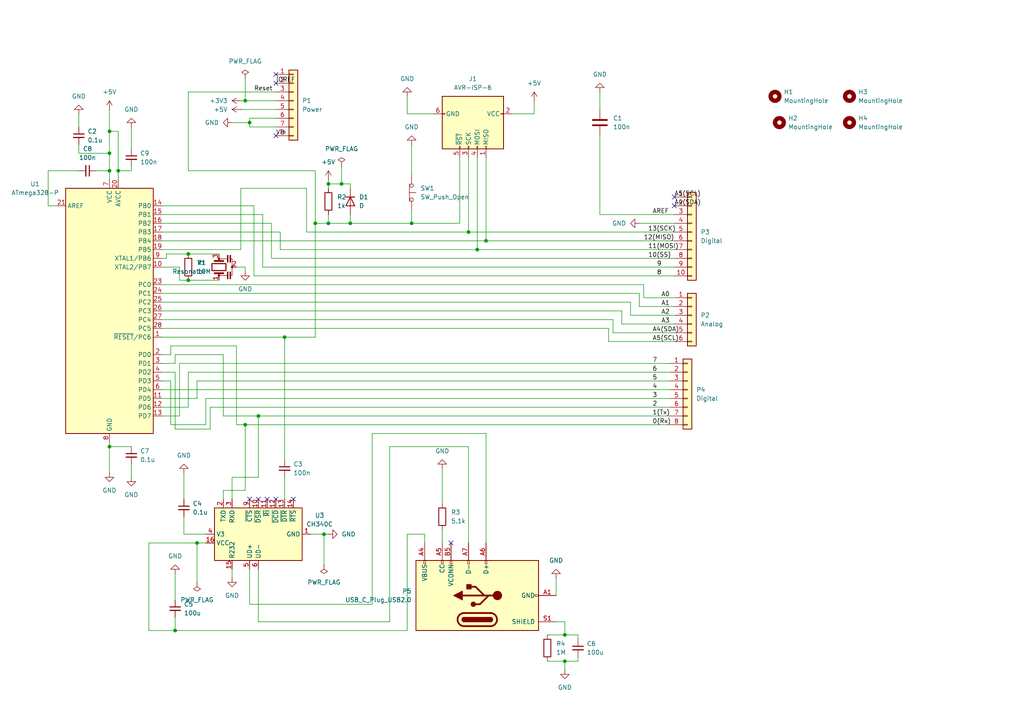
<source format=kicad_sch>
(kicad_sch
	(version 20250114)
	(generator "eeschema")
	(generator_version "9.0")
	(uuid "9fdb2a2d-3bd6-40f9-957e-6bb2ac7c67f6")
	(paper "A4")
	(lib_symbols
		(symbol "Connector:AVR-ISP-6"
			(pin_names
				(offset 1.016)
			)
			(exclude_from_sim no)
			(in_bom yes)
			(on_board yes)
			(property "Reference" "J"
				(at -6.35 11.43 0)
				(effects
					(font
						(size 1.27 1.27)
					)
					(justify left)
				)
			)
			(property "Value" "AVR-ISP-6"
				(at 0 11.43 0)
				(effects
					(font
						(size 1.27 1.27)
					)
					(justify left)
				)
			)
			(property "Footprint" ""
				(at -6.35 1.27 90)
				(effects
					(font
						(size 1.27 1.27)
					)
					(hide yes)
				)
			)
			(property "Datasheet" "~"
				(at -32.385 -13.97 0)
				(effects
					(font
						(size 1.27 1.27)
					)
					(hide yes)
				)
			)
			(property "Description" "Atmel 6-pin ISP connector"
				(at 0 0 0)
				(effects
					(font
						(size 1.27 1.27)
					)
					(hide yes)
				)
			)
			(property "ki_keywords" "AVR ISP Connector"
				(at 0 0 0)
				(effects
					(font
						(size 1.27 1.27)
					)
					(hide yes)
				)
			)
			(property "ki_fp_filters" "IDC?Header*2x03* Pin?Header*2x03*"
				(at 0 0 0)
				(effects
					(font
						(size 1.27 1.27)
					)
					(hide yes)
				)
			)
			(symbol "AVR-ISP-6_0_1"
				(rectangle
					(start -2.667 10.16)
					(end -2.413 9.398)
					(stroke
						(width 0)
						(type default)
					)
					(fill
						(type none)
					)
				)
				(rectangle
					(start -2.667 -6.858)
					(end -2.413 -7.62)
					(stroke
						(width 0)
						(type default)
					)
					(fill
						(type none)
					)
				)
				(rectangle
					(start 7.62 10.16)
					(end -7.62 -7.62)
					(stroke
						(width 0.254)
						(type default)
					)
					(fill
						(type background)
					)
				)
				(rectangle
					(start 7.62 5.207)
					(end 6.858 4.953)
					(stroke
						(width 0)
						(type default)
					)
					(fill
						(type none)
					)
				)
				(rectangle
					(start 7.62 2.667)
					(end 6.858 2.413)
					(stroke
						(width 0)
						(type default)
					)
					(fill
						(type none)
					)
				)
				(rectangle
					(start 7.62 0.127)
					(end 6.858 -0.127)
					(stroke
						(width 0)
						(type default)
					)
					(fill
						(type none)
					)
				)
				(rectangle
					(start 7.62 -2.413)
					(end 6.858 -2.667)
					(stroke
						(width 0)
						(type default)
					)
					(fill
						(type none)
					)
				)
			)
			(symbol "AVR-ISP-6_1_1"
				(pin passive line
					(at -2.54 12.7 270)
					(length 2.54)
					(name "VCC"
						(effects
							(font
								(size 1.27 1.27)
							)
						)
					)
					(number "2"
						(effects
							(font
								(size 1.27 1.27)
							)
						)
					)
				)
				(pin passive line
					(at -2.54 -10.16 90)
					(length 2.54)
					(name "GND"
						(effects
							(font
								(size 1.27 1.27)
							)
						)
					)
					(number "6"
						(effects
							(font
								(size 1.27 1.27)
							)
						)
					)
				)
				(pin passive line
					(at 10.16 5.08 180)
					(length 2.54)
					(name "MISO"
						(effects
							(font
								(size 1.27 1.27)
							)
						)
					)
					(number "1"
						(effects
							(font
								(size 1.27 1.27)
							)
						)
					)
				)
				(pin passive line
					(at 10.16 2.54 180)
					(length 2.54)
					(name "MOSI"
						(effects
							(font
								(size 1.27 1.27)
							)
						)
					)
					(number "4"
						(effects
							(font
								(size 1.27 1.27)
							)
						)
					)
				)
				(pin passive line
					(at 10.16 0 180)
					(length 2.54)
					(name "SCK"
						(effects
							(font
								(size 1.27 1.27)
							)
						)
					)
					(number "3"
						(effects
							(font
								(size 1.27 1.27)
							)
						)
					)
				)
				(pin passive line
					(at 10.16 -2.54 180)
					(length 2.54)
					(name "~{RST}"
						(effects
							(font
								(size 1.27 1.27)
							)
						)
					)
					(number "5"
						(effects
							(font
								(size 1.27 1.27)
							)
						)
					)
				)
			)
			(embedded_fonts no)
		)
		(symbol "Connector:USB_C_Plug_USB2.0"
			(pin_names
				(offset 1.016)
			)
			(exclude_from_sim no)
			(in_bom yes)
			(on_board yes)
			(property "Reference" "P"
				(at -10.16 19.05 0)
				(effects
					(font
						(size 1.27 1.27)
					)
					(justify left)
				)
			)
			(property "Value" "USB_C_Plug_USB2.0"
				(at 12.7 19.05 0)
				(effects
					(font
						(size 1.27 1.27)
					)
					(justify right)
				)
			)
			(property "Footprint" ""
				(at 3.81 0 0)
				(effects
					(font
						(size 1.27 1.27)
					)
					(hide yes)
				)
			)
			(property "Datasheet" "https://www.usb.org/sites/default/files/documents/usb_type-c.zip"
				(at 3.81 0 0)
				(effects
					(font
						(size 1.27 1.27)
					)
					(hide yes)
				)
			)
			(property "Description" "USB 2.0-only Type-C Plug connector"
				(at 0 0 0)
				(effects
					(font
						(size 1.27 1.27)
					)
					(hide yes)
				)
			)
			(property "ki_keywords" "usb universal serial bus type-C USB2.0"
				(at 0 0 0)
				(effects
					(font
						(size 1.27 1.27)
					)
					(hide yes)
				)
			)
			(property "ki_fp_filters" "USB*C*Plug*"
				(at 0 0 0)
				(effects
					(font
						(size 1.27 1.27)
					)
					(hide yes)
				)
			)
			(symbol "USB_C_Plug_USB2.0_0_0"
				(rectangle
					(start -0.254 -17.78)
					(end 0.254 -16.764)
					(stroke
						(width 0)
						(type default)
					)
					(fill
						(type none)
					)
				)
				(rectangle
					(start 10.16 15.494)
					(end 9.144 14.986)
					(stroke
						(width 0)
						(type default)
					)
					(fill
						(type none)
					)
				)
				(rectangle
					(start 10.16 10.414)
					(end 9.144 9.906)
					(stroke
						(width 0)
						(type default)
					)
					(fill
						(type none)
					)
				)
				(rectangle
					(start 10.16 7.874)
					(end 9.144 7.366)
					(stroke
						(width 0)
						(type default)
					)
					(fill
						(type none)
					)
				)
				(rectangle
					(start 10.16 2.794)
					(end 9.144 2.286)
					(stroke
						(width 0)
						(type default)
					)
					(fill
						(type none)
					)
				)
				(rectangle
					(start 10.16 -2.286)
					(end 9.144 -2.794)
					(stroke
						(width 0)
						(type default)
					)
					(fill
						(type none)
					)
				)
			)
			(symbol "USB_C_Plug_USB2.0_0_1"
				(rectangle
					(start -10.16 17.78)
					(end 10.16 -17.78)
					(stroke
						(width 0.254)
						(type default)
					)
					(fill
						(type background)
					)
				)
				(polyline
					(pts
						(xy -8.89 -3.81) (xy -8.89 3.81)
					)
					(stroke
						(width 0.508)
						(type default)
					)
					(fill
						(type none)
					)
				)
				(rectangle
					(start -7.62 -3.81)
					(end -6.35 3.81)
					(stroke
						(width 0.254)
						(type default)
					)
					(fill
						(type outline)
					)
				)
				(arc
					(start -7.62 3.81)
					(mid -6.985 4.4423)
					(end -6.35 3.81)
					(stroke
						(width 0.254)
						(type default)
					)
					(fill
						(type none)
					)
				)
				(arc
					(start -7.62 3.81)
					(mid -6.985 4.4423)
					(end -6.35 3.81)
					(stroke
						(width 0.254)
						(type default)
					)
					(fill
						(type outline)
					)
				)
				(arc
					(start -8.89 3.81)
					(mid -6.985 5.7067)
					(end -5.08 3.81)
					(stroke
						(width 0.508)
						(type default)
					)
					(fill
						(type none)
					)
				)
				(arc
					(start -5.08 -3.81)
					(mid -6.985 -5.7067)
					(end -8.89 -3.81)
					(stroke
						(width 0.508)
						(type default)
					)
					(fill
						(type none)
					)
				)
				(arc
					(start -6.35 -3.81)
					(mid -6.985 -4.4423)
					(end -7.62 -3.81)
					(stroke
						(width 0.254)
						(type default)
					)
					(fill
						(type none)
					)
				)
				(arc
					(start -6.35 -3.81)
					(mid -6.985 -4.4423)
					(end -7.62 -3.81)
					(stroke
						(width 0.254)
						(type default)
					)
					(fill
						(type outline)
					)
				)
				(polyline
					(pts
						(xy -5.08 3.81) (xy -5.08 -3.81)
					)
					(stroke
						(width 0.508)
						(type default)
					)
					(fill
						(type none)
					)
				)
				(circle
					(center -2.54 1.143)
					(radius 0.635)
					(stroke
						(width 0.254)
						(type default)
					)
					(fill
						(type outline)
					)
				)
				(polyline
					(pts
						(xy -1.27 4.318) (xy 0 6.858) (xy 1.27 4.318) (xy -1.27 4.318)
					)
					(stroke
						(width 0.254)
						(type default)
					)
					(fill
						(type outline)
					)
				)
				(polyline
					(pts
						(xy 0 -2.032) (xy 2.54 0.508) (xy 2.54 1.778)
					)
					(stroke
						(width 0.508)
						(type default)
					)
					(fill
						(type none)
					)
				)
				(polyline
					(pts
						(xy 0 -3.302) (xy -2.54 -0.762) (xy -2.54 0.508)
					)
					(stroke
						(width 0.508)
						(type default)
					)
					(fill
						(type none)
					)
				)
				(polyline
					(pts
						(xy 0 -5.842) (xy 0 4.318)
					)
					(stroke
						(width 0.508)
						(type default)
					)
					(fill
						(type none)
					)
				)
				(circle
					(center 0 -5.842)
					(radius 1.27)
					(stroke
						(width 0)
						(type default)
					)
					(fill
						(type outline)
					)
				)
				(rectangle
					(start 1.905 1.778)
					(end 3.175 3.048)
					(stroke
						(width 0.254)
						(type default)
					)
					(fill
						(type outline)
					)
				)
			)
			(symbol "USB_C_Plug_USB2.0_1_1"
				(pin passive line
					(at -7.62 -22.86 90)
					(length 5.08)
					(name "SHIELD"
						(effects
							(font
								(size 1.27 1.27)
							)
						)
					)
					(number "S1"
						(effects
							(font
								(size 1.27 1.27)
							)
						)
					)
				)
				(pin passive line
					(at 0 -22.86 90)
					(length 5.08)
					(name "GND"
						(effects
							(font
								(size 1.27 1.27)
							)
						)
					)
					(number "A1"
						(effects
							(font
								(size 1.27 1.27)
							)
						)
					)
				)
				(pin passive line
					(at 0 -22.86 90)
					(length 5.08)
					(hide yes)
					(name "GND"
						(effects
							(font
								(size 1.27 1.27)
							)
						)
					)
					(number "A12"
						(effects
							(font
								(size 1.27 1.27)
							)
						)
					)
				)
				(pin passive line
					(at 0 -22.86 90)
					(length 5.08)
					(hide yes)
					(name "GND"
						(effects
							(font
								(size 1.27 1.27)
							)
						)
					)
					(number "B1"
						(effects
							(font
								(size 1.27 1.27)
							)
						)
					)
				)
				(pin passive line
					(at 0 -22.86 90)
					(length 5.08)
					(hide yes)
					(name "GND"
						(effects
							(font
								(size 1.27 1.27)
							)
						)
					)
					(number "B12"
						(effects
							(font
								(size 1.27 1.27)
							)
						)
					)
				)
				(pin passive line
					(at 15.24 15.24 180)
					(length 5.08)
					(name "VBUS"
						(effects
							(font
								(size 1.27 1.27)
							)
						)
					)
					(number "A4"
						(effects
							(font
								(size 1.27 1.27)
							)
						)
					)
				)
				(pin passive line
					(at 15.24 15.24 180)
					(length 5.08)
					(hide yes)
					(name "VBUS"
						(effects
							(font
								(size 1.27 1.27)
							)
						)
					)
					(number "A9"
						(effects
							(font
								(size 1.27 1.27)
							)
						)
					)
				)
				(pin passive line
					(at 15.24 15.24 180)
					(length 5.08)
					(hide yes)
					(name "VBUS"
						(effects
							(font
								(size 1.27 1.27)
							)
						)
					)
					(number "B4"
						(effects
							(font
								(size 1.27 1.27)
							)
						)
					)
				)
				(pin passive line
					(at 15.24 15.24 180)
					(length 5.08)
					(hide yes)
					(name "VBUS"
						(effects
							(font
								(size 1.27 1.27)
							)
						)
					)
					(number "B9"
						(effects
							(font
								(size 1.27 1.27)
							)
						)
					)
				)
				(pin bidirectional line
					(at 15.24 10.16 180)
					(length 5.08)
					(name "CC"
						(effects
							(font
								(size 1.27 1.27)
							)
						)
					)
					(number "A5"
						(effects
							(font
								(size 1.27 1.27)
							)
						)
					)
				)
				(pin bidirectional line
					(at 15.24 7.62 180)
					(length 5.08)
					(name "VCONN"
						(effects
							(font
								(size 1.27 1.27)
							)
						)
					)
					(number "B5"
						(effects
							(font
								(size 1.27 1.27)
							)
						)
					)
				)
				(pin bidirectional line
					(at 15.24 2.54 180)
					(length 5.08)
					(name "D-"
						(effects
							(font
								(size 1.27 1.27)
							)
						)
					)
					(number "A7"
						(effects
							(font
								(size 1.27 1.27)
							)
						)
					)
				)
				(pin bidirectional line
					(at 15.24 -2.54 180)
					(length 5.08)
					(name "D+"
						(effects
							(font
								(size 1.27 1.27)
							)
						)
					)
					(number "A6"
						(effects
							(font
								(size 1.27 1.27)
							)
						)
					)
				)
			)
			(embedded_fonts no)
		)
		(symbol "Connector_Generic:Conn_01x06"
			(pin_names
				(offset 1.016)
				(hide yes)
			)
			(exclude_from_sim no)
			(in_bom yes)
			(on_board yes)
			(property "Reference" "J"
				(at 0 7.62 0)
				(effects
					(font
						(size 1.27 1.27)
					)
				)
			)
			(property "Value" "Conn_01x06"
				(at 0 -10.16 0)
				(effects
					(font
						(size 1.27 1.27)
					)
				)
			)
			(property "Footprint" ""
				(at 0 0 0)
				(effects
					(font
						(size 1.27 1.27)
					)
					(hide yes)
				)
			)
			(property "Datasheet" "~"
				(at 0 0 0)
				(effects
					(font
						(size 1.27 1.27)
					)
					(hide yes)
				)
			)
			(property "Description" "Generic connector, single row, 01x06, script generated (kicad-library-utils/schlib/autogen/connector/)"
				(at 0 0 0)
				(effects
					(font
						(size 1.27 1.27)
					)
					(hide yes)
				)
			)
			(property "ki_keywords" "connector"
				(at 0 0 0)
				(effects
					(font
						(size 1.27 1.27)
					)
					(hide yes)
				)
			)
			(property "ki_fp_filters" "Connector*:*_1x??_*"
				(at 0 0 0)
				(effects
					(font
						(size 1.27 1.27)
					)
					(hide yes)
				)
			)
			(symbol "Conn_01x06_1_1"
				(rectangle
					(start -1.27 6.35)
					(end 1.27 -8.89)
					(stroke
						(width 0.254)
						(type default)
					)
					(fill
						(type background)
					)
				)
				(rectangle
					(start -1.27 5.207)
					(end 0 4.953)
					(stroke
						(width 0.1524)
						(type default)
					)
					(fill
						(type none)
					)
				)
				(rectangle
					(start -1.27 2.667)
					(end 0 2.413)
					(stroke
						(width 0.1524)
						(type default)
					)
					(fill
						(type none)
					)
				)
				(rectangle
					(start -1.27 0.127)
					(end 0 -0.127)
					(stroke
						(width 0.1524)
						(type default)
					)
					(fill
						(type none)
					)
				)
				(rectangle
					(start -1.27 -2.413)
					(end 0 -2.667)
					(stroke
						(width 0.1524)
						(type default)
					)
					(fill
						(type none)
					)
				)
				(rectangle
					(start -1.27 -4.953)
					(end 0 -5.207)
					(stroke
						(width 0.1524)
						(type default)
					)
					(fill
						(type none)
					)
				)
				(rectangle
					(start -1.27 -7.493)
					(end 0 -7.747)
					(stroke
						(width 0.1524)
						(type default)
					)
					(fill
						(type none)
					)
				)
				(pin passive line
					(at -5.08 5.08 0)
					(length 3.81)
					(name "Pin_1"
						(effects
							(font
								(size 1.27 1.27)
							)
						)
					)
					(number "1"
						(effects
							(font
								(size 1.27 1.27)
							)
						)
					)
				)
				(pin passive line
					(at -5.08 2.54 0)
					(length 3.81)
					(name "Pin_2"
						(effects
							(font
								(size 1.27 1.27)
							)
						)
					)
					(number "2"
						(effects
							(font
								(size 1.27 1.27)
							)
						)
					)
				)
				(pin passive line
					(at -5.08 0 0)
					(length 3.81)
					(name "Pin_3"
						(effects
							(font
								(size 1.27 1.27)
							)
						)
					)
					(number "3"
						(effects
							(font
								(size 1.27 1.27)
							)
						)
					)
				)
				(pin passive line
					(at -5.08 -2.54 0)
					(length 3.81)
					(name "Pin_4"
						(effects
							(font
								(size 1.27 1.27)
							)
						)
					)
					(number "4"
						(effects
							(font
								(size 1.27 1.27)
							)
						)
					)
				)
				(pin passive line
					(at -5.08 -5.08 0)
					(length 3.81)
					(name "Pin_5"
						(effects
							(font
								(size 1.27 1.27)
							)
						)
					)
					(number "5"
						(effects
							(font
								(size 1.27 1.27)
							)
						)
					)
				)
				(pin passive line
					(at -5.08 -7.62 0)
					(length 3.81)
					(name "Pin_6"
						(effects
							(font
								(size 1.27 1.27)
							)
						)
					)
					(number "6"
						(effects
							(font
								(size 1.27 1.27)
							)
						)
					)
				)
			)
			(embedded_fonts no)
		)
		(symbol "Connector_Generic:Conn_01x08"
			(pin_names
				(offset 1.016)
				(hide yes)
			)
			(exclude_from_sim no)
			(in_bom yes)
			(on_board yes)
			(property "Reference" "J"
				(at 0 10.16 0)
				(effects
					(font
						(size 1.27 1.27)
					)
				)
			)
			(property "Value" "Conn_01x08"
				(at 0 -12.7 0)
				(effects
					(font
						(size 1.27 1.27)
					)
				)
			)
			(property "Footprint" ""
				(at 0 0 0)
				(effects
					(font
						(size 1.27 1.27)
					)
					(hide yes)
				)
			)
			(property "Datasheet" "~"
				(at 0 0 0)
				(effects
					(font
						(size 1.27 1.27)
					)
					(hide yes)
				)
			)
			(property "Description" "Generic connector, single row, 01x08, script generated (kicad-library-utils/schlib/autogen/connector/)"
				(at 0 0 0)
				(effects
					(font
						(size 1.27 1.27)
					)
					(hide yes)
				)
			)
			(property "ki_keywords" "connector"
				(at 0 0 0)
				(effects
					(font
						(size 1.27 1.27)
					)
					(hide yes)
				)
			)
			(property "ki_fp_filters" "Connector*:*_1x??_*"
				(at 0 0 0)
				(effects
					(font
						(size 1.27 1.27)
					)
					(hide yes)
				)
			)
			(symbol "Conn_01x08_1_1"
				(rectangle
					(start -1.27 8.89)
					(end 1.27 -11.43)
					(stroke
						(width 0.254)
						(type default)
					)
					(fill
						(type background)
					)
				)
				(rectangle
					(start -1.27 7.747)
					(end 0 7.493)
					(stroke
						(width 0.1524)
						(type default)
					)
					(fill
						(type none)
					)
				)
				(rectangle
					(start -1.27 5.207)
					(end 0 4.953)
					(stroke
						(width 0.1524)
						(type default)
					)
					(fill
						(type none)
					)
				)
				(rectangle
					(start -1.27 2.667)
					(end 0 2.413)
					(stroke
						(width 0.1524)
						(type default)
					)
					(fill
						(type none)
					)
				)
				(rectangle
					(start -1.27 0.127)
					(end 0 -0.127)
					(stroke
						(width 0.1524)
						(type default)
					)
					(fill
						(type none)
					)
				)
				(rectangle
					(start -1.27 -2.413)
					(end 0 -2.667)
					(stroke
						(width 0.1524)
						(type default)
					)
					(fill
						(type none)
					)
				)
				(rectangle
					(start -1.27 -4.953)
					(end 0 -5.207)
					(stroke
						(width 0.1524)
						(type default)
					)
					(fill
						(type none)
					)
				)
				(rectangle
					(start -1.27 -7.493)
					(end 0 -7.747)
					(stroke
						(width 0.1524)
						(type default)
					)
					(fill
						(type none)
					)
				)
				(rectangle
					(start -1.27 -10.033)
					(end 0 -10.287)
					(stroke
						(width 0.1524)
						(type default)
					)
					(fill
						(type none)
					)
				)
				(pin passive line
					(at -5.08 7.62 0)
					(length 3.81)
					(name "Pin_1"
						(effects
							(font
								(size 1.27 1.27)
							)
						)
					)
					(number "1"
						(effects
							(font
								(size 1.27 1.27)
							)
						)
					)
				)
				(pin passive line
					(at -5.08 5.08 0)
					(length 3.81)
					(name "Pin_2"
						(effects
							(font
								(size 1.27 1.27)
							)
						)
					)
					(number "2"
						(effects
							(font
								(size 1.27 1.27)
							)
						)
					)
				)
				(pin passive line
					(at -5.08 2.54 0)
					(length 3.81)
					(name "Pin_3"
						(effects
							(font
								(size 1.27 1.27)
							)
						)
					)
					(number "3"
						(effects
							(font
								(size 1.27 1.27)
							)
						)
					)
				)
				(pin passive line
					(at -5.08 0 0)
					(length 3.81)
					(name "Pin_4"
						(effects
							(font
								(size 1.27 1.27)
							)
						)
					)
					(number "4"
						(effects
							(font
								(size 1.27 1.27)
							)
						)
					)
				)
				(pin passive line
					(at -5.08 -2.54 0)
					(length 3.81)
					(name "Pin_5"
						(effects
							(font
								(size 1.27 1.27)
							)
						)
					)
					(number "5"
						(effects
							(font
								(size 1.27 1.27)
							)
						)
					)
				)
				(pin passive line
					(at -5.08 -5.08 0)
					(length 3.81)
					(name "Pin_6"
						(effects
							(font
								(size 1.27 1.27)
							)
						)
					)
					(number "6"
						(effects
							(font
								(size 1.27 1.27)
							)
						)
					)
				)
				(pin passive line
					(at -5.08 -7.62 0)
					(length 3.81)
					(name "Pin_7"
						(effects
							(font
								(size 1.27 1.27)
							)
						)
					)
					(number "7"
						(effects
							(font
								(size 1.27 1.27)
							)
						)
					)
				)
				(pin passive line
					(at -5.08 -10.16 0)
					(length 3.81)
					(name "Pin_8"
						(effects
							(font
								(size 1.27 1.27)
							)
						)
					)
					(number "8"
						(effects
							(font
								(size 1.27 1.27)
							)
						)
					)
				)
			)
			(embedded_fonts no)
		)
		(symbol "Connector_Generic:Conn_01x10"
			(pin_names
				(offset 1.016)
				(hide yes)
			)
			(exclude_from_sim no)
			(in_bom yes)
			(on_board yes)
			(property "Reference" "J"
				(at 0 12.7 0)
				(effects
					(font
						(size 1.27 1.27)
					)
				)
			)
			(property "Value" "Conn_01x10"
				(at 0 -15.24 0)
				(effects
					(font
						(size 1.27 1.27)
					)
				)
			)
			(property "Footprint" ""
				(at 0 0 0)
				(effects
					(font
						(size 1.27 1.27)
					)
					(hide yes)
				)
			)
			(property "Datasheet" "~"
				(at 0 0 0)
				(effects
					(font
						(size 1.27 1.27)
					)
					(hide yes)
				)
			)
			(property "Description" "Generic connector, single row, 01x10, script generated (kicad-library-utils/schlib/autogen/connector/)"
				(at 0 0 0)
				(effects
					(font
						(size 1.27 1.27)
					)
					(hide yes)
				)
			)
			(property "ki_keywords" "connector"
				(at 0 0 0)
				(effects
					(font
						(size 1.27 1.27)
					)
					(hide yes)
				)
			)
			(property "ki_fp_filters" "Connector*:*_1x??_*"
				(at 0 0 0)
				(effects
					(font
						(size 1.27 1.27)
					)
					(hide yes)
				)
			)
			(symbol "Conn_01x10_1_1"
				(rectangle
					(start -1.27 11.43)
					(end 1.27 -13.97)
					(stroke
						(width 0.254)
						(type default)
					)
					(fill
						(type background)
					)
				)
				(rectangle
					(start -1.27 10.287)
					(end 0 10.033)
					(stroke
						(width 0.1524)
						(type default)
					)
					(fill
						(type none)
					)
				)
				(rectangle
					(start -1.27 7.747)
					(end 0 7.493)
					(stroke
						(width 0.1524)
						(type default)
					)
					(fill
						(type none)
					)
				)
				(rectangle
					(start -1.27 5.207)
					(end 0 4.953)
					(stroke
						(width 0.1524)
						(type default)
					)
					(fill
						(type none)
					)
				)
				(rectangle
					(start -1.27 2.667)
					(end 0 2.413)
					(stroke
						(width 0.1524)
						(type default)
					)
					(fill
						(type none)
					)
				)
				(rectangle
					(start -1.27 0.127)
					(end 0 -0.127)
					(stroke
						(width 0.1524)
						(type default)
					)
					(fill
						(type none)
					)
				)
				(rectangle
					(start -1.27 -2.413)
					(end 0 -2.667)
					(stroke
						(width 0.1524)
						(type default)
					)
					(fill
						(type none)
					)
				)
				(rectangle
					(start -1.27 -4.953)
					(end 0 -5.207)
					(stroke
						(width 0.1524)
						(type default)
					)
					(fill
						(type none)
					)
				)
				(rectangle
					(start -1.27 -7.493)
					(end 0 -7.747)
					(stroke
						(width 0.1524)
						(type default)
					)
					(fill
						(type none)
					)
				)
				(rectangle
					(start -1.27 -10.033)
					(end 0 -10.287)
					(stroke
						(width 0.1524)
						(type default)
					)
					(fill
						(type none)
					)
				)
				(rectangle
					(start -1.27 -12.573)
					(end 0 -12.827)
					(stroke
						(width 0.1524)
						(type default)
					)
					(fill
						(type none)
					)
				)
				(pin passive line
					(at -5.08 10.16 0)
					(length 3.81)
					(name "Pin_1"
						(effects
							(font
								(size 1.27 1.27)
							)
						)
					)
					(number "1"
						(effects
							(font
								(size 1.27 1.27)
							)
						)
					)
				)
				(pin passive line
					(at -5.08 7.62 0)
					(length 3.81)
					(name "Pin_2"
						(effects
							(font
								(size 1.27 1.27)
							)
						)
					)
					(number "2"
						(effects
							(font
								(size 1.27 1.27)
							)
						)
					)
				)
				(pin passive line
					(at -5.08 5.08 0)
					(length 3.81)
					(name "Pin_3"
						(effects
							(font
								(size 1.27 1.27)
							)
						)
					)
					(number "3"
						(effects
							(font
								(size 1.27 1.27)
							)
						)
					)
				)
				(pin passive line
					(at -5.08 2.54 0)
					(length 3.81)
					(name "Pin_4"
						(effects
							(font
								(size 1.27 1.27)
							)
						)
					)
					(number "4"
						(effects
							(font
								(size 1.27 1.27)
							)
						)
					)
				)
				(pin passive line
					(at -5.08 0 0)
					(length 3.81)
					(name "Pin_5"
						(effects
							(font
								(size 1.27 1.27)
							)
						)
					)
					(number "5"
						(effects
							(font
								(size 1.27 1.27)
							)
						)
					)
				)
				(pin passive line
					(at -5.08 -2.54 0)
					(length 3.81)
					(name "Pin_6"
						(effects
							(font
								(size 1.27 1.27)
							)
						)
					)
					(number "6"
						(effects
							(font
								(size 1.27 1.27)
							)
						)
					)
				)
				(pin passive line
					(at -5.08 -5.08 0)
					(length 3.81)
					(name "Pin_7"
						(effects
							(font
								(size 1.27 1.27)
							)
						)
					)
					(number "7"
						(effects
							(font
								(size 1.27 1.27)
							)
						)
					)
				)
				(pin passive line
					(at -5.08 -7.62 0)
					(length 3.81)
					(name "Pin_8"
						(effects
							(font
								(size 1.27 1.27)
							)
						)
					)
					(number "8"
						(effects
							(font
								(size 1.27 1.27)
							)
						)
					)
				)
				(pin passive line
					(at -5.08 -10.16 0)
					(length 3.81)
					(name "Pin_9"
						(effects
							(font
								(size 1.27 1.27)
							)
						)
					)
					(number "9"
						(effects
							(font
								(size 1.27 1.27)
							)
						)
					)
				)
				(pin passive line
					(at -5.08 -12.7 0)
					(length 3.81)
					(name "Pin_10"
						(effects
							(font
								(size 1.27 1.27)
							)
						)
					)
					(number "10"
						(effects
							(font
								(size 1.27 1.27)
							)
						)
					)
				)
			)
			(embedded_fonts no)
		)
		(symbol "Device:C"
			(pin_numbers
				(hide yes)
			)
			(pin_names
				(offset 0.254)
			)
			(exclude_from_sim no)
			(in_bom yes)
			(on_board yes)
			(property "Reference" "C"
				(at 0.635 2.54 0)
				(effects
					(font
						(size 1.27 1.27)
					)
					(justify left)
				)
			)
			(property "Value" "C"
				(at 0.635 -2.54 0)
				(effects
					(font
						(size 1.27 1.27)
					)
					(justify left)
				)
			)
			(property "Footprint" ""
				(at 0.9652 -3.81 0)
				(effects
					(font
						(size 1.27 1.27)
					)
					(hide yes)
				)
			)
			(property "Datasheet" "~"
				(at 0 0 0)
				(effects
					(font
						(size 1.27 1.27)
					)
					(hide yes)
				)
			)
			(property "Description" "Unpolarized capacitor"
				(at 0 0 0)
				(effects
					(font
						(size 1.27 1.27)
					)
					(hide yes)
				)
			)
			(property "ki_keywords" "cap capacitor"
				(at 0 0 0)
				(effects
					(font
						(size 1.27 1.27)
					)
					(hide yes)
				)
			)
			(property "ki_fp_filters" "C_*"
				(at 0 0 0)
				(effects
					(font
						(size 1.27 1.27)
					)
					(hide yes)
				)
			)
			(symbol "C_0_1"
				(polyline
					(pts
						(xy -2.032 0.762) (xy 2.032 0.762)
					)
					(stroke
						(width 0.508)
						(type default)
					)
					(fill
						(type none)
					)
				)
				(polyline
					(pts
						(xy -2.032 -0.762) (xy 2.032 -0.762)
					)
					(stroke
						(width 0.508)
						(type default)
					)
					(fill
						(type none)
					)
				)
			)
			(symbol "C_1_1"
				(pin passive line
					(at 0 3.81 270)
					(length 2.794)
					(name "~"
						(effects
							(font
								(size 1.27 1.27)
							)
						)
					)
					(number "1"
						(effects
							(font
								(size 1.27 1.27)
							)
						)
					)
				)
				(pin passive line
					(at 0 -3.81 90)
					(length 2.794)
					(name "~"
						(effects
							(font
								(size 1.27 1.27)
							)
						)
					)
					(number "2"
						(effects
							(font
								(size 1.27 1.27)
							)
						)
					)
				)
			)
			(embedded_fonts no)
		)
		(symbol "Device:C_Small"
			(pin_numbers
				(hide yes)
			)
			(pin_names
				(offset 0.254)
				(hide yes)
			)
			(exclude_from_sim no)
			(in_bom yes)
			(on_board yes)
			(property "Reference" "C"
				(at 0.254 1.778 0)
				(effects
					(font
						(size 1.27 1.27)
					)
					(justify left)
				)
			)
			(property "Value" "C_Small"
				(at 0.254 -2.032 0)
				(effects
					(font
						(size 1.27 1.27)
					)
					(justify left)
				)
			)
			(property "Footprint" ""
				(at 0 0 0)
				(effects
					(font
						(size 1.27 1.27)
					)
					(hide yes)
				)
			)
			(property "Datasheet" "~"
				(at 0 0 0)
				(effects
					(font
						(size 1.27 1.27)
					)
					(hide yes)
				)
			)
			(property "Description" "Unpolarized capacitor, small symbol"
				(at 0 0 0)
				(effects
					(font
						(size 1.27 1.27)
					)
					(hide yes)
				)
			)
			(property "ki_keywords" "capacitor cap"
				(at 0 0 0)
				(effects
					(font
						(size 1.27 1.27)
					)
					(hide yes)
				)
			)
			(property "ki_fp_filters" "C_*"
				(at 0 0 0)
				(effects
					(font
						(size 1.27 1.27)
					)
					(hide yes)
				)
			)
			(symbol "C_Small_0_1"
				(polyline
					(pts
						(xy -1.524 0.508) (xy 1.524 0.508)
					)
					(stroke
						(width 0.3048)
						(type default)
					)
					(fill
						(type none)
					)
				)
				(polyline
					(pts
						(xy -1.524 -0.508) (xy 1.524 -0.508)
					)
					(stroke
						(width 0.3302)
						(type default)
					)
					(fill
						(type none)
					)
				)
			)
			(symbol "C_Small_1_1"
				(pin passive line
					(at 0 2.54 270)
					(length 2.032)
					(name "~"
						(effects
							(font
								(size 1.27 1.27)
							)
						)
					)
					(number "1"
						(effects
							(font
								(size 1.27 1.27)
							)
						)
					)
				)
				(pin passive line
					(at 0 -2.54 90)
					(length 2.032)
					(name "~"
						(effects
							(font
								(size 1.27 1.27)
							)
						)
					)
					(number "2"
						(effects
							(font
								(size 1.27 1.27)
							)
						)
					)
				)
			)
			(embedded_fonts no)
		)
		(symbol "Device:D"
			(pin_numbers
				(hide yes)
			)
			(pin_names
				(offset 1.016)
				(hide yes)
			)
			(exclude_from_sim no)
			(in_bom yes)
			(on_board yes)
			(property "Reference" "D"
				(at 0 2.54 0)
				(effects
					(font
						(size 1.27 1.27)
					)
				)
			)
			(property "Value" "D"
				(at 0 -2.54 0)
				(effects
					(font
						(size 1.27 1.27)
					)
				)
			)
			(property "Footprint" ""
				(at 0 0 0)
				(effects
					(font
						(size 1.27 1.27)
					)
					(hide yes)
				)
			)
			(property "Datasheet" "~"
				(at 0 0 0)
				(effects
					(font
						(size 1.27 1.27)
					)
					(hide yes)
				)
			)
			(property "Description" "Diode"
				(at 0 0 0)
				(effects
					(font
						(size 1.27 1.27)
					)
					(hide yes)
				)
			)
			(property "Sim.Device" "D"
				(at 0 0 0)
				(effects
					(font
						(size 1.27 1.27)
					)
					(hide yes)
				)
			)
			(property "Sim.Pins" "1=K 2=A"
				(at 0 0 0)
				(effects
					(font
						(size 1.27 1.27)
					)
					(hide yes)
				)
			)
			(property "ki_keywords" "diode"
				(at 0 0 0)
				(effects
					(font
						(size 1.27 1.27)
					)
					(hide yes)
				)
			)
			(property "ki_fp_filters" "TO-???* *_Diode_* *SingleDiode* D_*"
				(at 0 0 0)
				(effects
					(font
						(size 1.27 1.27)
					)
					(hide yes)
				)
			)
			(symbol "D_0_1"
				(polyline
					(pts
						(xy -1.27 1.27) (xy -1.27 -1.27)
					)
					(stroke
						(width 0.254)
						(type default)
					)
					(fill
						(type none)
					)
				)
				(polyline
					(pts
						(xy 1.27 1.27) (xy 1.27 -1.27) (xy -1.27 0) (xy 1.27 1.27)
					)
					(stroke
						(width 0.254)
						(type default)
					)
					(fill
						(type none)
					)
				)
				(polyline
					(pts
						(xy 1.27 0) (xy -1.27 0)
					)
					(stroke
						(width 0)
						(type default)
					)
					(fill
						(type none)
					)
				)
			)
			(symbol "D_1_1"
				(pin passive line
					(at -3.81 0 0)
					(length 2.54)
					(name "K"
						(effects
							(font
								(size 1.27 1.27)
							)
						)
					)
					(number "1"
						(effects
							(font
								(size 1.27 1.27)
							)
						)
					)
				)
				(pin passive line
					(at 3.81 0 180)
					(length 2.54)
					(name "A"
						(effects
							(font
								(size 1.27 1.27)
							)
						)
					)
					(number "2"
						(effects
							(font
								(size 1.27 1.27)
							)
						)
					)
				)
			)
			(embedded_fonts no)
		)
		(symbol "Device:R"
			(pin_numbers
				(hide yes)
			)
			(pin_names
				(offset 0)
			)
			(exclude_from_sim no)
			(in_bom yes)
			(on_board yes)
			(property "Reference" "R"
				(at 2.032 0 90)
				(effects
					(font
						(size 1.27 1.27)
					)
				)
			)
			(property "Value" "R"
				(at 0 0 90)
				(effects
					(font
						(size 1.27 1.27)
					)
				)
			)
			(property "Footprint" ""
				(at -1.778 0 90)
				(effects
					(font
						(size 1.27 1.27)
					)
					(hide yes)
				)
			)
			(property "Datasheet" "~"
				(at 0 0 0)
				(effects
					(font
						(size 1.27 1.27)
					)
					(hide yes)
				)
			)
			(property "Description" "Resistor"
				(at 0 0 0)
				(effects
					(font
						(size 1.27 1.27)
					)
					(hide yes)
				)
			)
			(property "ki_keywords" "R res resistor"
				(at 0 0 0)
				(effects
					(font
						(size 1.27 1.27)
					)
					(hide yes)
				)
			)
			(property "ki_fp_filters" "R_*"
				(at 0 0 0)
				(effects
					(font
						(size 1.27 1.27)
					)
					(hide yes)
				)
			)
			(symbol "R_0_1"
				(rectangle
					(start -1.016 -2.54)
					(end 1.016 2.54)
					(stroke
						(width 0.254)
						(type default)
					)
					(fill
						(type none)
					)
				)
			)
			(symbol "R_1_1"
				(pin passive line
					(at 0 3.81 270)
					(length 1.27)
					(name "~"
						(effects
							(font
								(size 1.27 1.27)
							)
						)
					)
					(number "1"
						(effects
							(font
								(size 1.27 1.27)
							)
						)
					)
				)
				(pin passive line
					(at 0 -3.81 90)
					(length 1.27)
					(name "~"
						(effects
							(font
								(size 1.27 1.27)
							)
						)
					)
					(number "2"
						(effects
							(font
								(size 1.27 1.27)
							)
						)
					)
				)
			)
			(embedded_fonts no)
		)
		(symbol "Device:Resonator"
			(pin_names
				(offset 1.016)
				(hide yes)
			)
			(exclude_from_sim no)
			(in_bom yes)
			(on_board yes)
			(property "Reference" "Y"
				(at 0 5.715 0)
				(effects
					(font
						(size 1.27 1.27)
					)
				)
			)
			(property "Value" "Resonator"
				(at 0 3.81 0)
				(effects
					(font
						(size 1.27 1.27)
					)
				)
			)
			(property "Footprint" ""
				(at -0.635 0 0)
				(effects
					(font
						(size 1.27 1.27)
					)
					(hide yes)
				)
			)
			(property "Datasheet" "~"
				(at -0.635 0 0)
				(effects
					(font
						(size 1.27 1.27)
					)
					(hide yes)
				)
			)
			(property "Description" "Three pin ceramic resonator"
				(at 0 0 0)
				(effects
					(font
						(size 1.27 1.27)
					)
					(hide yes)
				)
			)
			(property "ki_keywords" "ceramic resonator"
				(at 0 0 0)
				(effects
					(font
						(size 1.27 1.27)
					)
					(hide yes)
				)
			)
			(property "ki_fp_filters" "Filter* Resonator*"
				(at 0 0 0)
				(effects
					(font
						(size 1.27 1.27)
					)
					(hide yes)
				)
			)
			(symbol "Resonator_0_1"
				(rectangle
					(start -3.429 -2.413)
					(end -1.397 -2.667)
					(stroke
						(width 0)
						(type default)
					)
					(fill
						(type outline)
					)
				)
				(rectangle
					(start -3.429 -3.175)
					(end -1.397 -3.429)
					(stroke
						(width 0)
						(type default)
					)
					(fill
						(type outline)
					)
				)
				(circle
					(center -2.413 0)
					(radius 0.254)
					(stroke
						(width 0)
						(type default)
					)
					(fill
						(type outline)
					)
				)
				(polyline
					(pts
						(xy -2.413 -2.413) (xy -2.413 0)
					)
					(stroke
						(width 0)
						(type default)
					)
					(fill
						(type none)
					)
				)
				(polyline
					(pts
						(xy -1.905 0) (xy -3.175 0)
					)
					(stroke
						(width 0)
						(type default)
					)
					(fill
						(type none)
					)
				)
				(polyline
					(pts
						(xy -1.778 -1.27) (xy -1.778 1.27)
					)
					(stroke
						(width 0.508)
						(type default)
					)
					(fill
						(type none)
					)
				)
				(rectangle
					(start -1.016 2.032)
					(end 1.016 -2.032)
					(stroke
						(width 0.3048)
						(type default)
					)
					(fill
						(type none)
					)
				)
				(circle
					(center 0 -3.81)
					(radius 0.254)
					(stroke
						(width 0)
						(type default)
					)
					(fill
						(type outline)
					)
				)
				(rectangle
					(start 1.397 -2.413)
					(end 3.429 -2.667)
					(stroke
						(width 0)
						(type default)
					)
					(fill
						(type outline)
					)
				)
				(rectangle
					(start 1.397 -3.175)
					(end 3.429 -3.429)
					(stroke
						(width 0)
						(type default)
					)
					(fill
						(type outline)
					)
				)
				(polyline
					(pts
						(xy 1.778 -1.27) (xy 1.778 1.27)
					)
					(stroke
						(width 0.508)
						(type default)
					)
					(fill
						(type none)
					)
				)
				(polyline
					(pts
						(xy 1.905 0) (xy 2.54 0)
					)
					(stroke
						(width 0)
						(type default)
					)
					(fill
						(type none)
					)
				)
				(polyline
					(pts
						(xy 2.413 0) (xy 2.413 -2.54)
					)
					(stroke
						(width 0)
						(type default)
					)
					(fill
						(type none)
					)
				)
				(circle
					(center 2.413 0)
					(radius 0.254)
					(stroke
						(width 0)
						(type default)
					)
					(fill
						(type outline)
					)
				)
				(polyline
					(pts
						(xy 2.413 -3.302) (xy 2.413 -3.81) (xy -2.413 -3.81) (xy -2.413 -3.302)
					)
					(stroke
						(width 0)
						(type default)
					)
					(fill
						(type none)
					)
				)
			)
			(symbol "Resonator_1_1"
				(pin passive line
					(at -3.81 0 0)
					(length 1.27)
					(name "1"
						(effects
							(font
								(size 1.27 1.27)
							)
						)
					)
					(number "1"
						(effects
							(font
								(size 1.27 1.27)
							)
						)
					)
				)
				(pin passive line
					(at 0 -5.08 90)
					(length 1.27)
					(name "2"
						(effects
							(font
								(size 1.27 1.27)
							)
						)
					)
					(number "2"
						(effects
							(font
								(size 1.27 1.27)
							)
						)
					)
				)
				(pin passive line
					(at 3.81 0 180)
					(length 1.27)
					(name "3"
						(effects
							(font
								(size 1.27 1.27)
							)
						)
					)
					(number "3"
						(effects
							(font
								(size 1.27 1.27)
							)
						)
					)
				)
			)
			(embedded_fonts no)
		)
		(symbol "Interface_USB:CH340C"
			(exclude_from_sim no)
			(in_bom yes)
			(on_board yes)
			(property "Reference" "U"
				(at -5.08 13.97 0)
				(effects
					(font
						(size 1.27 1.27)
					)
					(justify right)
				)
			)
			(property "Value" "CH340C"
				(at 1.27 13.97 0)
				(effects
					(font
						(size 1.27 1.27)
					)
					(justify left)
				)
			)
			(property "Footprint" "Package_SO:SOIC-16_3.9x9.9mm_P1.27mm"
				(at -18.542 30.226 0)
				(effects
					(font
						(size 1.27 1.27)
					)
					(justify left)
					(hide yes)
				)
			)
			(property "Datasheet" "https://datasheet.lcsc.com/szlcsc/Jiangsu-Qin-Heng-CH340C_C84681.pdf"
				(at -6.604 33.274 0)
				(effects
					(font
						(size 1.27 1.27)
					)
					(hide yes)
				)
			)
			(property "Description" "USB serial converter, crystal-less, UART, SOIC-16"
				(at -1.524 36.068 0)
				(effects
					(font
						(size 1.27 1.27)
					)
					(hide yes)
				)
			)
			(property "ki_keywords" "USB UART Serial Converter Interface"
				(at 0 0 0)
				(effects
					(font
						(size 1.27 1.27)
					)
					(hide yes)
				)
			)
			(property "ki_fp_filters" "SOIC*3.9x9.9mm*P1.27mm*"
				(at 0 0 0)
				(effects
					(font
						(size 1.27 1.27)
					)
					(hide yes)
				)
			)
			(symbol "CH340C_0_1"
				(rectangle
					(start -7.62 12.7)
					(end 7.62 -12.7)
					(stroke
						(width 0.254)
						(type default)
					)
					(fill
						(type background)
					)
				)
			)
			(symbol "CH340C_1_1"
				(pin input line
					(at -10.16 7.62 0)
					(length 2.54)
					(name "R232"
						(effects
							(font
								(size 1.27 1.27)
							)
						)
					)
					(number "15"
						(effects
							(font
								(size 1.27 1.27)
							)
						)
					)
				)
				(pin bidirectional line
					(at -10.16 2.54 0)
					(length 2.54)
					(name "UD+"
						(effects
							(font
								(size 1.27 1.27)
							)
						)
					)
					(number "5"
						(effects
							(font
								(size 1.27 1.27)
							)
						)
					)
				)
				(pin bidirectional line
					(at -10.16 0 0)
					(length 2.54)
					(name "UD-"
						(effects
							(font
								(size 1.27 1.27)
							)
						)
					)
					(number "6"
						(effects
							(font
								(size 1.27 1.27)
							)
						)
					)
				)
				(pin no_connect line
					(at -7.62 -5.08 0)
					(length 2.54)
					(hide yes)
					(name "NC"
						(effects
							(font
								(size 1.27 1.27)
							)
						)
					)
					(number "7"
						(effects
							(font
								(size 1.27 1.27)
							)
						)
					)
				)
				(pin no_connect line
					(at -7.62 -7.62 0)
					(length 2.54)
					(hide yes)
					(name "NC"
						(effects
							(font
								(size 1.27 1.27)
							)
						)
					)
					(number "8"
						(effects
							(font
								(size 1.27 1.27)
							)
						)
					)
				)
				(pin power_in line
					(at -2.54 15.24 270)
					(length 2.54)
					(name "VCC"
						(effects
							(font
								(size 1.27 1.27)
							)
						)
					)
					(number "16"
						(effects
							(font
								(size 1.27 1.27)
							)
						)
					)
				)
				(pin power_out line
					(at 0 15.24 270)
					(length 2.54)
					(name "V3"
						(effects
							(font
								(size 1.27 1.27)
							)
						)
					)
					(number "4"
						(effects
							(font
								(size 1.27 1.27)
							)
						)
					)
				)
				(pin power_in line
					(at 0 -15.24 90)
					(length 2.54)
					(name "GND"
						(effects
							(font
								(size 1.27 1.27)
							)
						)
					)
					(number "1"
						(effects
							(font
								(size 1.27 1.27)
							)
						)
					)
				)
				(pin output line
					(at 10.16 10.16 180)
					(length 2.54)
					(name "TXD"
						(effects
							(font
								(size 1.27 1.27)
							)
						)
					)
					(number "2"
						(effects
							(font
								(size 1.27 1.27)
							)
						)
					)
				)
				(pin input line
					(at 10.16 7.62 180)
					(length 2.54)
					(name "RXD"
						(effects
							(font
								(size 1.27 1.27)
							)
						)
					)
					(number "3"
						(effects
							(font
								(size 1.27 1.27)
							)
						)
					)
				)
				(pin input line
					(at 10.16 2.54 180)
					(length 2.54)
					(name "~{CTS}"
						(effects
							(font
								(size 1.27 1.27)
							)
						)
					)
					(number "9"
						(effects
							(font
								(size 1.27 1.27)
							)
						)
					)
				)
				(pin input line
					(at 10.16 0 180)
					(length 2.54)
					(name "~{DSR}"
						(effects
							(font
								(size 1.27 1.27)
							)
						)
					)
					(number "10"
						(effects
							(font
								(size 1.27 1.27)
							)
						)
					)
				)
				(pin input line
					(at 10.16 -2.54 180)
					(length 2.54)
					(name "~{RI}"
						(effects
							(font
								(size 1.27 1.27)
							)
						)
					)
					(number "11"
						(effects
							(font
								(size 1.27 1.27)
							)
						)
					)
				)
				(pin input line
					(at 10.16 -5.08 180)
					(length 2.54)
					(name "~{DCD}"
						(effects
							(font
								(size 1.27 1.27)
							)
						)
					)
					(number "12"
						(effects
							(font
								(size 1.27 1.27)
							)
						)
					)
				)
				(pin output line
					(at 10.16 -7.62 180)
					(length 2.54)
					(name "~{DTR}"
						(effects
							(font
								(size 1.27 1.27)
							)
						)
					)
					(number "13"
						(effects
							(font
								(size 1.27 1.27)
							)
						)
					)
				)
				(pin output line
					(at 10.16 -10.16 180)
					(length 2.54)
					(name "~{RTS}"
						(effects
							(font
								(size 1.27 1.27)
							)
						)
					)
					(number "14"
						(effects
							(font
								(size 1.27 1.27)
							)
						)
					)
				)
			)
			(embedded_fonts no)
		)
		(symbol "MCU_Microchip_ATmega:ATmega328-P"
			(exclude_from_sim no)
			(in_bom yes)
			(on_board yes)
			(property "Reference" "U"
				(at -12.7 36.83 0)
				(effects
					(font
						(size 1.27 1.27)
					)
					(justify left bottom)
				)
			)
			(property "Value" "ATmega328-P"
				(at 2.54 -36.83 0)
				(effects
					(font
						(size 1.27 1.27)
					)
					(justify left top)
				)
			)
			(property "Footprint" "Package_DIP:DIP-28_W7.62mm"
				(at 0 0 0)
				(effects
					(font
						(size 1.27 1.27)
						(italic yes)
					)
					(hide yes)
				)
			)
			(property "Datasheet" "http://ww1.microchip.com/downloads/en/DeviceDoc/ATmega328_P%20AVR%20MCU%20with%20picoPower%20Technology%20Data%20Sheet%2040001984A.pdf"
				(at 0 0 0)
				(effects
					(font
						(size 1.27 1.27)
					)
					(hide yes)
				)
			)
			(property "Description" "20MHz, 32kB Flash, 2kB SRAM, 1kB EEPROM, DIP-28"
				(at 0 0 0)
				(effects
					(font
						(size 1.27 1.27)
					)
					(hide yes)
				)
			)
			(property "ki_keywords" "AVR 8bit Microcontroller MegaAVR"
				(at 0 0 0)
				(effects
					(font
						(size 1.27 1.27)
					)
					(hide yes)
				)
			)
			(property "ki_fp_filters" "DIP*W7.62mm*"
				(at 0 0 0)
				(effects
					(font
						(size 1.27 1.27)
					)
					(hide yes)
				)
			)
			(symbol "ATmega328-P_0_1"
				(rectangle
					(start -12.7 -35.56)
					(end 12.7 35.56)
					(stroke
						(width 0.254)
						(type default)
					)
					(fill
						(type background)
					)
				)
			)
			(symbol "ATmega328-P_1_1"
				(pin passive line
					(at -15.24 30.48 0)
					(length 2.54)
					(name "AREF"
						(effects
							(font
								(size 1.27 1.27)
							)
						)
					)
					(number "21"
						(effects
							(font
								(size 1.27 1.27)
							)
						)
					)
				)
				(pin power_in line
					(at 0 38.1 270)
					(length 2.54)
					(name "VCC"
						(effects
							(font
								(size 1.27 1.27)
							)
						)
					)
					(number "7"
						(effects
							(font
								(size 1.27 1.27)
							)
						)
					)
				)
				(pin passive line
					(at 0 -38.1 90)
					(length 2.54)
					(hide yes)
					(name "GND"
						(effects
							(font
								(size 1.27 1.27)
							)
						)
					)
					(number "22"
						(effects
							(font
								(size 1.27 1.27)
							)
						)
					)
				)
				(pin power_in line
					(at 0 -38.1 90)
					(length 2.54)
					(name "GND"
						(effects
							(font
								(size 1.27 1.27)
							)
						)
					)
					(number "8"
						(effects
							(font
								(size 1.27 1.27)
							)
						)
					)
				)
				(pin power_in line
					(at 2.54 38.1 270)
					(length 2.54)
					(name "AVCC"
						(effects
							(font
								(size 1.27 1.27)
							)
						)
					)
					(number "20"
						(effects
							(font
								(size 1.27 1.27)
							)
						)
					)
				)
				(pin bidirectional line
					(at 15.24 30.48 180)
					(length 2.54)
					(name "PB0"
						(effects
							(font
								(size 1.27 1.27)
							)
						)
					)
					(number "14"
						(effects
							(font
								(size 1.27 1.27)
							)
						)
					)
				)
				(pin bidirectional line
					(at 15.24 27.94 180)
					(length 2.54)
					(name "PB1"
						(effects
							(font
								(size 1.27 1.27)
							)
						)
					)
					(number "15"
						(effects
							(font
								(size 1.27 1.27)
							)
						)
					)
				)
				(pin bidirectional line
					(at 15.24 25.4 180)
					(length 2.54)
					(name "PB2"
						(effects
							(font
								(size 1.27 1.27)
							)
						)
					)
					(number "16"
						(effects
							(font
								(size 1.27 1.27)
							)
						)
					)
				)
				(pin bidirectional line
					(at 15.24 22.86 180)
					(length 2.54)
					(name "PB3"
						(effects
							(font
								(size 1.27 1.27)
							)
						)
					)
					(number "17"
						(effects
							(font
								(size 1.27 1.27)
							)
						)
					)
				)
				(pin bidirectional line
					(at 15.24 20.32 180)
					(length 2.54)
					(name "PB4"
						(effects
							(font
								(size 1.27 1.27)
							)
						)
					)
					(number "18"
						(effects
							(font
								(size 1.27 1.27)
							)
						)
					)
				)
				(pin bidirectional line
					(at 15.24 17.78 180)
					(length 2.54)
					(name "PB5"
						(effects
							(font
								(size 1.27 1.27)
							)
						)
					)
					(number "19"
						(effects
							(font
								(size 1.27 1.27)
							)
						)
					)
				)
				(pin bidirectional line
					(at 15.24 15.24 180)
					(length 2.54)
					(name "XTAL1/PB6"
						(effects
							(font
								(size 1.27 1.27)
							)
						)
					)
					(number "9"
						(effects
							(font
								(size 1.27 1.27)
							)
						)
					)
				)
				(pin bidirectional line
					(at 15.24 12.7 180)
					(length 2.54)
					(name "XTAL2/PB7"
						(effects
							(font
								(size 1.27 1.27)
							)
						)
					)
					(number "10"
						(effects
							(font
								(size 1.27 1.27)
							)
						)
					)
				)
				(pin bidirectional line
					(at 15.24 7.62 180)
					(length 2.54)
					(name "PC0"
						(effects
							(font
								(size 1.27 1.27)
							)
						)
					)
					(number "23"
						(effects
							(font
								(size 1.27 1.27)
							)
						)
					)
				)
				(pin bidirectional line
					(at 15.24 5.08 180)
					(length 2.54)
					(name "PC1"
						(effects
							(font
								(size 1.27 1.27)
							)
						)
					)
					(number "24"
						(effects
							(font
								(size 1.27 1.27)
							)
						)
					)
				)
				(pin bidirectional line
					(at 15.24 2.54 180)
					(length 2.54)
					(name "PC2"
						(effects
							(font
								(size 1.27 1.27)
							)
						)
					)
					(number "25"
						(effects
							(font
								(size 1.27 1.27)
							)
						)
					)
				)
				(pin bidirectional line
					(at 15.24 0 180)
					(length 2.54)
					(name "PC3"
						(effects
							(font
								(size 1.27 1.27)
							)
						)
					)
					(number "26"
						(effects
							(font
								(size 1.27 1.27)
							)
						)
					)
				)
				(pin bidirectional line
					(at 15.24 -2.54 180)
					(length 2.54)
					(name "PC4"
						(effects
							(font
								(size 1.27 1.27)
							)
						)
					)
					(number "27"
						(effects
							(font
								(size 1.27 1.27)
							)
						)
					)
				)
				(pin bidirectional line
					(at 15.24 -5.08 180)
					(length 2.54)
					(name "PC5"
						(effects
							(font
								(size 1.27 1.27)
							)
						)
					)
					(number "28"
						(effects
							(font
								(size 1.27 1.27)
							)
						)
					)
				)
				(pin bidirectional line
					(at 15.24 -7.62 180)
					(length 2.54)
					(name "~{RESET}/PC6"
						(effects
							(font
								(size 1.27 1.27)
							)
						)
					)
					(number "1"
						(effects
							(font
								(size 1.27 1.27)
							)
						)
					)
				)
				(pin bidirectional line
					(at 15.24 -12.7 180)
					(length 2.54)
					(name "PD0"
						(effects
							(font
								(size 1.27 1.27)
							)
						)
					)
					(number "2"
						(effects
							(font
								(size 1.27 1.27)
							)
						)
					)
				)
				(pin bidirectional line
					(at 15.24 -15.24 180)
					(length 2.54)
					(name "PD1"
						(effects
							(font
								(size 1.27 1.27)
							)
						)
					)
					(number "3"
						(effects
							(font
								(size 1.27 1.27)
							)
						)
					)
				)
				(pin bidirectional line
					(at 15.24 -17.78 180)
					(length 2.54)
					(name "PD2"
						(effects
							(font
								(size 1.27 1.27)
							)
						)
					)
					(number "4"
						(effects
							(font
								(size 1.27 1.27)
							)
						)
					)
				)
				(pin bidirectional line
					(at 15.24 -20.32 180)
					(length 2.54)
					(name "PD3"
						(effects
							(font
								(size 1.27 1.27)
							)
						)
					)
					(number "5"
						(effects
							(font
								(size 1.27 1.27)
							)
						)
					)
				)
				(pin bidirectional line
					(at 15.24 -22.86 180)
					(length 2.54)
					(name "PD4"
						(effects
							(font
								(size 1.27 1.27)
							)
						)
					)
					(number "6"
						(effects
							(font
								(size 1.27 1.27)
							)
						)
					)
				)
				(pin bidirectional line
					(at 15.24 -25.4 180)
					(length 2.54)
					(name "PD5"
						(effects
							(font
								(size 1.27 1.27)
							)
						)
					)
					(number "11"
						(effects
							(font
								(size 1.27 1.27)
							)
						)
					)
				)
				(pin bidirectional line
					(at 15.24 -27.94 180)
					(length 2.54)
					(name "PD6"
						(effects
							(font
								(size 1.27 1.27)
							)
						)
					)
					(number "12"
						(effects
							(font
								(size 1.27 1.27)
							)
						)
					)
				)
				(pin bidirectional line
					(at 15.24 -30.48 180)
					(length 2.54)
					(name "PD7"
						(effects
							(font
								(size 1.27 1.27)
							)
						)
					)
					(number "13"
						(effects
							(font
								(size 1.27 1.27)
							)
						)
					)
				)
			)
			(embedded_fonts no)
		)
		(symbol "Mechanical:MountingHole"
			(pin_names
				(offset 1.016)
			)
			(exclude_from_sim no)
			(in_bom no)
			(on_board yes)
			(property "Reference" "H"
				(at 0 5.08 0)
				(effects
					(font
						(size 1.27 1.27)
					)
				)
			)
			(property "Value" "MountingHole"
				(at 0 3.175 0)
				(effects
					(font
						(size 1.27 1.27)
					)
				)
			)
			(property "Footprint" ""
				(at 0 0 0)
				(effects
					(font
						(size 1.27 1.27)
					)
					(hide yes)
				)
			)
			(property "Datasheet" "~"
				(at 0 0 0)
				(effects
					(font
						(size 1.27 1.27)
					)
					(hide yes)
				)
			)
			(property "Description" "Mounting Hole without connection"
				(at 0 0 0)
				(effects
					(font
						(size 1.27 1.27)
					)
					(hide yes)
				)
			)
			(property "ki_keywords" "mounting hole"
				(at 0 0 0)
				(effects
					(font
						(size 1.27 1.27)
					)
					(hide yes)
				)
			)
			(property "ki_fp_filters" "MountingHole*"
				(at 0 0 0)
				(effects
					(font
						(size 1.27 1.27)
					)
					(hide yes)
				)
			)
			(symbol "MountingHole_0_1"
				(circle
					(center 0 0)
					(radius 1.27)
					(stroke
						(width 1.27)
						(type default)
					)
					(fill
						(type none)
					)
				)
			)
			(embedded_fonts no)
		)
		(symbol "Switch:SW_Push_Open"
			(pin_numbers
				(hide yes)
			)
			(pin_names
				(offset 1.016)
				(hide yes)
			)
			(exclude_from_sim no)
			(in_bom yes)
			(on_board yes)
			(property "Reference" "SW"
				(at 0 2.54 0)
				(effects
					(font
						(size 1.27 1.27)
					)
				)
			)
			(property "Value" "SW_Push_Open"
				(at 0 -1.905 0)
				(effects
					(font
						(size 1.27 1.27)
					)
				)
			)
			(property "Footprint" ""
				(at 0 5.08 0)
				(effects
					(font
						(size 1.27 1.27)
					)
					(hide yes)
				)
			)
			(property "Datasheet" "~"
				(at 0 5.08 0)
				(effects
					(font
						(size 1.27 1.27)
					)
					(hide yes)
				)
			)
			(property "Description" "Push button switch, push-to-open, generic, two pins"
				(at 0 0 0)
				(effects
					(font
						(size 1.27 1.27)
					)
					(hide yes)
				)
			)
			(property "ki_keywords" "switch normally-closed pushbutton push-button"
				(at 0 0 0)
				(effects
					(font
						(size 1.27 1.27)
					)
					(hide yes)
				)
			)
			(symbol "SW_Push_Open_0_1"
				(polyline
					(pts
						(xy -2.54 -0.635) (xy 2.54 -0.635)
					)
					(stroke
						(width 0)
						(type default)
					)
					(fill
						(type none)
					)
				)
				(circle
					(center -2.032 0)
					(radius 0.508)
					(stroke
						(width 0)
						(type default)
					)
					(fill
						(type none)
					)
				)
				(polyline
					(pts
						(xy 0 -0.635) (xy 0 1.27)
					)
					(stroke
						(width 0)
						(type default)
					)
					(fill
						(type none)
					)
				)
				(circle
					(center 2.032 0)
					(radius 0.508)
					(stroke
						(width 0)
						(type default)
					)
					(fill
						(type none)
					)
				)
				(pin passive line
					(at -5.08 0 0)
					(length 2.54)
					(name "A"
						(effects
							(font
								(size 1.27 1.27)
							)
						)
					)
					(number "1"
						(effects
							(font
								(size 1.27 1.27)
							)
						)
					)
				)
			)
			(symbol "SW_Push_Open_1_1"
				(pin passive line
					(at 5.08 0 180)
					(length 2.54)
					(name "B"
						(effects
							(font
								(size 1.27 1.27)
							)
						)
					)
					(number "2"
						(effects
							(font
								(size 1.27 1.27)
							)
						)
					)
				)
			)
			(embedded_fonts no)
		)
		(symbol "power:+3V3"
			(power)
			(pin_numbers
				(hide yes)
			)
			(pin_names
				(offset 0)
				(hide yes)
			)
			(exclude_from_sim no)
			(in_bom yes)
			(on_board yes)
			(property "Reference" "#PWR"
				(at 0 -3.81 0)
				(effects
					(font
						(size 1.27 1.27)
					)
					(hide yes)
				)
			)
			(property "Value" "+3V3"
				(at 0 3.556 0)
				(effects
					(font
						(size 1.27 1.27)
					)
				)
			)
			(property "Footprint" ""
				(at 0 0 0)
				(effects
					(font
						(size 1.27 1.27)
					)
					(hide yes)
				)
			)
			(property "Datasheet" ""
				(at 0 0 0)
				(effects
					(font
						(size 1.27 1.27)
					)
					(hide yes)
				)
			)
			(property "Description" "Power symbol creates a global label with name \"+3V3\""
				(at 0 0 0)
				(effects
					(font
						(size 1.27 1.27)
					)
					(hide yes)
				)
			)
			(property "ki_keywords" "global power"
				(at 0 0 0)
				(effects
					(font
						(size 1.27 1.27)
					)
					(hide yes)
				)
			)
			(symbol "+3V3_0_1"
				(polyline
					(pts
						(xy -0.762 1.27) (xy 0 2.54)
					)
					(stroke
						(width 0)
						(type default)
					)
					(fill
						(type none)
					)
				)
				(polyline
					(pts
						(xy 0 2.54) (xy 0.762 1.27)
					)
					(stroke
						(width 0)
						(type default)
					)
					(fill
						(type none)
					)
				)
				(polyline
					(pts
						(xy 0 0) (xy 0 2.54)
					)
					(stroke
						(width 0)
						(type default)
					)
					(fill
						(type none)
					)
				)
			)
			(symbol "+3V3_1_1"
				(pin power_in line
					(at 0 0 90)
					(length 0)
					(name "~"
						(effects
							(font
								(size 1.27 1.27)
							)
						)
					)
					(number "1"
						(effects
							(font
								(size 1.27 1.27)
							)
						)
					)
				)
			)
			(embedded_fonts no)
		)
		(symbol "power:+5V"
			(power)
			(pin_numbers
				(hide yes)
			)
			(pin_names
				(offset 0)
				(hide yes)
			)
			(exclude_from_sim no)
			(in_bom yes)
			(on_board yes)
			(property "Reference" "#PWR"
				(at 0 -3.81 0)
				(effects
					(font
						(size 1.27 1.27)
					)
					(hide yes)
				)
			)
			(property "Value" "+5V"
				(at 0 3.556 0)
				(effects
					(font
						(size 1.27 1.27)
					)
				)
			)
			(property "Footprint" ""
				(at 0 0 0)
				(effects
					(font
						(size 1.27 1.27)
					)
					(hide yes)
				)
			)
			(property "Datasheet" ""
				(at 0 0 0)
				(effects
					(font
						(size 1.27 1.27)
					)
					(hide yes)
				)
			)
			(property "Description" "Power symbol creates a global label with name \"+5V\""
				(at 0 0 0)
				(effects
					(font
						(size 1.27 1.27)
					)
					(hide yes)
				)
			)
			(property "ki_keywords" "global power"
				(at 0 0 0)
				(effects
					(font
						(size 1.27 1.27)
					)
					(hide yes)
				)
			)
			(symbol "+5V_0_1"
				(polyline
					(pts
						(xy -0.762 1.27) (xy 0 2.54)
					)
					(stroke
						(width 0)
						(type default)
					)
					(fill
						(type none)
					)
				)
				(polyline
					(pts
						(xy 0 2.54) (xy 0.762 1.27)
					)
					(stroke
						(width 0)
						(type default)
					)
					(fill
						(type none)
					)
				)
				(polyline
					(pts
						(xy 0 0) (xy 0 2.54)
					)
					(stroke
						(width 0)
						(type default)
					)
					(fill
						(type none)
					)
				)
			)
			(symbol "+5V_1_1"
				(pin power_in line
					(at 0 0 90)
					(length 0)
					(name "~"
						(effects
							(font
								(size 1.27 1.27)
							)
						)
					)
					(number "1"
						(effects
							(font
								(size 1.27 1.27)
							)
						)
					)
				)
			)
			(embedded_fonts no)
		)
		(symbol "power:GND"
			(power)
			(pin_numbers
				(hide yes)
			)
			(pin_names
				(offset 0)
				(hide yes)
			)
			(exclude_from_sim no)
			(in_bom yes)
			(on_board yes)
			(property "Reference" "#PWR"
				(at 0 -6.35 0)
				(effects
					(font
						(size 1.27 1.27)
					)
					(hide yes)
				)
			)
			(property "Value" "GND"
				(at 0 -3.81 0)
				(effects
					(font
						(size 1.27 1.27)
					)
				)
			)
			(property "Footprint" ""
				(at 0 0 0)
				(effects
					(font
						(size 1.27 1.27)
					)
					(hide yes)
				)
			)
			(property "Datasheet" ""
				(at 0 0 0)
				(effects
					(font
						(size 1.27 1.27)
					)
					(hide yes)
				)
			)
			(property "Description" "Power symbol creates a global label with name \"GND\" , ground"
				(at 0 0 0)
				(effects
					(font
						(size 1.27 1.27)
					)
					(hide yes)
				)
			)
			(property "ki_keywords" "global power"
				(at 0 0 0)
				(effects
					(font
						(size 1.27 1.27)
					)
					(hide yes)
				)
			)
			(symbol "GND_0_1"
				(polyline
					(pts
						(xy 0 0) (xy 0 -1.27) (xy 1.27 -1.27) (xy 0 -2.54) (xy -1.27 -1.27) (xy 0 -1.27)
					)
					(stroke
						(width 0)
						(type default)
					)
					(fill
						(type none)
					)
				)
			)
			(symbol "GND_1_1"
				(pin power_in line
					(at 0 0 270)
					(length 0)
					(name "~"
						(effects
							(font
								(size 1.27 1.27)
							)
						)
					)
					(number "1"
						(effects
							(font
								(size 1.27 1.27)
							)
						)
					)
				)
			)
			(embedded_fonts no)
		)
		(symbol "power:PWR_FLAG"
			(power)
			(pin_numbers
				(hide yes)
			)
			(pin_names
				(offset 0)
				(hide yes)
			)
			(exclude_from_sim no)
			(in_bom yes)
			(on_board yes)
			(property "Reference" "#FLG"
				(at 0 1.905 0)
				(effects
					(font
						(size 1.27 1.27)
					)
					(hide yes)
				)
			)
			(property "Value" "PWR_FLAG"
				(at 0 3.81 0)
				(effects
					(font
						(size 1.27 1.27)
					)
				)
			)
			(property "Footprint" ""
				(at 0 0 0)
				(effects
					(font
						(size 1.27 1.27)
					)
					(hide yes)
				)
			)
			(property "Datasheet" "~"
				(at 0 0 0)
				(effects
					(font
						(size 1.27 1.27)
					)
					(hide yes)
				)
			)
			(property "Description" "Special symbol for telling ERC where power comes from"
				(at 0 0 0)
				(effects
					(font
						(size 1.27 1.27)
					)
					(hide yes)
				)
			)
			(property "ki_keywords" "flag power"
				(at 0 0 0)
				(effects
					(font
						(size 1.27 1.27)
					)
					(hide yes)
				)
			)
			(symbol "PWR_FLAG_0_0"
				(pin power_out line
					(at 0 0 90)
					(length 0)
					(name "~"
						(effects
							(font
								(size 1.27 1.27)
							)
						)
					)
					(number "1"
						(effects
							(font
								(size 1.27 1.27)
							)
						)
					)
				)
			)
			(symbol "PWR_FLAG_0_1"
				(polyline
					(pts
						(xy 0 0) (xy 0 1.27) (xy -1.016 1.905) (xy 0 2.54) (xy 1.016 1.905) (xy 0 1.27)
					)
					(stroke
						(width 0)
						(type default)
					)
					(fill
						(type none)
					)
				)
			)
			(embedded_fonts no)
		)
	)
	(junction
		(at 72.39 35.56)
		(diameter 0)
		(color 0 0 0 0)
		(uuid "0b2a60d0-8204-4b7f-9da1-009b7c64fbaa")
	)
	(junction
		(at 57.15 157.48)
		(diameter 0)
		(color 0 0 0 0)
		(uuid "136b23da-1445-44d1-8875-abe1249c69c5")
	)
	(junction
		(at 95.25 53.34)
		(diameter 0)
		(color 0 0 0 0)
		(uuid "13ec6149-5537-49bc-a639-2ad0aa47240d")
	)
	(junction
		(at 71.12 123.19)
		(diameter 0)
		(color 0 0 0 0)
		(uuid "22e68252-1a39-44db-abda-96af7064edc4")
	)
	(junction
		(at 99.06 53.34)
		(diameter 0)
		(color 0 0 0 0)
		(uuid "2ced2f17-ded8-4222-8998-2b327a79ae8d")
	)
	(junction
		(at 31.75 49.53)
		(diameter 0)
		(color 0 0 0 0)
		(uuid "2eb484e7-22b0-4f22-879c-7409d4fada4f")
	)
	(junction
		(at 119.38 64.77)
		(diameter 0)
		(color 0 0 0 0)
		(uuid "4b3549e5-f6df-4d59-bc71-806520f240c0")
	)
	(junction
		(at 74.93 120.65)
		(diameter 0)
		(color 0 0 0 0)
		(uuid "51eaa35c-b3b5-4687-905d-b9bc9e170147")
	)
	(junction
		(at 31.75 129.54)
		(diameter 0)
		(color 0 0 0 0)
		(uuid "5ab174e3-e5c7-400d-b5dc-fe9771f04273")
	)
	(junction
		(at 140.97 69.85)
		(diameter 0)
		(color 0 0 0 0)
		(uuid "656e9f3a-a9ad-4bdb-af42-884400202f4c")
	)
	(junction
		(at 135.89 67.31)
		(diameter 0)
		(color 0 0 0 0)
		(uuid "6cac23e7-31df-40dc-89a8-2ef882ab68e6")
	)
	(junction
		(at 31.75 44.45)
		(diameter 0)
		(color 0 0 0 0)
		(uuid "768b994c-2770-452d-a253-63c7088af35b")
	)
	(junction
		(at 50.8 182.88)
		(diameter 0)
		(color 0 0 0 0)
		(uuid "7e6b60fe-66af-4a64-a8a4-2bcac0cb3c4f")
	)
	(junction
		(at 93.98 154.94)
		(diameter 0)
		(color 0 0 0 0)
		(uuid "8235961a-9e15-4ddf-ad66-0d4714f74736")
	)
	(junction
		(at 54.61 73.66)
		(diameter 0)
		(color 0 0 0 0)
		(uuid "86a3b4b1-611a-4ae8-bea1-6fe47c685b56")
	)
	(junction
		(at 91.44 64.77)
		(diameter 0)
		(color 0 0 0 0)
		(uuid "8bb718df-f5c1-497c-ac90-de5d515facc6")
	)
	(junction
		(at 163.83 191.77)
		(diameter 0)
		(color 0 0 0 0)
		(uuid "958eb1dd-b668-4707-8a30-d8cda52aa908")
	)
	(junction
		(at 71.12 29.21)
		(diameter 0)
		(color 0 0 0 0)
		(uuid "a6409b00-5274-4f5a-b24f-635599565b33")
	)
	(junction
		(at 54.61 81.28)
		(diameter 0)
		(color 0 0 0 0)
		(uuid "cd776969-89d3-4acb-8abd-d3df30c81c15")
	)
	(junction
		(at 82.55 97.79)
		(diameter 0)
		(color 0 0 0 0)
		(uuid "d46afd3c-d9cb-4ce8-a520-1913bd6da81b")
	)
	(junction
		(at 101.6 64.77)
		(diameter 0)
		(color 0 0 0 0)
		(uuid "d78d00cc-b2cb-4c1f-a24d-042b80d101cd")
	)
	(junction
		(at 34.29 49.53)
		(diameter 0)
		(color 0 0 0 0)
		(uuid "dd9ebcaf-05f3-4317-b2cd-57b4856dc071")
	)
	(junction
		(at 163.83 184.15)
		(diameter 0)
		(color 0 0 0 0)
		(uuid "ea2a8dd4-355f-4602-9467-c11d7cffbdef")
	)
	(junction
		(at 95.25 64.77)
		(diameter 0)
		(color 0 0 0 0)
		(uuid "f4bdfc5e-2c91-4793-96dc-9bf342b02a75")
	)
	(junction
		(at 138.43 72.39)
		(diameter 0)
		(color 0 0 0 0)
		(uuid "f532bd51-4796-4081-9422-28013b514e28")
	)
	(junction
		(at 31.75 38.1)
		(diameter 0)
		(color 0 0 0 0)
		(uuid "fe67e571-adab-4db8-a62a-ace78435c057")
	)
	(no_connect
		(at 72.39 144.78)
		(uuid "1281c033-95bc-4763-8238-8526d45ab265")
	)
	(no_connect
		(at 80.01 39.37)
		(uuid "18aec0c4-0ce3-443f-b512-a8b85b5ea3a8")
	)
	(no_connect
		(at 195.58 59.69)
		(uuid "29fede68-f618-4d4e-94af-607b384bc6fd")
	)
	(no_connect
		(at 80.01 24.13)
		(uuid "31166067-6b83-4eb0-8f03-5f30beeda7df")
	)
	(no_connect
		(at 85.09 144.78)
		(uuid "381ebea3-d56f-42b0-b49f-59762452bae9")
	)
	(no_connect
		(at 195.58 57.15)
		(uuid "395b0504-4752-4b25-9b44-e21e270ecda8")
	)
	(no_connect
		(at 74.93 144.78)
		(uuid "5e1076c2-d74e-4c5d-bcb2-9b3248976b0e")
	)
	(no_connect
		(at 80.01 144.78)
		(uuid "76c06ce9-1cdf-40c2-83c2-bde1da439833")
	)
	(no_connect
		(at 130.81 157.48)
		(uuid "8c6905b1-ebd8-424d-867b-0c3f861979ee")
	)
	(no_connect
		(at 77.47 144.78)
		(uuid "b18cd1ca-c8ac-4332-a015-b7bbb6e4036b")
	)
	(no_connect
		(at 80.01 21.59)
		(uuid "b675a376-c95d-4b27-b7bc-f7eb2841d190")
	)
	(wire
		(pts
			(xy 185.42 64.77) (xy 195.58 64.77)
		)
		(stroke
			(width 0)
			(type default)
		)
		(uuid "001d429f-0875-4cfc-95db-11bb6de957ad")
	)
	(wire
		(pts
			(xy 88.9 67.31) (xy 135.89 67.31)
		)
		(stroke
			(width 0)
			(type default)
		)
		(uuid "02438558-9918-4868-b2d2-4ea497e7628d")
	)
	(wire
		(pts
			(xy 135.89 67.31) (xy 195.58 67.31)
		)
		(stroke
			(width 0)
			(type default)
		)
		(uuid "02708637-ca92-40df-a5b4-cc7c8c270230")
	)
	(wire
		(pts
			(xy 54.61 73.66) (xy 63.5 73.66)
		)
		(stroke
			(width 0)
			(type default)
		)
		(uuid "03b62634-7cc9-4b5a-a093-4263f3ade942")
	)
	(wire
		(pts
			(xy 99.06 53.34) (xy 101.6 53.34)
		)
		(stroke
			(width 0)
			(type default)
		)
		(uuid "05368120-8774-4b46-bbe0-b5958e19d94a")
	)
	(wire
		(pts
			(xy 186.69 82.55) (xy 186.69 86.36)
		)
		(stroke
			(width 0)
			(type default)
		)
		(uuid "06078f64-2c21-4d2c-a3ad-1efeb129fd5c")
	)
	(wire
		(pts
			(xy 72.39 34.29) (xy 72.39 35.56)
		)
		(stroke
			(width 0)
			(type default)
		)
		(uuid "07f7ac17-be83-462c-ad38-5af1d6f31a50")
	)
	(wire
		(pts
			(xy 50.8 102.87) (xy 64.77 102.87)
		)
		(stroke
			(width 0)
			(type default)
		)
		(uuid "0a4bcbd6-003d-488c-be48-7b5b85e9262b")
	)
	(wire
		(pts
			(xy 180.34 93.98) (xy 195.58 93.98)
		)
		(stroke
			(width 0)
			(type default)
		)
		(uuid "0cd1a8e5-ed99-4b37-bab5-6100f13274cf")
	)
	(wire
		(pts
			(xy 46.99 105.41) (xy 50.8 105.41)
		)
		(stroke
			(width 0)
			(type default)
		)
		(uuid "0d388cbc-d62b-47cc-8629-b3f7107e18f4")
	)
	(wire
		(pts
			(xy 69.85 29.21) (xy 71.12 29.21)
		)
		(stroke
			(width 0)
			(type default)
		)
		(uuid "0f475423-ca7f-447f-87d6-1017115165ca")
	)
	(wire
		(pts
			(xy 31.75 49.53) (xy 31.75 52.07)
		)
		(stroke
			(width 0)
			(type default)
		)
		(uuid "0fbb50e1-1c80-495f-9870-34b1ae498b9a")
	)
	(wire
		(pts
			(xy 173.99 26.67) (xy 173.99 31.75)
		)
		(stroke
			(width 0)
			(type default)
		)
		(uuid "11b0a143-1379-4b05-8f15-3e24cf5629fe")
	)
	(wire
		(pts
			(xy 91.44 64.77) (xy 91.44 97.79)
		)
		(stroke
			(width 0)
			(type default)
		)
		(uuid "1318858e-d2e5-441b-be45-40d67755cbd1")
	)
	(wire
		(pts
			(xy 101.6 64.77) (xy 119.38 64.77)
		)
		(stroke
			(width 0)
			(type default)
		)
		(uuid "133c70c7-5d11-4996-ac54-4672250d8125")
	)
	(wire
		(pts
			(xy 101.6 62.23) (xy 101.6 64.77)
		)
		(stroke
			(width 0)
			(type default)
		)
		(uuid "13fe8124-5861-409b-9f9e-1d4e6155e8ef")
	)
	(wire
		(pts
			(xy 76.2 62.23) (xy 76.2 77.47)
		)
		(stroke
			(width 0)
			(type default)
		)
		(uuid "15ce84ad-d14b-4e05-bbf5-ab5d4d3e2f0e")
	)
	(wire
		(pts
			(xy 27.94 49.53) (xy 31.75 49.53)
		)
		(stroke
			(width 0)
			(type default)
		)
		(uuid "1b6d6f81-b882-4f5c-b5a6-b4f914a6d16d")
	)
	(wire
		(pts
			(xy 67.31 35.56) (xy 72.39 35.56)
		)
		(stroke
			(width 0)
			(type default)
		)
		(uuid "1d338f38-62fe-4edb-bb55-2738e682108b")
	)
	(wire
		(pts
			(xy 176.53 95.25) (xy 176.53 99.06)
		)
		(stroke
			(width 0)
			(type default)
		)
		(uuid "1f0e1306-a3dd-4ceb-bf67-c49f4ef7da80")
	)
	(wire
		(pts
			(xy 64.77 144.78) (xy 64.77 142.24)
		)
		(stroke
			(width 0)
			(type default)
		)
		(uuid "21bf5056-f8eb-4e49-b9cf-7d44ea41728f")
	)
	(wire
		(pts
			(xy 31.75 129.54) (xy 31.75 137.16)
		)
		(stroke
			(width 0)
			(type default)
		)
		(uuid "21e5e8d8-0bf7-423f-a6d5-76a4dbd3b3aa")
	)
	(wire
		(pts
			(xy 93.98 154.94) (xy 93.98 163.83)
		)
		(stroke
			(width 0)
			(type default)
		)
		(uuid "22db8611-e386-4ecf-83dc-e0f0c99d7e63")
	)
	(wire
		(pts
			(xy 177.8 92.71) (xy 177.8 96.52)
		)
		(stroke
			(width 0)
			(type default)
		)
		(uuid "2467c6cb-a590-4d1c-baf4-4a04f9d676a8")
	)
	(wire
		(pts
			(xy 95.25 64.77) (xy 101.6 64.77)
		)
		(stroke
			(width 0)
			(type default)
		)
		(uuid "2517b08b-1147-4759-a739-a571fff08a12")
	)
	(wire
		(pts
			(xy 158.75 191.77) (xy 163.83 191.77)
		)
		(stroke
			(width 0)
			(type default)
		)
		(uuid "26c3a71f-b5d0-40ac-96a2-562a2302aba7")
	)
	(wire
		(pts
			(xy 91.44 64.77) (xy 95.25 64.77)
		)
		(stroke
			(width 0)
			(type default)
		)
		(uuid "27254463-0d3b-40dc-a2f0-30e11e08d4bf")
	)
	(wire
		(pts
			(xy 31.75 38.1) (xy 34.29 38.1)
		)
		(stroke
			(width 0)
			(type default)
		)
		(uuid "27ebc6ad-404b-4efd-bcec-40d061da3915")
	)
	(wire
		(pts
			(xy 82.55 138.43) (xy 82.55 144.78)
		)
		(stroke
			(width 0)
			(type default)
		)
		(uuid "2b985549-a7e3-429e-8871-369270fa0926")
	)
	(wire
		(pts
			(xy 185.42 85.09) (xy 185.42 88.9)
		)
		(stroke
			(width 0)
			(type default)
		)
		(uuid "2da52417-f857-45a7-9c08-52ff0be2cc05")
	)
	(wire
		(pts
			(xy 123.19 154.94) (xy 123.19 157.48)
		)
		(stroke
			(width 0)
			(type default)
		)
		(uuid "2ed86fcc-1c43-4198-b131-d5e5c34589a8")
	)
	(wire
		(pts
			(xy 31.75 31.75) (xy 31.75 38.1)
		)
		(stroke
			(width 0)
			(type default)
		)
		(uuid "34f39959-0290-4c02-a960-7b4fdb4cf92e")
	)
	(wire
		(pts
			(xy 64.77 120.65) (xy 74.93 120.65)
		)
		(stroke
			(width 0)
			(type default)
		)
		(uuid "3599e3e2-6b97-4139-b8e1-e3d11620246e")
	)
	(wire
		(pts
			(xy 163.83 184.15) (xy 167.64 184.15)
		)
		(stroke
			(width 0)
			(type default)
		)
		(uuid "362ce665-e10f-4f9d-af75-4352a903f662")
	)
	(wire
		(pts
			(xy 68.58 100.33) (xy 68.58 123.19)
		)
		(stroke
			(width 0)
			(type default)
		)
		(uuid "39ac11d5-2d17-4031-aecd-aa4d5ba642a8")
	)
	(wire
		(pts
			(xy 135.89 157.48) (xy 135.89 129.54)
		)
		(stroke
			(width 0)
			(type default)
		)
		(uuid "3c2f7e3d-0995-4e21-b796-618685641ca1")
	)
	(wire
		(pts
			(xy 125.73 33.02) (xy 118.11 33.02)
		)
		(stroke
			(width 0)
			(type default)
		)
		(uuid "3e48bbac-3e5b-45e4-804e-7d6a1b4c1424")
	)
	(wire
		(pts
			(xy 128.27 153.67) (xy 128.27 157.48)
		)
		(stroke
			(width 0)
			(type default)
		)
		(uuid "3e9b1946-8cb0-47d8-8ec7-e04b34a9dceb")
	)
	(wire
		(pts
			(xy 46.99 59.69) (xy 73.66 59.69)
		)
		(stroke
			(width 0)
			(type default)
		)
		(uuid "3fdd70e3-272e-4171-9243-70251fd92673")
	)
	(wire
		(pts
			(xy 43.18 157.48) (xy 43.18 182.88)
		)
		(stroke
			(width 0)
			(type default)
		)
		(uuid "41255b96-1572-4789-9998-4bdb7280a969")
	)
	(wire
		(pts
			(xy 46.99 62.23) (xy 76.2 62.23)
		)
		(stroke
			(width 0)
			(type default)
		)
		(uuid "4125a88f-ebf8-40aa-b1dc-2012b3036335")
	)
	(wire
		(pts
			(xy 78.74 74.93) (xy 195.58 74.93)
		)
		(stroke
			(width 0)
			(type default)
		)
		(uuid "42520278-b65f-43e4-8c3f-318008cc33c2")
	)
	(wire
		(pts
			(xy 64.77 142.24) (xy 71.12 142.24)
		)
		(stroke
			(width 0)
			(type default)
		)
		(uuid "42979ecf-3c55-488e-bfc9-b01065458d0b")
	)
	(wire
		(pts
			(xy 135.89 45.72) (xy 135.89 67.31)
		)
		(stroke
			(width 0)
			(type default)
		)
		(uuid "44baa1bb-0c82-4fb4-bd9f-c458e108be40")
	)
	(wire
		(pts
			(xy 72.39 175.26) (xy 72.39 165.1)
		)
		(stroke
			(width 0)
			(type default)
		)
		(uuid "466f9ad9-3f35-4f6b-9075-285ab4ffbab3")
	)
	(wire
		(pts
			(xy 185.42 88.9) (xy 195.58 88.9)
		)
		(stroke
			(width 0)
			(type default)
		)
		(uuid "47cccbdb-59d4-4790-a6e8-b893484eb33a")
	)
	(wire
		(pts
			(xy 50.8 182.88) (xy 118.11 182.88)
		)
		(stroke
			(width 0)
			(type default)
		)
		(uuid "481621f9-d0e2-4370-992f-70db2d721a10")
	)
	(wire
		(pts
			(xy 46.99 67.31) (xy 81.28 67.31)
		)
		(stroke
			(width 0)
			(type default)
		)
		(uuid "4821c100-9dcb-497c-adb4-f2f71405ef67")
	)
	(wire
		(pts
			(xy 76.2 77.47) (xy 195.58 77.47)
		)
		(stroke
			(width 0)
			(type default)
		)
		(uuid "48804cad-fc08-4967-9cbf-f5b8817b949a")
	)
	(wire
		(pts
			(xy 154.94 29.21) (xy 154.94 33.02)
		)
		(stroke
			(width 0)
			(type default)
		)
		(uuid "48cd41a4-7876-4730-96b3-9065197f39d2")
	)
	(wire
		(pts
			(xy 74.93 180.34) (xy 74.93 165.1)
		)
		(stroke
			(width 0)
			(type default)
		)
		(uuid "494819b1-ce1c-4306-bc30-1e63e6f7535b")
	)
	(wire
		(pts
			(xy 16.51 59.69) (xy 13.97 59.69)
		)
		(stroke
			(width 0)
			(type default)
		)
		(uuid "4b483d3b-8d44-4ed3-87e9-602e93e700bc")
	)
	(wire
		(pts
			(xy 163.83 191.77) (xy 167.64 191.77)
		)
		(stroke
			(width 0)
			(type default)
		)
		(uuid "4d60f8dd-4989-4a68-9c3f-445ee5537578")
	)
	(wire
		(pts
			(xy 52.07 81.28) (xy 54.61 81.28)
		)
		(stroke
			(width 0)
			(type default)
		)
		(uuid "4df57cba-3f9e-4404-8745-b6104a1946ae")
	)
	(wire
		(pts
			(xy 118.11 33.02) (xy 118.11 27.94)
		)
		(stroke
			(width 0)
			(type default)
		)
		(uuid "4fe660f3-98dc-40b9-862d-d4037880a0a2")
	)
	(wire
		(pts
			(xy 57.15 110.49) (xy 194.31 110.49)
		)
		(stroke
			(width 0)
			(type default)
		)
		(uuid "50a4d361-15e1-4d9e-9989-f9860360b98f")
	)
	(wire
		(pts
			(xy 46.99 77.47) (xy 52.07 77.47)
		)
		(stroke
			(width 0)
			(type default)
		)
		(uuid "51b5efb2-7605-4d6f-87af-d664f3112110")
	)
	(wire
		(pts
			(xy 50.8 179.07) (xy 50.8 182.88)
		)
		(stroke
			(width 0)
			(type default)
		)
		(uuid "53918f54-7fc3-4947-a5df-140a5e797bd5")
	)
	(wire
		(pts
			(xy 38.1 129.54) (xy 31.75 129.54)
		)
		(stroke
			(width 0)
			(type default)
		)
		(uuid "53ab37bd-1f42-4eb9-84cc-8228a4013ae4")
	)
	(wire
		(pts
			(xy 119.38 60.96) (xy 119.38 64.77)
		)
		(stroke
			(width 0)
			(type default)
		)
		(uuid "54febf94-1286-4f88-a0c1-6d3870d8ea70")
	)
	(wire
		(pts
			(xy 158.75 184.15) (xy 163.83 184.15)
		)
		(stroke
			(width 0)
			(type default)
		)
		(uuid "55ed5df2-d9d8-410e-9c01-3ae4a8aa4f63")
	)
	(wire
		(pts
			(xy 46.99 87.63) (xy 182.88 87.63)
		)
		(stroke
			(width 0)
			(type default)
		)
		(uuid "56284ec4-b630-468f-a33d-353380baaf92")
	)
	(wire
		(pts
			(xy 182.88 87.63) (xy 182.88 91.44)
		)
		(stroke
			(width 0)
			(type default)
		)
		(uuid "5684f6d9-06c1-4bfe-8306-3e45f688961d")
	)
	(wire
		(pts
			(xy 71.12 77.47) (xy 71.12 78.74)
		)
		(stroke
			(width 0)
			(type default)
		)
		(uuid "57218e35-88ec-4a8e-9ef9-a834108d79c9")
	)
	(wire
		(pts
			(xy 95.25 53.34) (xy 95.25 54.61)
		)
		(stroke
			(width 0)
			(type default)
		)
		(uuid "57369ccc-ea32-4a41-99ec-4907d9022f65")
	)
	(wire
		(pts
			(xy 31.75 128.27) (xy 31.75 129.54)
		)
		(stroke
			(width 0)
			(type default)
		)
		(uuid "59f56daa-3c91-444c-bcee-c2e05aadd53b")
	)
	(wire
		(pts
			(xy 180.34 90.17) (xy 180.34 93.98)
		)
		(stroke
			(width 0)
			(type default)
		)
		(uuid "5c61877c-9329-40a4-a169-9aa2c6619b5b")
	)
	(wire
		(pts
			(xy 46.99 107.95) (xy 50.8 107.95)
		)
		(stroke
			(width 0)
			(type default)
		)
		(uuid "5d6d9ab6-f367-4ce9-9be1-3e2ed1980e1b")
	)
	(wire
		(pts
			(xy 53.34 149.86) (xy 53.34 154.94)
		)
		(stroke
			(width 0)
			(type default)
		)
		(uuid "60529968-a9c1-4b00-aec8-b00f176547d3")
	)
	(wire
		(pts
			(xy 59.69 123.19) (xy 59.69 115.57)
		)
		(stroke
			(width 0)
			(type default)
		)
		(uuid "608734db-e915-455a-b752-4e286b56e497")
	)
	(wire
		(pts
			(xy 46.99 120.65) (xy 52.07 120.65)
		)
		(stroke
			(width 0)
			(type default)
		)
		(uuid "6089746e-99d7-480c-814a-dfdf6dbc5342")
	)
	(wire
		(pts
			(xy 138.43 45.72) (xy 138.43 72.39)
		)
		(stroke
			(width 0)
			(type default)
		)
		(uuid "6198a43b-5545-4225-9ff4-8bbbbea64c5f")
	)
	(wire
		(pts
			(xy 91.44 49.53) (xy 91.44 64.77)
		)
		(stroke
			(width 0)
			(type default)
		)
		(uuid "62009abc-7a29-4489-97a1-4fce7ed20d74")
	)
	(wire
		(pts
			(xy 46.99 69.85) (xy 140.97 69.85)
		)
		(stroke
			(width 0)
			(type default)
		)
		(uuid "62745a59-8a52-4011-b352-53de5c17d546")
	)
	(wire
		(pts
			(xy 38.1 36.83) (xy 38.1 43.18)
		)
		(stroke
			(width 0)
			(type default)
		)
		(uuid "664cfe28-1b57-4349-90ba-ded99be5deae")
	)
	(wire
		(pts
			(xy 31.75 44.45) (xy 31.75 49.53)
		)
		(stroke
			(width 0)
			(type default)
		)
		(uuid "67266750-22cd-44c8-b1dc-f20bb7b2ee07")
	)
	(wire
		(pts
			(xy 140.97 45.72) (xy 140.97 69.85)
		)
		(stroke
			(width 0)
			(type default)
		)
		(uuid "67e41a5c-53f0-4985-80c9-94edbcab2543")
	)
	(wire
		(pts
			(xy 140.97 157.48) (xy 140.97 125.73)
		)
		(stroke
			(width 0)
			(type default)
		)
		(uuid "6811e1bf-5621-493f-bfd8-0a56a8f81c58")
	)
	(wire
		(pts
			(xy 59.69 157.48) (xy 57.15 157.48)
		)
		(stroke
			(width 0)
			(type default)
		)
		(uuid "6d1d34d3-2335-487b-a95b-bf899118de78")
	)
	(wire
		(pts
			(xy 88.9 54.61) (xy 88.9 67.31)
		)
		(stroke
			(width 0)
			(type default)
		)
		(uuid "6ea01d24-a997-483b-9f1b-b111471d081c")
	)
	(wire
		(pts
			(xy 34.29 52.07) (xy 34.29 49.53)
		)
		(stroke
			(width 0)
			(type default)
		)
		(uuid "6eff8ac1-df8d-40cb-8362-bde27a4d105b")
	)
	(wire
		(pts
			(xy 49.53 102.87) (xy 49.53 100.33)
		)
		(stroke
			(width 0)
			(type default)
		)
		(uuid "716065c5-6181-4147-ac24-3935c573f544")
	)
	(wire
		(pts
			(xy 93.98 154.94) (xy 95.25 154.94)
		)
		(stroke
			(width 0)
			(type default)
		)
		(uuid "71f3a01b-b2b1-4d92-83cc-b6f405d0168b")
	)
	(wire
		(pts
			(xy 113.03 129.54) (xy 113.03 180.34)
		)
		(stroke
			(width 0)
			(type default)
		)
		(uuid "73049dcd-cd29-40bf-a12f-5be77aaf251c")
	)
	(wire
		(pts
			(xy 38.1 49.53) (xy 34.29 49.53)
		)
		(stroke
			(width 0)
			(type default)
		)
		(uuid "7405beaf-afae-4d79-8968-e7fc830eb582")
	)
	(wire
		(pts
			(xy 46.99 82.55) (xy 186.69 82.55)
		)
		(stroke
			(width 0)
			(type default)
		)
		(uuid "74c4185c-1c4f-4079-a09c-b479969e8699")
	)
	(wire
		(pts
			(xy 80.01 26.67) (xy 54.61 26.67)
		)
		(stroke
			(width 0)
			(type default)
		)
		(uuid "7a3e1f40-de31-4f46-adf4-b459567268f4")
	)
	(wire
		(pts
			(xy 59.69 115.57) (xy 194.31 115.57)
		)
		(stroke
			(width 0)
			(type default)
		)
		(uuid "7c6db226-e280-4f90-9102-5bd14360a3ca")
	)
	(wire
		(pts
			(xy 182.88 91.44) (xy 195.58 91.44)
		)
		(stroke
			(width 0)
			(type default)
		)
		(uuid "7c9ddf20-cf4f-4cd1-9d0b-9f1a599d8901")
	)
	(wire
		(pts
			(xy 90.17 154.94) (xy 93.98 154.94)
		)
		(stroke
			(width 0)
			(type default)
		)
		(uuid "7e855f06-d274-43ce-94ed-d3b7d254d61b")
	)
	(wire
		(pts
			(xy 69.85 31.75) (xy 80.01 31.75)
		)
		(stroke
			(width 0)
			(type default)
		)
		(uuid "7fda51a7-dc6f-4c6c-bd55-f9d07ab48671")
	)
	(wire
		(pts
			(xy 128.27 135.89) (xy 128.27 146.05)
		)
		(stroke
			(width 0)
			(type default)
		)
		(uuid "807c0acd-9522-48c2-8f08-a98b1928f292")
	)
	(wire
		(pts
			(xy 72.39 34.29) (xy 80.01 34.29)
		)
		(stroke
			(width 0)
			(type default)
		)
		(uuid "81cb39af-560c-4dcc-ad45-f6264c14fdde")
	)
	(wire
		(pts
			(xy 22.86 44.45) (xy 31.75 44.45)
		)
		(stroke
			(width 0)
			(type default)
		)
		(uuid "81daaf1b-7558-4dc4-859d-fce6083ebc30")
	)
	(wire
		(pts
			(xy 67.31 165.1) (xy 67.31 167.64)
		)
		(stroke
			(width 0)
			(type default)
		)
		(uuid "82e0ba93-b18f-4768-be58-2cff606ed906")
	)
	(wire
		(pts
			(xy 34.29 49.53) (xy 34.29 38.1)
		)
		(stroke
			(width 0)
			(type default)
		)
		(uuid "83cb2cba-b3f7-472f-af2f-a6ce05a75d92")
	)
	(wire
		(pts
			(xy 64.77 102.87) (xy 64.77 120.65)
		)
		(stroke
			(width 0)
			(type default)
		)
		(uuid "8574fed1-d2ed-4cde-bacb-cf2850479e99")
	)
	(wire
		(pts
			(xy 161.29 180.34) (xy 163.83 180.34)
		)
		(stroke
			(width 0)
			(type default)
		)
		(uuid "8671e197-005c-4108-9978-13400c5e84c8")
	)
	(wire
		(pts
			(xy 99.06 48.26) (xy 99.06 53.34)
		)
		(stroke
			(width 0)
			(type default)
		)
		(uuid "8706db71-c54a-480e-96b3-2b63f09ac64c")
	)
	(wire
		(pts
			(xy 138.43 72.39) (xy 195.58 72.39)
		)
		(stroke
			(width 0)
			(type default)
		)
		(uuid "88785930-c4e4-48cc-a88e-a6cf24070a34")
	)
	(wire
		(pts
			(xy 46.99 97.79) (xy 82.55 97.79)
		)
		(stroke
			(width 0)
			(type default)
		)
		(uuid "88af6d48-487f-4991-844d-8726897c5c2a")
	)
	(wire
		(pts
			(xy 71.12 123.19) (xy 194.31 123.19)
		)
		(stroke
			(width 0)
			(type default)
		)
		(uuid "88d154d5-43e6-42e8-a769-186cd3709f2e")
	)
	(wire
		(pts
			(xy 140.97 125.73) (xy 107.95 125.73)
		)
		(stroke
			(width 0)
			(type default)
		)
		(uuid "89a57707-d7bf-43dc-a28b-a53be129e805")
	)
	(wire
		(pts
			(xy 13.97 59.69) (xy 13.97 49.53)
		)
		(stroke
			(width 0)
			(type default)
		)
		(uuid "89ea1b2c-84a2-466e-a169-df0cf15fb6f9")
	)
	(wire
		(pts
			(xy 46.99 110.49) (xy 49.53 110.49)
		)
		(stroke
			(width 0)
			(type default)
		)
		(uuid "8aea1f46-9226-4c93-96e0-d3e3da878165")
	)
	(wire
		(pts
			(xy 22.86 41.91) (xy 22.86 44.45)
		)
		(stroke
			(width 0)
			(type default)
		)
		(uuid "8b79e030-1b14-4942-8e94-a626f00fb393")
	)
	(wire
		(pts
			(xy 54.61 49.53) (xy 91.44 49.53)
		)
		(stroke
			(width 0)
			(type default)
		)
		(uuid "8d5331c9-db6a-4e72-9d58-8cad07d49b36")
	)
	(wire
		(pts
			(xy 167.64 190.5) (xy 167.64 191.77)
		)
		(stroke
			(width 0)
			(type default)
		)
		(uuid "905dfacf-0f3d-4e26-a073-8c0da96ee283")
	)
	(wire
		(pts
			(xy 135.89 129.54) (xy 113.03 129.54)
		)
		(stroke
			(width 0)
			(type default)
		)
		(uuid "90658653-7fad-43e9-82f4-3f2260e7d6ae")
	)
	(wire
		(pts
			(xy 54.61 118.11) (xy 54.61 107.95)
		)
		(stroke
			(width 0)
			(type default)
		)
		(uuid "908cb65a-42cf-482f-888d-f6b1f738c87a")
	)
	(wire
		(pts
			(xy 46.99 95.25) (xy 176.53 95.25)
		)
		(stroke
			(width 0)
			(type default)
		)
		(uuid "9130f0ee-0b10-4079-bf23-a2d1c26029a3")
	)
	(wire
		(pts
			(xy 59.69 154.94) (xy 53.34 154.94)
		)
		(stroke
			(width 0)
			(type default)
		)
		(uuid "91aad313-fd64-4a82-9901-b1e34e27101c")
	)
	(wire
		(pts
			(xy 71.12 29.21) (xy 80.01 29.21)
		)
		(stroke
			(width 0)
			(type default)
		)
		(uuid "930b8ffd-9644-42af-8b69-afbabf0a38ab")
	)
	(wire
		(pts
			(xy 22.86 33.02) (xy 22.86 36.83)
		)
		(stroke
			(width 0)
			(type default)
		)
		(uuid "936e88aa-a1b7-4998-9d44-d8e766b65868")
	)
	(wire
		(pts
			(xy 73.66 80.01) (xy 195.58 80.01)
		)
		(stroke
			(width 0)
			(type default)
		)
		(uuid "947865ce-fe40-4a8f-83bf-a45324ef8a7f")
	)
	(wire
		(pts
			(xy 107.95 175.26) (xy 72.39 175.26)
		)
		(stroke
			(width 0)
			(type default)
		)
		(uuid "956164a3-7654-4e3e-98b9-de7288750169")
	)
	(wire
		(pts
			(xy 60.96 118.11) (xy 194.31 118.11)
		)
		(stroke
			(width 0)
			(type default)
		)
		(uuid "97613feb-ade4-4b7e-b35f-cc585dd647f5")
	)
	(wire
		(pts
			(xy 43.18 182.88) (xy 50.8 182.88)
		)
		(stroke
			(width 0)
			(type default)
		)
		(uuid "9aea0c85-58e5-48b2-b7c6-041958941481")
	)
	(wire
		(pts
			(xy 119.38 41.91) (xy 119.38 50.8)
		)
		(stroke
			(width 0)
			(type default)
		)
		(uuid "9cba12ec-13ed-4503-ae7a-cd532c2485df")
	)
	(wire
		(pts
			(xy 95.25 62.23) (xy 95.25 64.77)
		)
		(stroke
			(width 0)
			(type default)
		)
		(uuid "9d53e887-0c65-468b-bd12-88a01ea42beb")
	)
	(wire
		(pts
			(xy 163.83 191.77) (xy 163.83 194.31)
		)
		(stroke
			(width 0)
			(type default)
		)
		(uuid "9edd5cba-b2c7-4bdb-902c-8d06f75ce1cc")
	)
	(wire
		(pts
			(xy 101.6 54.61) (xy 101.6 53.34)
		)
		(stroke
			(width 0)
			(type default)
		)
		(uuid "a08f14c9-a2c7-4484-884b-7220b40855df")
	)
	(wire
		(pts
			(xy 46.99 92.71) (xy 177.8 92.71)
		)
		(stroke
			(width 0)
			(type default)
		)
		(uuid "a37d9141-f4f4-4d9b-bb3b-866997aff9a4")
	)
	(wire
		(pts
			(xy 167.64 184.15) (xy 167.64 185.42)
		)
		(stroke
			(width 0)
			(type default)
		)
		(uuid "a6e7afbf-ee43-469e-8ee1-af828132b806")
	)
	(wire
		(pts
			(xy 50.8 166.37) (xy 50.8 173.99)
		)
		(stroke
			(width 0)
			(type default)
		)
		(uuid "a88b3cf9-bcaa-4d45-aeb4-897eb1203327")
	)
	(wire
		(pts
			(xy 49.53 123.19) (xy 59.69 123.19)
		)
		(stroke
			(width 0)
			(type default)
		)
		(uuid "a9a6207e-3684-4cb7-a0d6-49f987a3b3ec")
	)
	(wire
		(pts
			(xy 52.07 105.41) (xy 194.31 105.41)
		)
		(stroke
			(width 0)
			(type default)
		)
		(uuid "a9ad2cab-7b8d-446c-8ad6-ced37911b847")
	)
	(wire
		(pts
			(xy 119.38 64.77) (xy 133.35 64.77)
		)
		(stroke
			(width 0)
			(type default)
		)
		(uuid "ae554422-aecd-4660-a452-1ba5c5992607")
	)
	(wire
		(pts
			(xy 68.58 77.47) (xy 71.12 77.47)
		)
		(stroke
			(width 0)
			(type default)
		)
		(uuid "af46d3e0-a853-487a-a748-23027df100e5")
	)
	(wire
		(pts
			(xy 71.12 22.86) (xy 71.12 29.21)
		)
		(stroke
			(width 0)
			(type default)
		)
		(uuid "b1cbf220-6809-4bf4-ac9a-5015ff035233")
	)
	(wire
		(pts
			(xy 74.93 138.43) (xy 74.93 120.65)
		)
		(stroke
			(width 0)
			(type default)
		)
		(uuid "b3ca5c20-9dad-4f5e-aa7f-c46fb1153ef2")
	)
	(wire
		(pts
			(xy 46.99 113.03) (xy 194.31 113.03)
		)
		(stroke
			(width 0)
			(type default)
		)
		(uuid "b6084e08-dd41-4785-b059-152a98a649b1")
	)
	(wire
		(pts
			(xy 46.99 102.87) (xy 49.53 102.87)
		)
		(stroke
			(width 0)
			(type default)
		)
		(uuid "b6515972-52d7-409c-81e3-ef8a0c60bff2")
	)
	(wire
		(pts
			(xy 118.11 154.94) (xy 123.19 154.94)
		)
		(stroke
			(width 0)
			(type default)
		)
		(uuid "b69b1c7e-cb5e-44b7-b6c7-f026ecbd5af4")
	)
	(wire
		(pts
			(xy 73.66 59.69) (xy 73.66 80.01)
		)
		(stroke
			(width 0)
			(type default)
		)
		(uuid "b8344ef9-bef1-49a5-8cfa-23be7f15fc63")
	)
	(wire
		(pts
			(xy 173.99 39.37) (xy 173.99 62.23)
		)
		(stroke
			(width 0)
			(type default)
		)
		(uuid "bb0ed23c-e3cd-4be4-9e14-e97823902635")
	)
	(wire
		(pts
			(xy 46.99 115.57) (xy 57.15 115.57)
		)
		(stroke
			(width 0)
			(type default)
		)
		(uuid "bd0f16b2-2bcb-4507-9156-c38c71f66995")
	)
	(wire
		(pts
			(xy 31.75 38.1) (xy 31.75 44.45)
		)
		(stroke
			(width 0)
			(type default)
		)
		(uuid "be265f81-d3fa-4cdb-a88f-c7755e0974b5")
	)
	(wire
		(pts
			(xy 113.03 180.34) (xy 74.93 180.34)
		)
		(stroke
			(width 0)
			(type default)
		)
		(uuid "bea580e5-3c7d-4761-b980-851724022fe6")
	)
	(wire
		(pts
			(xy 54.61 107.95) (xy 194.31 107.95)
		)
		(stroke
			(width 0)
			(type default)
		)
		(uuid "bec331b5-4270-4499-b6cb-71bee510f916")
	)
	(wire
		(pts
			(xy 50.8 124.46) (xy 60.96 124.46)
		)
		(stroke
			(width 0)
			(type default)
		)
		(uuid "bf5630c3-351d-4f3c-9499-beb61fe41dd5")
	)
	(wire
		(pts
			(xy 161.29 167.64) (xy 161.29 172.72)
		)
		(stroke
			(width 0)
			(type default)
		)
		(uuid "bfc7e93b-254b-45f3-844a-8272a03a2065")
	)
	(wire
		(pts
			(xy 107.95 125.73) (xy 107.95 175.26)
		)
		(stroke
			(width 0)
			(type default)
		)
		(uuid "c2346ad1-6218-45d8-9f7d-055b10af877e")
	)
	(wire
		(pts
			(xy 78.74 64.77) (xy 78.74 74.93)
		)
		(stroke
			(width 0)
			(type default)
		)
		(uuid "c41c2cd3-c5bc-44b7-84ab-0c863ab9b7ad")
	)
	(wire
		(pts
			(xy 48.26 74.93) (xy 48.26 73.66)
		)
		(stroke
			(width 0)
			(type default)
		)
		(uuid "c4383904-7fe2-426a-8c64-31e44ea2678f")
	)
	(wire
		(pts
			(xy 140.97 69.85) (xy 195.58 69.85)
		)
		(stroke
			(width 0)
			(type default)
		)
		(uuid "c533373d-83cf-48cf-aadc-fe75b47c78cc")
	)
	(wire
		(pts
			(xy 54.61 26.67) (xy 54.61 49.53)
		)
		(stroke
			(width 0)
			(type default)
		)
		(uuid "c54105a7-f813-4227-a25b-86bcd6abb871")
	)
	(wire
		(pts
			(xy 67.31 138.43) (xy 74.93 138.43)
		)
		(stroke
			(width 0)
			(type default)
		)
		(uuid "c61f3d97-8a8a-40e5-8452-1418dfdcee57")
	)
	(wire
		(pts
			(xy 69.85 54.61) (xy 88.9 54.61)
		)
		(stroke
			(width 0)
			(type default)
		)
		(uuid "c645e044-637d-4c8e-aaad-ea337ebece8d")
	)
	(wire
		(pts
			(xy 95.25 53.34) (xy 99.06 53.34)
		)
		(stroke
			(width 0)
			(type default)
		)
		(uuid "c92adfe1-9470-42e2-974c-259887259f2b")
	)
	(wire
		(pts
			(xy 81.28 72.39) (xy 138.43 72.39)
		)
		(stroke
			(width 0)
			(type default)
		)
		(uuid "ca324297-e0d0-480a-a49d-50d166389b30")
	)
	(wire
		(pts
			(xy 68.58 123.19) (xy 71.12 123.19)
		)
		(stroke
			(width 0)
			(type default)
		)
		(uuid "cdb4ea58-ec9b-48c5-b2c8-0a3a46f117ff")
	)
	(wire
		(pts
			(xy 81.28 67.31) (xy 81.28 72.39)
		)
		(stroke
			(width 0)
			(type default)
		)
		(uuid "ced78200-d94a-443e-8e54-83dbdc6a9b39")
	)
	(wire
		(pts
			(xy 46.99 72.39) (xy 69.85 72.39)
		)
		(stroke
			(width 0)
			(type default)
		)
		(uuid "cf832525-ae4e-4509-ac84-ae08a6c89163")
	)
	(wire
		(pts
			(xy 54.61 81.28) (xy 63.5 81.28)
		)
		(stroke
			(width 0)
			(type default)
		)
		(uuid "d2c9acfb-644d-4748-a8d5-51fa2641e8e9")
	)
	(wire
		(pts
			(xy 50.8 105.41) (xy 50.8 102.87)
		)
		(stroke
			(width 0)
			(type default)
		)
		(uuid "d373c4e3-3b28-4429-8cac-2c17f131521d")
	)
	(wire
		(pts
			(xy 38.1 134.62) (xy 38.1 138.43)
		)
		(stroke
			(width 0)
			(type default)
		)
		(uuid "d3d505fa-2cee-4e7e-b92b-0c192629b96b")
	)
	(wire
		(pts
			(xy 49.53 110.49) (xy 49.53 123.19)
		)
		(stroke
			(width 0)
			(type default)
		)
		(uuid "d53697ab-51e9-423e-90cb-6e21447daffe")
	)
	(wire
		(pts
			(xy 118.11 182.88) (xy 118.11 154.94)
		)
		(stroke
			(width 0)
			(type default)
		)
		(uuid "d538ff50-b306-4a6e-9465-05211aa8cc80")
	)
	(wire
		(pts
			(xy 177.8 96.52) (xy 195.58 96.52)
		)
		(stroke
			(width 0)
			(type default)
		)
		(uuid "d60ffab9-8130-4a51-81ef-a67e9fe23a2b")
	)
	(wire
		(pts
			(xy 57.15 115.57) (xy 57.15 110.49)
		)
		(stroke
			(width 0)
			(type default)
		)
		(uuid "d64d7cfe-e326-46bc-82bc-6e60daebb769")
	)
	(wire
		(pts
			(xy 148.59 33.02) (xy 154.94 33.02)
		)
		(stroke
			(width 0)
			(type default)
		)
		(uuid "d77c4c73-f567-4487-badd-97c8babdfe0e")
	)
	(wire
		(pts
			(xy 52.07 77.47) (xy 52.07 81.28)
		)
		(stroke
			(width 0)
			(type default)
		)
		(uuid "d7d92dd0-5592-47ac-8b0e-b6f51a459e99")
	)
	(wire
		(pts
			(xy 48.26 73.66) (xy 54.61 73.66)
		)
		(stroke
			(width 0)
			(type default)
		)
		(uuid "d9a56ea9-1432-47c5-bc6e-41d32c6db529")
	)
	(wire
		(pts
			(xy 13.97 49.53) (xy 22.86 49.53)
		)
		(stroke
			(width 0)
			(type default)
		)
		(uuid "d9b611e2-b7c6-4cdc-85ec-03901100bdf0")
	)
	(wire
		(pts
			(xy 173.99 62.23) (xy 195.58 62.23)
		)
		(stroke
			(width 0)
			(type default)
		)
		(uuid "dabbe577-04f4-4d25-8ca5-5049268f1f8b")
	)
	(wire
		(pts
			(xy 133.35 45.72) (xy 133.35 64.77)
		)
		(stroke
			(width 0)
			(type default)
		)
		(uuid "dbfe3a22-ffc6-421b-92d3-b30f9280a91b")
	)
	(wire
		(pts
			(xy 53.34 137.16) (xy 53.34 144.78)
		)
		(stroke
			(width 0)
			(type default)
		)
		(uuid "dfe474e3-fe74-426d-a976-d711043c7b7d")
	)
	(wire
		(pts
			(xy 57.15 157.48) (xy 57.15 168.91)
		)
		(stroke
			(width 0)
			(type default)
		)
		(uuid "e0f9b792-c1b2-4371-929a-92c398ee5cb0")
	)
	(wire
		(pts
			(xy 46.99 118.11) (xy 54.61 118.11)
		)
		(stroke
			(width 0)
			(type default)
		)
		(uuid "e1c78ccc-088d-4db6-8dce-319a7419f5f6")
	)
	(wire
		(pts
			(xy 186.69 86.36) (xy 195.58 86.36)
		)
		(stroke
			(width 0)
			(type default)
		)
		(uuid "e2e28239-68a1-4556-8ceb-2512374adf43")
	)
	(wire
		(pts
			(xy 95.25 52.07) (xy 95.25 53.34)
		)
		(stroke
			(width 0)
			(type default)
		)
		(uuid "e5cdec44-150c-4265-8481-5c647f2a5641")
	)
	(wire
		(pts
			(xy 71.12 142.24) (xy 71.12 123.19)
		)
		(stroke
			(width 0)
			(type default)
		)
		(uuid "ec391636-63db-4493-a431-c7c9253568bc")
	)
	(wire
		(pts
			(xy 60.96 124.46) (xy 60.96 118.11)
		)
		(stroke
			(width 0)
			(type default)
		)
		(uuid "ec6d0b75-7dd3-479a-ba25-56b2d63726b6")
	)
	(wire
		(pts
			(xy 46.99 90.17) (xy 180.34 90.17)
		)
		(stroke
			(width 0)
			(type default)
		)
		(uuid "ecdbd01d-bfd3-4e02-9c88-28bb8b28578c")
	)
	(wire
		(pts
			(xy 163.83 180.34) (xy 163.83 184.15)
		)
		(stroke
			(width 0)
			(type default)
		)
		(uuid "eff09fde-7554-4abd-8190-8351da402da2")
	)
	(wire
		(pts
			(xy 46.99 85.09) (xy 185.42 85.09)
		)
		(stroke
			(width 0)
			(type default)
		)
		(uuid "f16b0126-529f-4e06-8e11-9c2a7a808032")
	)
	(wire
		(pts
			(xy 82.55 97.79) (xy 91.44 97.79)
		)
		(stroke
			(width 0)
			(type default)
		)
		(uuid "f376732e-9a00-405b-9ed2-507b9296ff4e")
	)
	(wire
		(pts
			(xy 50.8 107.95) (xy 50.8 124.46)
		)
		(stroke
			(width 0)
			(type default)
		)
		(uuid "f407c674-d382-43de-83f1-5d53f4d4fc7c")
	)
	(wire
		(pts
			(xy 176.53 99.06) (xy 195.58 99.06)
		)
		(stroke
			(width 0)
			(type default)
		)
		(uuid "f52a14a8-204f-42c3-82f1-904d02745155")
	)
	(wire
		(pts
			(xy 67.31 138.43) (xy 67.31 144.78)
		)
		(stroke
			(width 0)
			(type default)
		)
		(uuid "f58a2680-eaed-41b9-8256-537a8103861d")
	)
	(wire
		(pts
			(xy 49.53 100.33) (xy 68.58 100.33)
		)
		(stroke
			(width 0)
			(type default)
		)
		(uuid "f632dbc5-5742-4303-8ea6-d2831c6e7761")
	)
	(wire
		(pts
			(xy 69.85 72.39) (xy 69.85 54.61)
		)
		(stroke
			(width 0)
			(type default)
		)
		(uuid "f7d58c46-c873-482b-b800-bae8ad6ec3bf")
	)
	(wire
		(pts
			(xy 46.99 74.93) (xy 48.26 74.93)
		)
		(stroke
			(width 0)
			(type default)
		)
		(uuid "f7fe1edc-aec5-448c-841a-8503d21938cc")
	)
	(wire
		(pts
			(xy 46.99 64.77) (xy 78.74 64.77)
		)
		(stroke
			(width 0)
			(type default)
		)
		(uuid "f8c71c97-7583-40c3-9cca-dc418e3818b8")
	)
	(wire
		(pts
			(xy 72.39 36.83) (xy 72.39 35.56)
		)
		(stroke
			(width 0)
			(type default)
		)
		(uuid "fa3b1532-90f7-4eb4-9419-d1c3df309801")
	)
	(wire
		(pts
			(xy 82.55 133.35) (xy 82.55 97.79)
		)
		(stroke
			(width 0)
			(type default)
		)
		(uuid "fa5971cc-d66e-4c50-be09-2f04010c5a97")
	)
	(wire
		(pts
			(xy 52.07 120.65) (xy 52.07 105.41)
		)
		(stroke
			(width 0)
			(type default)
		)
		(uuid "fb281871-a486-4c03-8bb9-fcc9b8fe041e")
	)
	(wire
		(pts
			(xy 38.1 48.26) (xy 38.1 49.53)
		)
		(stroke
			(width 0)
			(type default)
		)
		(uuid "fbf3234c-e3ec-48d9-bab8-ccee5d0c98ef")
	)
	(wire
		(pts
			(xy 74.93 120.65) (xy 194.31 120.65)
		)
		(stroke
			(width 0)
			(type default)
		)
		(uuid "fd41c3f6-6b4e-4116-8eb8-f592a6de88f4")
	)
	(wire
		(pts
			(xy 57.15 157.48) (xy 43.18 157.48)
		)
		(stroke
			(width 0)
			(type default)
		)
		(uuid "fdfb9210-c577-4a78-9a0a-b4da2b329d7b")
	)
	(wire
		(pts
			(xy 72.39 36.83) (xy 80.01 36.83)
		)
		(stroke
			(width 0)
			(type default)
		)
		(uuid "fe5338bc-b32a-4d79-bb7c-08071d55c47d")
	)
	(label "A0"
		(at 191.77 86.36 0)
		(effects
			(font
				(size 1.27 1.27)
			)
			(justify left bottom)
		)
		(uuid "01246280-10f5-4111-b844-48c850b68675")
	)
	(label "9"
		(at 190.5 77.47 0)
		(effects
			(font
				(size 1.27 1.27)
			)
			(justify left bottom)
		)
		(uuid "0e239f88-7d97-4dbf-8629-683e722d8b2c")
	)
	(label "A3"
		(at 191.77 93.98 0)
		(effects
			(font
				(size 1.27 1.27)
			)
			(justify left bottom)
		)
		(uuid "20c91325-950c-45c1-97fd-091df66d0b53")
	)
	(label "A4(SDA)"
		(at 189.23 96.52 0)
		(effects
			(font
				(size 1.27 1.27)
			)
			(justify left bottom)
		)
		(uuid "2a5a1f19-59be-4852-9827-9351f2b8439c")
	)
	(label "8"
		(at 190.5 80.01 0)
		(effects
			(font
				(size 1.27 1.27)
			)
			(justify left bottom)
		)
		(uuid "3e1d80f6-2a39-4000-8756-a544ae8ccc2f")
	)
	(label "Reset"
		(at 73.66 26.67 0)
		(effects
			(font
				(size 1.27 1.27)
			)
			(justify left bottom)
		)
		(uuid "49ee3620-cb9d-47e9-acda-7df69adec254")
	)
	(label "AREF"
		(at 189.23 62.23 0)
		(effects
			(font
				(size 1.27 1.27)
			)
			(justify left bottom)
		)
		(uuid "530aaee0-70fa-42b7-891e-72cfcd868fda")
	)
	(label "A5(SCL)"
		(at 189.23 99.06 0)
		(effects
			(font
				(size 1.27 1.27)
			)
			(justify left bottom)
		)
		(uuid "57190ca1-0a81-450b-9bee-330c52d7e4c2")
	)
	(label "6"
		(at 189.23 107.95 0)
		(effects
			(font
				(size 1.27 1.27)
			)
			(justify left bottom)
		)
		(uuid "65a8ac73-f56d-4c17-99dc-e32ab63961b9")
	)
	(label "7"
		(at 189.23 105.41 0)
		(effects
			(font
				(size 1.27 1.27)
			)
			(justify left bottom)
		)
		(uuid "6e1d3003-c2c1-46b5-baae-2c4a18f71f0e")
	)
	(label "Vin"
		(at 80.01 39.37 0)
		(effects
			(font
				(size 1.27 1.27)
			)
			(justify left bottom)
		)
		(uuid "75acc01a-9881-4d68-ba40-a4d94f7ef8ce")
	)
	(label "A4(SDA)"
		(at 195.58 59.69 0)
		(effects
			(font
				(size 1.27 1.27)
			)
			(justify left bottom)
		)
		(uuid "80cf5b35-4ee5-4979-bfd2-aa68ac2e5716")
	)
	(label "5"
		(at 189.23 110.49 0)
		(effects
			(font
				(size 1.27 1.27)
			)
			(justify left bottom)
		)
		(uuid "8e3d2759-9686-486f-868f-cbf0f5d403a2")
	)
	(label "3"
		(at 189.23 115.57 0)
		(effects
			(font
				(size 1.27 1.27)
			)
			(justify left bottom)
		)
		(uuid "9c7d7efb-8c8e-4e3d-9b0e-fba5c431e7c1")
	)
	(label "A2"
		(at 191.77 91.44 0)
		(effects
			(font
				(size 1.27 1.27)
			)
			(justify left bottom)
		)
		(uuid "a25cacd9-45b7-491c-98cd-384b7b64c674")
	)
	(label "IOREF"
		(at 80.01 24.13 0)
		(effects
			(font
				(size 1.27 1.27)
			)
			(justify left bottom)
		)
		(uuid "a2d11d19-be59-47d6-9db4-8606161037b5")
	)
	(label "1(Tx)"
		(at 189.23 120.65 0)
		(effects
			(font
				(size 1.27 1.27)
			)
			(justify left bottom)
		)
		(uuid "ab587e2b-2713-4e24-b00a-7c5a029498ce")
	)
	(label "13(SCK)"
		(at 187.96 67.31 0)
		(effects
			(font
				(size 1.27 1.27)
			)
			(justify left bottom)
		)
		(uuid "ba83487b-7839-4db2-90df-c8824f7d6d25")
	)
	(label "10(SS)"
		(at 187.96 74.93 0)
		(effects
			(font
				(size 1.27 1.27)
			)
			(justify left bottom)
		)
		(uuid "ba9f6dfc-e725-432a-883a-59637dc289b2")
	)
	(label "12(MISO)"
		(at 186.69 69.85 0)
		(effects
			(font
				(size 1.27 1.27)
			)
			(justify left bottom)
		)
		(uuid "c65f7875-f348-47c2-9cf5-7922e84a9c29")
	)
	(label "11(MOSI)"
		(at 187.96 72.39 0)
		(effects
			(font
				(size 1.27 1.27)
			)
			(justify left bottom)
		)
		(uuid "ccb8f33d-0854-4aa6-b4d3-b45423a2225c")
	)
	(label "A1"
		(at 191.77 88.9 0)
		(effects
			(font
				(size 1.27 1.27)
			)
			(justify left bottom)
		)
		(uuid "db5cdea9-320f-4c1c-9b17-5043994671da")
	)
	(label "0(Rx)"
		(at 189.23 123.19 0)
		(effects
			(font
				(size 1.27 1.27)
			)
			(justify left bottom)
		)
		(uuid "dc91a200-7456-4368-8772-ad458a11ebd7")
	)
	(label "4"
		(at 189.23 113.03 0)
		(effects
			(font
				(size 1.27 1.27)
			)
			(justify left bottom)
		)
		(uuid "dda027e7-eb1e-4147-b631-b84b651fdda9")
	)
	(label "A5(SCL)"
		(at 195.58 57.15 0)
		(effects
			(font
				(size 1.27 1.27)
			)
			(justify left bottom)
		)
		(uuid "f80d546d-fce1-4e2d-8f43-44560d683987")
	)
	(label "2"
		(at 189.23 118.11 0)
		(effects
			(font
				(size 1.27 1.27)
			)
			(justify left bottom)
		)
		(uuid "fe59fa54-2ddf-47c9-a5cb-ded0c061ac9e")
	)
	(symbol
		(lib_id "power:GND")
		(at 161.29 167.64 180)
		(unit 1)
		(exclude_from_sim no)
		(in_bom yes)
		(on_board yes)
		(dnp no)
		(fields_autoplaced yes)
		(uuid "0117af41-6ac3-4dce-acee-ff2dff64a4fd")
		(property "Reference" "#PWR018"
			(at 161.29 161.29 0)
			(effects
				(font
					(size 1.27 1.27)
				)
				(hide yes)
			)
		)
		(property "Value" "GND"
			(at 161.29 162.56 0)
			(effects
				(font
					(size 1.27 1.27)
				)
			)
		)
		(property "Footprint" ""
			(at 161.29 167.64 0)
			(effects
				(font
					(size 1.27 1.27)
				)
				(hide yes)
			)
		)
		(property "Datasheet" ""
			(at 161.29 167.64 0)
			(effects
				(font
					(size 1.27 1.27)
				)
				(hide yes)
			)
		)
		(property "Description" "Power symbol creates a global label with name \"GND\" , ground"
			(at 161.29 167.64 0)
			(effects
				(font
					(size 1.27 1.27)
				)
				(hide yes)
			)
		)
		(pin "1"
			(uuid "3dd9d2e9-0aa3-44af-8712-5affacd652c8")
		)
		(instances
			(project "Electric Field Detection"
				(path "/9fdb2a2d-3bd6-40f9-957e-6bb2ac7c67f6"
					(reference "#PWR018")
					(unit 1)
				)
			)
		)
	)
	(symbol
		(lib_id "power:GND")
		(at 38.1 138.43 0)
		(unit 1)
		(exclude_from_sim no)
		(in_bom yes)
		(on_board yes)
		(dnp no)
		(fields_autoplaced yes)
		(uuid "02d8f192-c9f1-4f43-874c-98451598353d")
		(property "Reference" "#PWR020"
			(at 38.1 144.78 0)
			(effects
				(font
					(size 1.27 1.27)
				)
				(hide yes)
			)
		)
		(property "Value" "GND"
			(at 38.1 143.51 0)
			(effects
				(font
					(size 1.27 1.27)
				)
			)
		)
		(property "Footprint" ""
			(at 38.1 138.43 0)
			(effects
				(font
					(size 1.27 1.27)
				)
				(hide yes)
			)
		)
		(property "Datasheet" ""
			(at 38.1 138.43 0)
			(effects
				(font
					(size 1.27 1.27)
				)
				(hide yes)
			)
		)
		(property "Description" "Power symbol creates a global label with name \"GND\" , ground"
			(at 38.1 138.43 0)
			(effects
				(font
					(size 1.27 1.27)
				)
				(hide yes)
			)
		)
		(pin "1"
			(uuid "a5bd6487-2ad1-4da9-a538-425daffb0bb5")
		)
		(instances
			(project "Electric Field Detection"
				(path "/9fdb2a2d-3bd6-40f9-957e-6bb2ac7c67f6"
					(reference "#PWR020")
					(unit 1)
				)
			)
		)
	)
	(symbol
		(lib_id "Device:R")
		(at 95.25 58.42 0)
		(unit 1)
		(exclude_from_sim no)
		(in_bom yes)
		(on_board yes)
		(dnp no)
		(fields_autoplaced yes)
		(uuid "0748937b-45fc-48ee-8cf1-682903e0213f")
		(property "Reference" "R2"
			(at 97.79 57.1499 0)
			(effects
				(font
					(size 1.27 1.27)
				)
				(justify left)
			)
		)
		(property "Value" "1k"
			(at 97.79 59.6899 0)
			(effects
				(font
					(size 1.27 1.27)
				)
				(justify left)
			)
		)
		(property "Footprint" "Resistor_THT:R_Axial_DIN0204_L3.6mm_D1.6mm_P7.62mm_Horizontal"
			(at 93.472 58.42 90)
			(effects
				(font
					(size 1.27 1.27)
				)
				(hide yes)
			)
		)
		(property "Datasheet" "~"
			(at 95.25 58.42 0)
			(effects
				(font
					(size 1.27 1.27)
				)
				(hide yes)
			)
		)
		(property "Description" "Resistor"
			(at 95.25 58.42 0)
			(effects
				(font
					(size 1.27 1.27)
				)
				(hide yes)
			)
		)
		(pin "1"
			(uuid "6ab42810-a253-4bb8-9bc4-0486e9d4ea54")
		)
		(pin "2"
			(uuid "201b457e-84f5-4078-b831-a94e835247d5")
		)
		(instances
			(project "Electric Field Detection"
				(path "/9fdb2a2d-3bd6-40f9-957e-6bb2ac7c67f6"
					(reference "R2")
					(unit 1)
				)
			)
		)
	)
	(symbol
		(lib_id "power:PWR_FLAG")
		(at 93.98 163.83 180)
		(unit 1)
		(exclude_from_sim no)
		(in_bom yes)
		(on_board yes)
		(dnp no)
		(fields_autoplaced yes)
		(uuid "0a276221-1c65-4e2f-976b-9217cbadb2d1")
		(property "Reference" "#FLG01"
			(at 93.98 165.735 0)
			(effects
				(font
					(size 1.27 1.27)
				)
				(hide yes)
			)
		)
		(property "Value" "PWR_FLAG"
			(at 93.98 168.91 0)
			(effects
				(font
					(size 1.27 1.27)
				)
			)
		)
		(property "Footprint" ""
			(at 93.98 163.83 0)
			(effects
				(font
					(size 1.27 1.27)
				)
				(hide yes)
			)
		)
		(property "Datasheet" "~"
			(at 93.98 163.83 0)
			(effects
				(font
					(size 1.27 1.27)
				)
				(hide yes)
			)
		)
		(property "Description" "Special symbol for telling ERC where power comes from"
			(at 93.98 163.83 0)
			(effects
				(font
					(size 1.27 1.27)
				)
				(hide yes)
			)
		)
		(pin "1"
			(uuid "a221909e-925f-4075-b57c-908bf7d36b7d")
		)
		(instances
			(project "Electric Field Detection"
				(path "/9fdb2a2d-3bd6-40f9-957e-6bb2ac7c67f6"
					(reference "#FLG01")
					(unit 1)
				)
			)
		)
	)
	(symbol
		(lib_id "Connector:AVR-ISP-6")
		(at 135.89 35.56 270)
		(unit 1)
		(exclude_from_sim no)
		(in_bom yes)
		(on_board yes)
		(dnp no)
		(fields_autoplaced yes)
		(uuid "0abc600e-19fd-48ff-80d3-8bd6569c88d2")
		(property "Reference" "J1"
			(at 137.16 22.86 90)
			(effects
				(font
					(size 1.27 1.27)
				)
			)
		)
		(property "Value" "AVR-ISP-6"
			(at 137.16 25.4 90)
			(effects
				(font
					(size 1.27 1.27)
				)
			)
		)
		(property "Footprint" "Connector_IDC:IDC-Header_2x03_P2.54mm_Vertical"
			(at 137.16 29.21 90)
			(effects
				(font
					(size 1.27 1.27)
				)
				(hide yes)
			)
		)
		(property "Datasheet" "~"
			(at 121.92 3.175 0)
			(effects
				(font
					(size 1.27 1.27)
				)
				(hide yes)
			)
		)
		(property "Description" "Atmel 6-pin ISP connector"
			(at 135.89 35.56 0)
			(effects
				(font
					(size 1.27 1.27)
				)
				(hide yes)
			)
		)
		(pin "4"
			(uuid "3c134605-1101-49f1-83c5-cf11f9e783b8")
		)
		(pin "3"
			(uuid "4ad3e969-a1d2-4ba8-82e9-7e1b8d64643b")
		)
		(pin "2"
			(uuid "3e26d0b6-b6a7-4007-8a33-55e892c3584f")
		)
		(pin "5"
			(uuid "dc32146d-5e96-48ab-91b4-8377b409f47b")
		)
		(pin "6"
			(uuid "738c7d0b-704b-40e6-b8d4-6f3641ac6d98")
		)
		(pin "1"
			(uuid "feb9fb0a-0cb8-4a6f-9770-a29111c8d48f")
		)
		(instances
			(project "Electric Field Detection"
				(path "/9fdb2a2d-3bd6-40f9-957e-6bb2ac7c67f6"
					(reference "J1")
					(unit 1)
				)
			)
		)
	)
	(symbol
		(lib_id "Switch:SW_Push_Open")
		(at 119.38 55.88 270)
		(unit 1)
		(exclude_from_sim no)
		(in_bom yes)
		(on_board yes)
		(dnp no)
		(fields_autoplaced yes)
		(uuid "0dd11516-ad55-4be5-a5c7-9205624f53b5")
		(property "Reference" "SW1"
			(at 121.92 54.6099 90)
			(effects
				(font
					(size 1.27 1.27)
				)
				(justify left)
			)
		)
		(property "Value" "SW_Push_Open"
			(at 121.92 57.1499 90)
			(effects
				(font
					(size 1.27 1.27)
				)
				(justify left)
			)
		)
		(property "Footprint" "Button_Switch_THT:SW_PUSH_6mm_H4.3mm"
			(at 124.46 55.88 0)
			(effects
				(font
					(size 1.27 1.27)
				)
				(hide yes)
			)
		)
		(property "Datasheet" "~"
			(at 124.46 55.88 0)
			(effects
				(font
					(size 1.27 1.27)
				)
				(hide yes)
			)
		)
		(property "Description" "Push button switch, push-to-open, generic, two pins"
			(at 119.38 55.88 0)
			(effects
				(font
					(size 1.27 1.27)
				)
				(hide yes)
			)
		)
		(pin "2"
			(uuid "bfa50a1f-c69e-46e1-86cf-c1e0faedcff8")
		)
		(pin "1"
			(uuid "dd5378ad-a6b6-446e-a44b-3c6e9fcf2214")
		)
		(instances
			(project "Electric Field Detection"
				(path "/9fdb2a2d-3bd6-40f9-957e-6bb2ac7c67f6"
					(reference "SW1")
					(unit 1)
				)
			)
		)
	)
	(symbol
		(lib_id "power:GND")
		(at 95.25 154.94 90)
		(unit 1)
		(exclude_from_sim no)
		(in_bom yes)
		(on_board yes)
		(dnp no)
		(fields_autoplaced yes)
		(uuid "0e0e5bc5-1a91-48b7-8a4a-9a341ec14213")
		(property "Reference" "#PWR014"
			(at 101.6 154.94 0)
			(effects
				(font
					(size 1.27 1.27)
				)
				(hide yes)
			)
		)
		(property "Value" "GND"
			(at 99.06 154.9399 90)
			(effects
				(font
					(size 1.27 1.27)
				)
				(justify right)
			)
		)
		(property "Footprint" ""
			(at 95.25 154.94 0)
			(effects
				(font
					(size 1.27 1.27)
				)
				(hide yes)
			)
		)
		(property "Datasheet" ""
			(at 95.25 154.94 0)
			(effects
				(font
					(size 1.27 1.27)
				)
				(hide yes)
			)
		)
		(property "Description" "Power symbol creates a global label with name \"GND\" , ground"
			(at 95.25 154.94 0)
			(effects
				(font
					(size 1.27 1.27)
				)
				(hide yes)
			)
		)
		(pin "1"
			(uuid "57dfe18e-a177-4aec-9f40-878b11181386")
		)
		(instances
			(project "Electric Field Detection"
				(path "/9fdb2a2d-3bd6-40f9-957e-6bb2ac7c67f6"
					(reference "#PWR014")
					(unit 1)
				)
			)
		)
	)
	(symbol
		(lib_id "Interface_USB:CH340C")
		(at 74.93 154.94 90)
		(unit 1)
		(exclude_from_sim no)
		(in_bom yes)
		(on_board yes)
		(dnp no)
		(fields_autoplaced yes)
		(uuid "0e18106a-019c-450a-964d-d189b12c3a4a")
		(property "Reference" "U3"
			(at 92.71 149.4946 90)
			(effects
				(font
					(size 1.27 1.27)
				)
			)
		)
		(property "Value" "CH340C"
			(at 92.71 152.0346 90)
			(effects
				(font
					(size 1.27 1.27)
				)
			)
		)
		(property "Footprint" "Package_SO:SOIC-16_3.9x9.9mm_P1.27mm"
			(at 44.704 173.482 0)
			(effects
				(font
					(size 1.27 1.27)
				)
				(justify left)
				(hide yes)
			)
		)
		(property "Datasheet" "https://datasheet.lcsc.com/szlcsc/Jiangsu-Qin-Heng-CH340C_C84681.pdf"
			(at 41.656 161.544 0)
			(effects
				(font
					(size 1.27 1.27)
				)
				(hide yes)
			)
		)
		(property "Description" "USB serial converter, crystal-less, UART, SOIC-16"
			(at 38.862 156.464 0)
			(effects
				(font
					(size 1.27 1.27)
				)
				(hide yes)
			)
		)
		(pin "12"
			(uuid "3ba84321-38dd-401b-830f-ef5dde971cac")
		)
		(pin "14"
			(uuid "b4f43334-ac95-429d-824a-d12b6f4fac7d")
		)
		(pin "16"
			(uuid "5974b6c8-2568-443a-86db-75db9a0f1287")
		)
		(pin "2"
			(uuid "4a91711a-ebc1-4d76-8693-dc6fcbd5aef3")
		)
		(pin "3"
			(uuid "48748501-819f-4ac8-b9fd-8ad826994cae")
		)
		(pin "8"
			(uuid "12a18227-20de-428f-bfd3-34f2e4cbacb6")
		)
		(pin "10"
			(uuid "b141a2a8-75af-40a5-9868-ff46c47f527d")
		)
		(pin "5"
			(uuid "28b117c4-2d8a-407a-9b4f-7a91ac842261")
		)
		(pin "7"
			(uuid "30126ae9-a8a1-4590-9592-dee0fba89bbe")
		)
		(pin "6"
			(uuid "24520508-b057-44e2-bfb7-2a44d445ed76")
		)
		(pin "13"
			(uuid "edda75ed-63ac-4027-9185-cc56376575db")
		)
		(pin "15"
			(uuid "72a28308-e5a1-4c7e-81b1-af4f466abad2")
		)
		(pin "11"
			(uuid "3d7094d4-978b-450b-828e-5dcdc41085e6")
		)
		(pin "4"
			(uuid "6a1b8f95-a466-4628-9406-47b2bd57450c")
		)
		(pin "9"
			(uuid "48b94d0b-380d-489e-aa4c-09dda1694476")
		)
		(pin "1"
			(uuid "c80385a0-c9a1-49d0-a7a6-fc1d26dee0cb")
		)
		(instances
			(project "Electric Field Detection"
				(path "/9fdb2a2d-3bd6-40f9-957e-6bb2ac7c67f6"
					(reference "U3")
					(unit 1)
				)
			)
		)
	)
	(symbol
		(lib_id "power:GND")
		(at 118.11 27.94 180)
		(unit 1)
		(exclude_from_sim no)
		(in_bom yes)
		(on_board yes)
		(dnp no)
		(fields_autoplaced yes)
		(uuid "1a097637-b948-41a4-8b17-e1b439b0a085")
		(property "Reference" "#PWR06"
			(at 118.11 21.59 0)
			(effects
				(font
					(size 1.27 1.27)
				)
				(hide yes)
			)
		)
		(property "Value" "GND"
			(at 118.11 22.86 0)
			(effects
				(font
					(size 1.27 1.27)
				)
			)
		)
		(property "Footprint" ""
			(at 118.11 27.94 0)
			(effects
				(font
					(size 1.27 1.27)
				)
				(hide yes)
			)
		)
		(property "Datasheet" ""
			(at 118.11 27.94 0)
			(effects
				(font
					(size 1.27 1.27)
				)
				(hide yes)
			)
		)
		(property "Description" "Power symbol creates a global label with name \"GND\" , ground"
			(at 118.11 27.94 0)
			(effects
				(font
					(size 1.27 1.27)
				)
				(hide yes)
			)
		)
		(pin "1"
			(uuid "1bb50836-c918-40a8-bb61-fe1b92e89855")
		)
		(instances
			(project "Electric Field Detection"
				(path "/9fdb2a2d-3bd6-40f9-957e-6bb2ac7c67f6"
					(reference "#PWR06")
					(unit 1)
				)
			)
		)
	)
	(symbol
		(lib_id "Device:C_Small")
		(at 25.4 49.53 270)
		(unit 1)
		(exclude_from_sim no)
		(in_bom yes)
		(on_board yes)
		(dnp no)
		(fields_autoplaced yes)
		(uuid "1aae36b8-0d3f-4e79-bcda-0630a419fb41")
		(property "Reference" "C8"
			(at 25.3936 43.18 90)
			(effects
				(font
					(size 1.27 1.27)
				)
			)
		)
		(property "Value" "100n"
			(at 25.3936 45.72 90)
			(effects
				(font
					(size 1.27 1.27)
				)
			)
		)
		(property "Footprint" "Capacitor_THT:C_Axial_L3.8mm_D2.6mm_P7.50mm_Horizontal"
			(at 25.4 49.53 0)
			(effects
				(font
					(size 1.27 1.27)
				)
				(hide yes)
			)
		)
		(property "Datasheet" "~"
			(at 25.4 49.53 0)
			(effects
				(font
					(size 1.27 1.27)
				)
				(hide yes)
			)
		)
		(property "Description" "Unpolarized capacitor, small symbol"
			(at 25.4 49.53 0)
			(effects
				(font
					(size 1.27 1.27)
				)
				(hide yes)
			)
		)
		(pin "2"
			(uuid "e077e0b4-3b18-4900-bd19-d2f4782da682")
		)
		(pin "1"
			(uuid "7dd54ee0-5209-4648-8495-30bb7415d818")
		)
		(instances
			(project "Electric Field Detection"
				(path "/9fdb2a2d-3bd6-40f9-957e-6bb2ac7c67f6"
					(reference "C8")
					(unit 1)
				)
			)
		)
	)
	(symbol
		(lib_id "Device:C_Small")
		(at 50.8 176.53 0)
		(unit 1)
		(exclude_from_sim no)
		(in_bom yes)
		(on_board yes)
		(dnp no)
		(fields_autoplaced yes)
		(uuid "2258c42b-48a1-4c02-9bfe-f4d0fd9c1a51")
		(property "Reference" "C5"
			(at 53.34 175.2662 0)
			(effects
				(font
					(size 1.27 1.27)
				)
				(justify left)
			)
		)
		(property "Value" "100u"
			(at 53.34 177.8062 0)
			(effects
				(font
					(size 1.27 1.27)
				)
				(justify left)
			)
		)
		(property "Footprint" "Capacitor_THT:C_Axial_L3.8mm_D2.6mm_P7.50mm_Horizontal"
			(at 50.8 176.53 0)
			(effects
				(font
					(size 1.27 1.27)
				)
				(hide yes)
			)
		)
		(property "Datasheet" "~"
			(at 50.8 176.53 0)
			(effects
				(font
					(size 1.27 1.27)
				)
				(hide yes)
			)
		)
		(property "Description" "Unpolarized capacitor, small symbol"
			(at 50.8 176.53 0)
			(effects
				(font
					(size 1.27 1.27)
				)
				(hide yes)
			)
		)
		(pin "1"
			(uuid "5f6a0a16-1db4-48a6-88dc-aa1631ceb484")
		)
		(pin "2"
			(uuid "fd51e7bf-ea32-4909-95ce-e99cb3aad5ae")
		)
		(instances
			(project "Electric Field Detection"
				(path "/9fdb2a2d-3bd6-40f9-957e-6bb2ac7c67f6"
					(reference "C5")
					(unit 1)
				)
			)
		)
	)
	(symbol
		(lib_id "Device:Resonator")
		(at 63.5 77.47 90)
		(unit 1)
		(exclude_from_sim no)
		(in_bom yes)
		(on_board yes)
		(dnp no)
		(fields_autoplaced yes)
		(uuid "2bc88d63-ca8a-43dc-b3eb-e3d68888d0cd")
		(property "Reference" "Y1"
			(at 59.69 76.1999 90)
			(effects
				(font
					(size 1.27 1.27)
				)
				(justify left)
			)
		)
		(property "Value" "Resonator"
			(at 59.69 78.7399 90)
			(effects
				(font
					(size 1.27 1.27)
				)
				(justify left)
			)
		)
		(property "Footprint" "Crystal:Resonator_Murata_CSTLSxxxX-3Pin_W5.5mm_H3.0mm"
			(at 63.5 78.105 0)
			(effects
				(font
					(size 1.27 1.27)
				)
				(hide yes)
			)
		)
		(property "Datasheet" "~"
			(at 63.5 78.105 0)
			(effects
				(font
					(size 1.27 1.27)
				)
				(hide yes)
			)
		)
		(property "Description" "Three pin ceramic resonator"
			(at 63.5 77.47 0)
			(effects
				(font
					(size 1.27 1.27)
				)
				(hide yes)
			)
		)
		(pin "2"
			(uuid "03be02a5-0ab3-4050-8185-df3c72ec84c2")
		)
		(pin "3"
			(uuid "0847d675-e286-4042-8506-c3bf5f02b278")
		)
		(pin "1"
			(uuid "3344107f-1bc3-4af1-bd22-4114f1f86a41")
		)
		(instances
			(project "Electric Field Detection"
				(path "/9fdb2a2d-3bd6-40f9-957e-6bb2ac7c67f6"
					(reference "Y1")
					(unit 1)
				)
			)
		)
	)
	(symbol
		(lib_id "power:+5V")
		(at 69.85 31.75 90)
		(unit 1)
		(exclude_from_sim no)
		(in_bom yes)
		(on_board yes)
		(dnp no)
		(fields_autoplaced yes)
		(uuid "30f97ab3-0dfa-4e13-b387-5158877f7c1e")
		(property "Reference" "#PWR02"
			(at 73.66 31.75 0)
			(effects
				(font
					(size 1.27 1.27)
				)
				(hide yes)
			)
		)
		(property "Value" "+5V"
			(at 66.04 31.7499 90)
			(effects
				(font
					(size 1.27 1.27)
				)
				(justify left)
			)
		)
		(property "Footprint" ""
			(at 69.85 31.75 0)
			(effects
				(font
					(size 1.27 1.27)
				)
				(hide yes)
			)
		)
		(property "Datasheet" ""
			(at 69.85 31.75 0)
			(effects
				(font
					(size 1.27 1.27)
				)
				(hide yes)
			)
		)
		(property "Description" "Power symbol creates a global label with name \"+5V\""
			(at 69.85 31.75 0)
			(effects
				(font
					(size 1.27 1.27)
				)
				(hide yes)
			)
		)
		(pin "1"
			(uuid "6515c314-494f-4e9e-ae6c-b6088a8972f5")
		)
		(instances
			(project "Electric Field Detection"
				(path "/9fdb2a2d-3bd6-40f9-957e-6bb2ac7c67f6"
					(reference "#PWR02")
					(unit 1)
				)
			)
		)
	)
	(symbol
		(lib_id "Device:C_Small")
		(at 167.64 187.96 0)
		(unit 1)
		(exclude_from_sim no)
		(in_bom yes)
		(on_board yes)
		(dnp no)
		(fields_autoplaced yes)
		(uuid "31023fdb-def1-4d4e-9099-84d493a3c969")
		(property "Reference" "C6"
			(at 170.18 186.6962 0)
			(effects
				(font
					(size 1.27 1.27)
				)
				(justify left)
			)
		)
		(property "Value" "100u"
			(at 170.18 189.2362 0)
			(effects
				(font
					(size 1.27 1.27)
				)
				(justify left)
			)
		)
		(property "Footprint" "Capacitor_THT:C_Axial_L3.8mm_D2.6mm_P7.50mm_Horizontal"
			(at 167.64 187.96 0)
			(effects
				(font
					(size 1.27 1.27)
				)
				(hide yes)
			)
		)
		(property "Datasheet" "~"
			(at 167.64 187.96 0)
			(effects
				(font
					(size 1.27 1.27)
				)
				(hide yes)
			)
		)
		(property "Description" "Unpolarized capacitor, small symbol"
			(at 167.64 187.96 0)
			(effects
				(font
					(size 1.27 1.27)
				)
				(hide yes)
			)
		)
		(pin "2"
			(uuid "c5be22b0-88f1-4328-a7a7-7aab08c00c5d")
		)
		(pin "1"
			(uuid "7da880e3-cee2-47ea-adf0-47e72c728b5e")
		)
		(instances
			(project "Electric Field Detection"
				(path "/9fdb2a2d-3bd6-40f9-957e-6bb2ac7c67f6"
					(reference "C6")
					(unit 1)
				)
			)
		)
	)
	(symbol
		(lib_id "power:GND")
		(at 163.83 194.31 0)
		(unit 1)
		(exclude_from_sim no)
		(in_bom yes)
		(on_board yes)
		(dnp no)
		(fields_autoplaced yes)
		(uuid "32fcab40-aeb8-442c-8058-cdcec011cf1a")
		(property "Reference" "#PWR021"
			(at 163.83 200.66 0)
			(effects
				(font
					(size 1.27 1.27)
				)
				(hide yes)
			)
		)
		(property "Value" "GND"
			(at 163.83 199.39 0)
			(effects
				(font
					(size 1.27 1.27)
				)
			)
		)
		(property "Footprint" ""
			(at 163.83 194.31 0)
			(effects
				(font
					(size 1.27 1.27)
				)
				(hide yes)
			)
		)
		(property "Datasheet" ""
			(at 163.83 194.31 0)
			(effects
				(font
					(size 1.27 1.27)
				)
				(hide yes)
			)
		)
		(property "Description" "Power symbol creates a global label with name \"GND\" , ground"
			(at 163.83 194.31 0)
			(effects
				(font
					(size 1.27 1.27)
				)
				(hide yes)
			)
		)
		(pin "1"
			(uuid "7af45d19-a4e6-4de7-ae26-e6ac49dcb8a5")
		)
		(instances
			(project "Electric Field Detection"
				(path "/9fdb2a2d-3bd6-40f9-957e-6bb2ac7c67f6"
					(reference "#PWR021")
					(unit 1)
				)
			)
		)
	)
	(symbol
		(lib_id "power:GND")
		(at 67.31 35.56 270)
		(unit 1)
		(exclude_from_sim no)
		(in_bom yes)
		(on_board yes)
		(dnp no)
		(fields_autoplaced yes)
		(uuid "36aa88de-4822-43d9-8f41-0265d0d638b6")
		(property "Reference" "#PWR04"
			(at 60.96 35.56 0)
			(effects
				(font
					(size 1.27 1.27)
				)
				(hide yes)
			)
		)
		(property "Value" "GND"
			(at 63.5 35.5599 90)
			(effects
				(font
					(size 1.27 1.27)
				)
				(justify right)
			)
		)
		(property "Footprint" ""
			(at 67.31 35.56 0)
			(effects
				(font
					(size 1.27 1.27)
				)
				(hide yes)
			)
		)
		(property "Datasheet" ""
			(at 67.31 35.56 0)
			(effects
				(font
					(size 1.27 1.27)
				)
				(hide yes)
			)
		)
		(property "Description" "Power symbol creates a global label with name \"GND\" , ground"
			(at 67.31 35.56 0)
			(effects
				(font
					(size 1.27 1.27)
				)
				(hide yes)
			)
		)
		(pin "1"
			(uuid "11fd0f2d-fe70-420a-929a-3b4e6ab98e6d")
		)
		(instances
			(project "Electric Field Detection"
				(path "/9fdb2a2d-3bd6-40f9-957e-6bb2ac7c67f6"
					(reference "#PWR04")
					(unit 1)
				)
			)
		)
	)
	(symbol
		(lib_id "Mechanical:MountingHole")
		(at 246.38 35.56 0)
		(unit 1)
		(exclude_from_sim yes)
		(in_bom no)
		(on_board yes)
		(dnp no)
		(fields_autoplaced yes)
		(uuid "3b9f71c6-d038-47f0-bd97-6abd1db2c408")
		(property "Reference" "H4"
			(at 248.92 34.2899 0)
			(effects
				(font
					(size 1.27 1.27)
				)
				(justify left)
			)
		)
		(property "Value" "MountingHole"
			(at 248.92 36.8299 0)
			(effects
				(font
					(size 1.27 1.27)
				)
				(justify left)
			)
		)
		(property "Footprint" "MountingHole:MountingHole_2.1mm"
			(at 246.38 35.56 0)
			(effects
				(font
					(size 1.27 1.27)
				)
				(hide yes)
			)
		)
		(property "Datasheet" "~"
			(at 246.38 35.56 0)
			(effects
				(font
					(size 1.27 1.27)
				)
				(hide yes)
			)
		)
		(property "Description" "Mounting Hole without connection"
			(at 246.38 35.56 0)
			(effects
				(font
					(size 1.27 1.27)
				)
				(hide yes)
			)
		)
		(instances
			(project "Electric Field Detection"
				(path "/9fdb2a2d-3bd6-40f9-957e-6bb2ac7c67f6"
					(reference "H4")
					(unit 1)
				)
			)
		)
	)
	(symbol
		(lib_id "power:GND")
		(at 71.12 78.74 0)
		(unit 1)
		(exclude_from_sim no)
		(in_bom yes)
		(on_board yes)
		(dnp no)
		(fields_autoplaced yes)
		(uuid "4d900241-389b-4eb3-9e7d-4fd3d7a2f83a")
		(property "Reference" "#PWR08"
			(at 71.12 85.09 0)
			(effects
				(font
					(size 1.27 1.27)
				)
				(hide yes)
			)
		)
		(property "Value" "GND"
			(at 71.12 83.82 0)
			(effects
				(font
					(size 1.27 1.27)
				)
			)
		)
		(property "Footprint" ""
			(at 71.12 78.74 0)
			(effects
				(font
					(size 1.27 1.27)
				)
				(hide yes)
			)
		)
		(property "Datasheet" ""
			(at 71.12 78.74 0)
			(effects
				(font
					(size 1.27 1.27)
				)
				(hide yes)
			)
		)
		(property "Description" "Power symbol creates a global label with name \"GND\" , ground"
			(at 71.12 78.74 0)
			(effects
				(font
					(size 1.27 1.27)
				)
				(hide yes)
			)
		)
		(pin "1"
			(uuid "5da87813-7f57-4827-8f76-c5e00afed03d")
		)
		(instances
			(project "Electric Field Detection"
				(path "/9fdb2a2d-3bd6-40f9-957e-6bb2ac7c67f6"
					(reference "#PWR08")
					(unit 1)
				)
			)
		)
	)
	(symbol
		(lib_id "Device:R")
		(at 54.61 77.47 0)
		(unit 1)
		(exclude_from_sim no)
		(in_bom yes)
		(on_board yes)
		(dnp no)
		(fields_autoplaced yes)
		(uuid "4ee50f7a-5c62-40c3-9f2f-118b2af9bdf7")
		(property "Reference" "R1"
			(at 57.15 76.1999 0)
			(effects
				(font
					(size 1.27 1.27)
				)
				(justify left)
			)
		)
		(property "Value" "10M"
			(at 57.15 78.7399 0)
			(effects
				(font
					(size 1.27 1.27)
				)
				(justify left)
			)
		)
		(property "Footprint" "Resistor_THT:R_Axial_DIN0207_L6.3mm_D2.5mm_P10.16mm_Horizontal"
			(at 52.832 77.47 90)
			(effects
				(font
					(size 1.27 1.27)
				)
				(hide yes)
			)
		)
		(property "Datasheet" "~"
			(at 54.61 77.47 0)
			(effects
				(font
					(size 1.27 1.27)
				)
				(hide yes)
			)
		)
		(property "Description" "Resistor"
			(at 54.61 77.47 0)
			(effects
				(font
					(size 1.27 1.27)
				)
				(hide yes)
			)
		)
		(pin "2"
			(uuid "16fcf2da-c5a3-4ce7-bd20-f5de287dc483")
		)
		(pin "1"
			(uuid "51af5ef1-3845-42b3-84f3-975d0ee115b3")
		)
		(instances
			(project "Electric Field Detection"
				(path "/9fdb2a2d-3bd6-40f9-957e-6bb2ac7c67f6"
					(reference "R1")
					(unit 1)
				)
			)
		)
	)
	(symbol
		(lib_id "power:GND")
		(at 119.38 41.91 180)
		(unit 1)
		(exclude_from_sim no)
		(in_bom yes)
		(on_board yes)
		(dnp no)
		(fields_autoplaced yes)
		(uuid "57e3ad06-63d0-4baf-bcf0-8a5e916ee49b")
		(property "Reference" "#PWR013"
			(at 119.38 35.56 0)
			(effects
				(font
					(size 1.27 1.27)
				)
				(hide yes)
			)
		)
		(property "Value" "GND"
			(at 119.38 36.83 0)
			(effects
				(font
					(size 1.27 1.27)
				)
			)
		)
		(property "Footprint" ""
			(at 119.38 41.91 0)
			(effects
				(font
					(size 1.27 1.27)
				)
				(hide yes)
			)
		)
		(property "Datasheet" ""
			(at 119.38 41.91 0)
			(effects
				(font
					(size 1.27 1.27)
				)
				(hide yes)
			)
		)
		(property "Description" "Power symbol creates a global label with name \"GND\" , ground"
			(at 119.38 41.91 0)
			(effects
				(font
					(size 1.27 1.27)
				)
				(hide yes)
			)
		)
		(pin "1"
			(uuid "f15c1efe-eba8-495c-81eb-7f963af19074")
		)
		(instances
			(project "Electric Field Detection"
				(path "/9fdb2a2d-3bd6-40f9-957e-6bb2ac7c67f6"
					(reference "#PWR013")
					(unit 1)
				)
			)
		)
	)
	(symbol
		(lib_id "Device:C_Small")
		(at 38.1 132.08 0)
		(unit 1)
		(exclude_from_sim no)
		(in_bom yes)
		(on_board yes)
		(dnp no)
		(fields_autoplaced yes)
		(uuid "5b82c8af-4851-420a-a331-e92b9dc54c0d")
		(property "Reference" "C7"
			(at 40.64 130.8162 0)
			(effects
				(font
					(size 1.27 1.27)
				)
				(justify left)
			)
		)
		(property "Value" "0.1u"
			(at 40.64 133.3562 0)
			(effects
				(font
					(size 1.27 1.27)
				)
				(justify left)
			)
		)
		(property "Footprint" "Capacitor_THT:C_Axial_L3.8mm_D2.6mm_P7.50mm_Horizontal"
			(at 38.1 132.08 0)
			(effects
				(font
					(size 1.27 1.27)
				)
				(hide yes)
			)
		)
		(property "Datasheet" "~"
			(at 38.1 132.08 0)
			(effects
				(font
					(size 1.27 1.27)
				)
				(hide yes)
			)
		)
		(property "Description" "Unpolarized capacitor, small symbol"
			(at 38.1 132.08 0)
			(effects
				(font
					(size 1.27 1.27)
				)
				(hide yes)
			)
		)
		(pin "2"
			(uuid "579af01f-6599-41fe-a123-e46aeeab57e5")
		)
		(pin "1"
			(uuid "a52584a5-73f5-479a-b69a-f685dab4a58d")
		)
		(instances
			(project "Electric Field Detection"
				(path "/9fdb2a2d-3bd6-40f9-957e-6bb2ac7c67f6"
					(reference "C7")
					(unit 1)
				)
			)
		)
	)
	(symbol
		(lib_id "power:GND")
		(at 67.31 167.64 0)
		(unit 1)
		(exclude_from_sim no)
		(in_bom yes)
		(on_board yes)
		(dnp no)
		(fields_autoplaced yes)
		(uuid "60b20d3f-ab70-4e59-96a2-458023e5e57f")
		(property "Reference" "#PWR016"
			(at 67.31 173.99 0)
			(effects
				(font
					(size 1.27 1.27)
				)
				(hide yes)
			)
		)
		(property "Value" "GND"
			(at 67.31 172.72 0)
			(effects
				(font
					(size 1.27 1.27)
				)
			)
		)
		(property "Footprint" ""
			(at 67.31 167.64 0)
			(effects
				(font
					(size 1.27 1.27)
				)
				(hide yes)
			)
		)
		(property "Datasheet" ""
			(at 67.31 167.64 0)
			(effects
				(font
					(size 1.27 1.27)
				)
				(hide yes)
			)
		)
		(property "Description" "Power symbol creates a global label with name \"GND\" , ground"
			(at 67.31 167.64 0)
			(effects
				(font
					(size 1.27 1.27)
				)
				(hide yes)
			)
		)
		(pin "1"
			(uuid "883fb2a4-15b6-4dc0-9db0-08e1ac571685")
		)
		(instances
			(project "Electric Field Detection"
				(path "/9fdb2a2d-3bd6-40f9-957e-6bb2ac7c67f6"
					(reference "#PWR016")
					(unit 1)
				)
			)
		)
	)
	(symbol
		(lib_id "Device:C_Small")
		(at 38.1 45.72 0)
		(unit 1)
		(exclude_from_sim no)
		(in_bom yes)
		(on_board yes)
		(dnp no)
		(fields_autoplaced yes)
		(uuid "63cfa118-a462-4598-a90f-3b67acfb49b7")
		(property "Reference" "C9"
			(at 40.64 44.4562 0)
			(effects
				(font
					(size 1.27 1.27)
				)
				(justify left)
			)
		)
		(property "Value" "100n"
			(at 40.64 46.9962 0)
			(effects
				(font
					(size 1.27 1.27)
				)
				(justify left)
			)
		)
		(property "Footprint" "Capacitor_THT:C_Axial_L3.8mm_D2.6mm_P7.50mm_Horizontal"
			(at 38.1 45.72 0)
			(effects
				(font
					(size 1.27 1.27)
				)
				(hide yes)
			)
		)
		(property "Datasheet" "~"
			(at 38.1 45.72 0)
			(effects
				(font
					(size 1.27 1.27)
				)
				(hide yes)
			)
		)
		(property "Description" "Unpolarized capacitor, small symbol"
			(at 38.1 45.72 0)
			(effects
				(font
					(size 1.27 1.27)
				)
				(hide yes)
			)
		)
		(pin "2"
			(uuid "beec7622-9c6a-40c9-91e5-f7a28617504b")
		)
		(pin "1"
			(uuid "d05160e0-e9ea-41a6-8dba-370977cc56f5")
		)
		(instances
			(project "Electric Field Detection"
				(path "/9fdb2a2d-3bd6-40f9-957e-6bb2ac7c67f6"
					(reference "C9")
					(unit 1)
				)
			)
		)
	)
	(symbol
		(lib_id "MCU_Microchip_ATmega:ATmega328-P")
		(at 31.75 90.17 0)
		(unit 1)
		(exclude_from_sim no)
		(in_bom yes)
		(on_board yes)
		(dnp no)
		(fields_autoplaced yes)
		(uuid "63ee8042-6b06-48b4-9ca7-da75e4b38211")
		(property "Reference" "U1"
			(at 10.16 53.3714 0)
			(effects
				(font
					(size 1.27 1.27)
				)
			)
		)
		(property "Value" "ATmega328-P"
			(at 10.16 55.9114 0)
			(effects
				(font
					(size 1.27 1.27)
				)
			)
		)
		(property "Footprint" "Package_DIP:DIP-28_W7.62mm"
			(at 31.75 90.17 0)
			(effects
				(font
					(size 1.27 1.27)
					(italic yes)
				)
				(hide yes)
			)
		)
		(property "Datasheet" "http://ww1.microchip.com/downloads/en/DeviceDoc/ATmega328_P%20AVR%20MCU%20with%20picoPower%20Technology%20Data%20Sheet%2040001984A.pdf"
			(at 31.75 90.17 0)
			(effects
				(font
					(size 1.27 1.27)
				)
				(hide yes)
			)
		)
		(property "Description" "20MHz, 32kB Flash, 2kB SRAM, 1kB EEPROM, DIP-28"
			(at 31.75 90.17 0)
			(effects
				(font
					(size 1.27 1.27)
				)
				(hide yes)
			)
		)
		(pin "3"
			(uuid "877d9730-2941-46af-9a2d-33d0c5a851af")
		)
		(pin "16"
			(uuid "6240c09d-4b6b-4fe3-b7d9-88655a9d5af5")
		)
		(pin "9"
			(uuid "63a6c019-c9ae-44ed-9aec-cd80af9260b2")
		)
		(pin "8"
			(uuid "7ca13dca-241e-4438-8a31-c6daa4898e40")
		)
		(pin "15"
			(uuid "6324aefe-34f2-4c95-9f97-eccefc745c36")
		)
		(pin "22"
			(uuid "e3882dfe-1f2e-4b9d-9a0e-68ef24a02872")
		)
		(pin "24"
			(uuid "64138e0a-c8fe-47c9-acd2-1bb916ef6bae")
		)
		(pin "5"
			(uuid "8869fa52-efae-46ab-aae1-82bfbec05ca1")
		)
		(pin "17"
			(uuid "f0329776-b3ff-4126-b5e7-ff02f4bcff77")
		)
		(pin "13"
			(uuid "e9e94917-695a-47c1-b341-090236b0b926")
		)
		(pin "23"
			(uuid "9cd265ef-8a36-4d18-a73b-79be91ef2fff")
		)
		(pin "25"
			(uuid "5817f971-1aaf-4181-9114-c7508beeccad")
		)
		(pin "4"
			(uuid "623223f2-1f48-4fd4-b78d-24b7e200a5d1")
		)
		(pin "19"
			(uuid "2770aab3-ce4c-4bee-b6ac-37bb1238783d")
		)
		(pin "12"
			(uuid "aad6a731-6a42-47fc-9e34-1815e0a5262a")
		)
		(pin "7"
			(uuid "736fa335-6af9-45c9-bb1d-46747cfdd6e3")
		)
		(pin "6"
			(uuid "5925184d-ef46-405f-b440-865ba70fe57d")
		)
		(pin "1"
			(uuid "26e3bc20-994c-491d-8e66-7111f26b7832")
		)
		(pin "11"
			(uuid "3c093f38-1849-4f66-a522-c48a9e8df0e1")
		)
		(pin "26"
			(uuid "dc86f6dd-c54e-4c85-a330-11fdb0014faf")
		)
		(pin "14"
			(uuid "bbbeaf99-6a22-4cde-b30e-ff43163cd4b9")
		)
		(pin "20"
			(uuid "c72b5ad2-0475-48ac-b2f7-88509771ac8b")
		)
		(pin "21"
			(uuid "6e2a0546-721f-41fa-a811-0c82deb18703")
		)
		(pin "18"
			(uuid "9004d208-90f9-431c-8a87-729963f4480d")
		)
		(pin "28"
			(uuid "abe8d482-dccc-40fe-94dd-baacddebbb97")
		)
		(pin "27"
			(uuid "1de714d6-b86b-4d45-8510-cef76eed6c8e")
		)
		(pin "2"
			(uuid "c8cdf1da-fe25-4ecd-9d8a-5f7744976e81")
		)
		(pin "10"
			(uuid "157edb4c-118e-4359-80bd-1431c8c92389")
		)
		(instances
			(project "Electric Field Detection"
				(path "/9fdb2a2d-3bd6-40f9-957e-6bb2ac7c67f6"
					(reference "U1")
					(unit 1)
				)
			)
		)
	)
	(symbol
		(lib_id "Device:C_Small")
		(at 82.55 135.89 0)
		(unit 1)
		(exclude_from_sim no)
		(in_bom yes)
		(on_board yes)
		(dnp no)
		(fields_autoplaced yes)
		(uuid "6c591024-7644-4281-a036-598e372e31cb")
		(property "Reference" "C3"
			(at 85.09 134.6262 0)
			(effects
				(font
					(size 1.27 1.27)
				)
				(justify left)
			)
		)
		(property "Value" "100n"
			(at 85.09 137.1662 0)
			(effects
				(font
					(size 1.27 1.27)
				)
				(justify left)
			)
		)
		(property "Footprint" "Capacitor_THT:C_Axial_L3.8mm_D2.6mm_P7.50mm_Horizontal"
			(at 82.55 135.89 0)
			(effects
				(font
					(size 1.27 1.27)
				)
				(hide yes)
			)
		)
		(property "Datasheet" "~"
			(at 82.55 135.89 0)
			(effects
				(font
					(size 1.27 1.27)
				)
				(hide yes)
			)
		)
		(property "Description" "Unpolarized capacitor, small symbol"
			(at 82.55 135.89 0)
			(effects
				(font
					(size 1.27 1.27)
				)
				(hide yes)
			)
		)
		(pin "2"
			(uuid "4cfeda5c-f1ad-4736-a363-481be6c1b6da")
		)
		(pin "1"
			(uuid "aa8229ee-f47b-4ae2-a719-c6ec42ad2bc5")
		)
		(instances
			(project "Electric Field Detection"
				(path "/9fdb2a2d-3bd6-40f9-957e-6bb2ac7c67f6"
					(reference "C3")
					(unit 1)
				)
			)
		)
	)
	(symbol
		(lib_id "power:+3V3")
		(at 69.85 29.21 90)
		(unit 1)
		(exclude_from_sim no)
		(in_bom yes)
		(on_board yes)
		(dnp no)
		(fields_autoplaced yes)
		(uuid "6c8ee823-a428-4171-9e6b-2026960b4c62")
		(property "Reference" "#PWR01"
			(at 73.66 29.21 0)
			(effects
				(font
					(size 1.27 1.27)
				)
				(hide yes)
			)
		)
		(property "Value" "+3V3"
			(at 66.04 29.2099 90)
			(effects
				(font
					(size 1.27 1.27)
				)
				(justify left)
			)
		)
		(property "Footprint" ""
			(at 69.85 29.21 0)
			(effects
				(font
					(size 1.27 1.27)
				)
				(hide yes)
			)
		)
		(property "Datasheet" ""
			(at 69.85 29.21 0)
			(effects
				(font
					(size 1.27 1.27)
				)
				(hide yes)
			)
		)
		(property "Description" "Power symbol creates a global label with name \"+3V3\""
			(at 69.85 29.21 0)
			(effects
				(font
					(size 1.27 1.27)
				)
				(hide yes)
			)
		)
		(pin "1"
			(uuid "c3687cee-7552-4ce3-888e-af5764c582f0")
		)
		(instances
			(project "Electric Field Detection"
				(path "/9fdb2a2d-3bd6-40f9-957e-6bb2ac7c67f6"
					(reference "#PWR01")
					(unit 1)
				)
			)
		)
	)
	(symbol
		(lib_id "Mechanical:MountingHole")
		(at 226.06 35.56 0)
		(unit 1)
		(exclude_from_sim yes)
		(in_bom no)
		(on_board yes)
		(dnp no)
		(fields_autoplaced yes)
		(uuid "6ed538b5-ffe9-4df5-8d46-cf3595e688b2")
		(property "Reference" "H2"
			(at 228.6 34.2899 0)
			(effects
				(font
					(size 1.27 1.27)
				)
				(justify left)
			)
		)
		(property "Value" "MountingHole"
			(at 228.6 36.8299 0)
			(effects
				(font
					(size 1.27 1.27)
				)
				(justify left)
			)
		)
		(property "Footprint" "MountingHole:MountingHole_2.1mm"
			(at 226.06 35.56 0)
			(effects
				(font
					(size 1.27 1.27)
				)
				(hide yes)
			)
		)
		(property "Datasheet" "~"
			(at 226.06 35.56 0)
			(effects
				(font
					(size 1.27 1.27)
				)
				(hide yes)
			)
		)
		(property "Description" "Mounting Hole without connection"
			(at 226.06 35.56 0)
			(effects
				(font
					(size 1.27 1.27)
				)
				(hide yes)
			)
		)
		(instances
			(project "Electric Field Detection"
				(path "/9fdb2a2d-3bd6-40f9-957e-6bb2ac7c67f6"
					(reference "H2")
					(unit 1)
				)
			)
		)
	)
	(symbol
		(lib_id "power:+5V")
		(at 154.94 29.21 0)
		(unit 1)
		(exclude_from_sim no)
		(in_bom yes)
		(on_board yes)
		(dnp no)
		(fields_autoplaced yes)
		(uuid "7604bee5-19da-48b3-baff-296f3c53747f")
		(property "Reference" "#PWR07"
			(at 154.94 33.02 0)
			(effects
				(font
					(size 1.27 1.27)
				)
				(hide yes)
			)
		)
		(property "Value" "+5V"
			(at 154.94 24.13 0)
			(effects
				(font
					(size 1.27 1.27)
				)
			)
		)
		(property "Footprint" ""
			(at 154.94 29.21 0)
			(effects
				(font
					(size 1.27 1.27)
				)
				(hide yes)
			)
		)
		(property "Datasheet" ""
			(at 154.94 29.21 0)
			(effects
				(font
					(size 1.27 1.27)
				)
				(hide yes)
			)
		)
		(property "Description" "Power symbol creates a global label with name \"+5V\""
			(at 154.94 29.21 0)
			(effects
				(font
					(size 1.27 1.27)
				)
				(hide yes)
			)
		)
		(pin "1"
			(uuid "e1b1cd11-877e-455b-85d0-3ed8d572a21d")
		)
		(instances
			(project "Electric Field Detection"
				(path "/9fdb2a2d-3bd6-40f9-957e-6bb2ac7c67f6"
					(reference "#PWR07")
					(unit 1)
				)
			)
		)
	)
	(symbol
		(lib_id "Device:D")
		(at 101.6 58.42 270)
		(unit 1)
		(exclude_from_sim no)
		(in_bom yes)
		(on_board yes)
		(dnp no)
		(fields_autoplaced yes)
		(uuid "78ad2172-1f19-413a-a438-063a2c5101e3")
		(property "Reference" "D1"
			(at 104.14 57.1499 90)
			(effects
				(font
					(size 1.27 1.27)
				)
				(justify left)
			)
		)
		(property "Value" "D"
			(at 104.14 59.6899 90)
			(effects
				(font
					(size 1.27 1.27)
				)
				(justify left)
			)
		)
		(property "Footprint" "Diode_THT:D_DO-35_SOD27_P7.62mm_Horizontal"
			(at 101.6 58.42 0)
			(effects
				(font
					(size 1.27 1.27)
				)
				(hide yes)
			)
		)
		(property "Datasheet" "~"
			(at 101.6 58.42 0)
			(effects
				(font
					(size 1.27 1.27)
				)
				(hide yes)
			)
		)
		(property "Description" "Diode"
			(at 101.6 58.42 0)
			(effects
				(font
					(size 1.27 1.27)
				)
				(hide yes)
			)
		)
		(property "Sim.Device" "D"
			(at 101.6 58.42 0)
			(effects
				(font
					(size 1.27 1.27)
				)
				(hide yes)
			)
		)
		(property "Sim.Pins" "1=K 2=A"
			(at 101.6 58.42 0)
			(effects
				(font
					(size 1.27 1.27)
				)
				(hide yes)
			)
		)
		(pin "1"
			(uuid "accd2f5d-45b2-4415-9d75-b483944cdc67")
		)
		(pin "2"
			(uuid "4a0be770-a498-4a9d-ab0f-489f378bbc7d")
		)
		(instances
			(project "Electric Field Detection"
				(path "/9fdb2a2d-3bd6-40f9-957e-6bb2ac7c67f6"
					(reference "D1")
					(unit 1)
				)
			)
		)
	)
	(symbol
		(lib_id "Mechanical:MountingHole")
		(at 224.79 27.94 0)
		(unit 1)
		(exclude_from_sim yes)
		(in_bom no)
		(on_board yes)
		(dnp no)
		(fields_autoplaced yes)
		(uuid "79ca7838-351e-41c5-b371-07e468185729")
		(property "Reference" "H1"
			(at 227.33 26.6699 0)
			(effects
				(font
					(size 1.27 1.27)
				)
				(justify left)
			)
		)
		(property "Value" "MountingHole"
			(at 227.33 29.2099 0)
			(effects
				(font
					(size 1.27 1.27)
				)
				(justify left)
			)
		)
		(property "Footprint" "MountingHole:MountingHole_2.1mm"
			(at 224.79 27.94 0)
			(effects
				(font
					(size 1.27 1.27)
				)
				(hide yes)
			)
		)
		(property "Datasheet" "~"
			(at 224.79 27.94 0)
			(effects
				(font
					(size 1.27 1.27)
				)
				(hide yes)
			)
		)
		(property "Description" "Mounting Hole without connection"
			(at 224.79 27.94 0)
			(effects
				(font
					(size 1.27 1.27)
				)
				(hide yes)
			)
		)
		(instances
			(project "Electric Field Detection"
				(path "/9fdb2a2d-3bd6-40f9-957e-6bb2ac7c67f6"
					(reference "H1")
					(unit 1)
				)
			)
		)
	)
	(symbol
		(lib_id "power:PWR_FLAG")
		(at 71.12 22.86 0)
		(unit 1)
		(exclude_from_sim no)
		(in_bom yes)
		(on_board yes)
		(dnp no)
		(fields_autoplaced yes)
		(uuid "7ad46dcd-3ddf-4350-84e3-bfb167e9ad2c")
		(property "Reference" "#FLG02"
			(at 71.12 20.955 0)
			(effects
				(font
					(size 1.27 1.27)
				)
				(hide yes)
			)
		)
		(property "Value" "PWR_FLAG"
			(at 71.12 17.78 0)
			(effects
				(font
					(size 1.27 1.27)
				)
			)
		)
		(property "Footprint" ""
			(at 71.12 22.86 0)
			(effects
				(font
					(size 1.27 1.27)
				)
				(hide yes)
			)
		)
		(property "Datasheet" "~"
			(at 71.12 22.86 0)
			(effects
				(font
					(size 1.27 1.27)
				)
				(hide yes)
			)
		)
		(property "Description" "Special symbol for telling ERC where power comes from"
			(at 71.12 22.86 0)
			(effects
				(font
					(size 1.27 1.27)
				)
				(hide yes)
			)
		)
		(pin "1"
			(uuid "8cb1bd89-deb1-4082-bc17-73e6b8cb3538")
		)
		(instances
			(project "Electric Field Detection"
				(path "/9fdb2a2d-3bd6-40f9-957e-6bb2ac7c67f6"
					(reference "#FLG02")
					(unit 1)
				)
			)
		)
	)
	(symbol
		(lib_id "Connector_Generic:Conn_01x10")
		(at 200.66 67.31 0)
		(unit 1)
		(exclude_from_sim no)
		(in_bom yes)
		(on_board yes)
		(dnp no)
		(fields_autoplaced yes)
		(uuid "83dcbd2c-a909-4227-855b-286884be7ad6")
		(property "Reference" "P3"
			(at 203.2 67.3099 0)
			(effects
				(font
					(size 1.27 1.27)
				)
				(justify left)
			)
		)
		(property "Value" "Digital"
			(at 203.2 69.8499 0)
			(effects
				(font
					(size 1.27 1.27)
				)
				(justify left)
			)
		)
		(property "Footprint" "Connector_PinSocket_2.00mm:PinSocket_1x10_P2.00mm_Vertical"
			(at 200.66 67.31 0)
			(effects
				(font
					(size 1.27 1.27)
				)
				(hide yes)
			)
		)
		(property "Datasheet" "~"
			(at 200.66 67.31 0)
			(effects
				(font
					(size 1.27 1.27)
				)
				(hide yes)
			)
		)
		(property "Description" "Generic connector, single row, 01x10, script generated (kicad-library-utils/schlib/autogen/connector/)"
			(at 200.66 67.31 0)
			(effects
				(font
					(size 1.27 1.27)
				)
				(hide yes)
			)
		)
		(property "Sim.Library" "C:\\Users\\STEPHEN ADOFO KISSI\\Documents\\KiCAD works\\Arduino templates\\Arduino_Uno\\Arduino_Uno.kicad_pro"
			(at 200.66 67.31 0)
			(effects
				(font
					(size 1.27 1.27)
				)
				(hide yes)
			)
		)
		(pin "10"
			(uuid "95796689-4174-4140-a2b2-2f3aa85992b9")
		)
		(pin "4"
			(uuid "2cf47316-3062-41b3-9190-e2b7f7938452")
		)
		(pin "7"
			(uuid "e9a366d4-fbfe-40a8-85da-3ecf8400c83c")
		)
		(pin "1"
			(uuid "39f07ecd-945f-4b8f-bcdb-c9414c05eb3e")
		)
		(pin "2"
			(uuid "bdaa459f-6326-4b4e-b460-1f1db79aaede")
		)
		(pin "3"
			(uuid "efc3977b-b5d6-4907-825e-19cc39977246")
		)
		(pin "5"
			(uuid "f9b820d0-3a9d-4d7f-a103-ff6015ff6b4b")
		)
		(pin "6"
			(uuid "1f28d6d4-c920-4cf7-aba0-613e457816e8")
		)
		(pin "8"
			(uuid "e2acfa09-c479-43bd-837b-797a72b2064e")
		)
		(pin "9"
			(uuid "465b2ae3-d58c-40c4-92ff-d749aaa8c24f")
		)
		(instances
			(project "Electric Field Detection"
				(path "/9fdb2a2d-3bd6-40f9-957e-6bb2ac7c67f6"
					(reference "P3")
					(unit 1)
				)
			)
		)
	)
	(symbol
		(lib_id "Connector_Generic:Conn_01x08")
		(at 199.39 113.03 0)
		(unit 1)
		(exclude_from_sim no)
		(in_bom yes)
		(on_board yes)
		(dnp no)
		(fields_autoplaced yes)
		(uuid "86e0af01-3388-4a05-b1cc-2ab09f285296")
		(property "Reference" "P4"
			(at 201.93 113.0299 0)
			(effects
				(font
					(size 1.27 1.27)
				)
				(justify left)
			)
		)
		(property "Value" "Digital"
			(at 201.93 115.5699 0)
			(effects
				(font
					(size 1.27 1.27)
				)
				(justify left)
			)
		)
		(property "Footprint" "Connector_PinSocket_2.00mm:PinSocket_1x08_P2.00mm_Vertical"
			(at 199.39 113.03 0)
			(effects
				(font
					(size 1.27 1.27)
				)
				(hide yes)
			)
		)
		(property "Datasheet" "~"
			(at 199.39 113.03 0)
			(effects
				(font
					(size 1.27 1.27)
				)
				(hide yes)
			)
		)
		(property "Description" "Generic connector, single row, 01x08, script generated (kicad-library-utils/schlib/autogen/connector/)"
			(at 199.39 113.03 0)
			(effects
				(font
					(size 1.27 1.27)
				)
				(hide yes)
			)
		)
		(property "Sim.Library" "C:\\Users\\STEPHEN ADOFO KISSI\\Documents\\KiCAD works\\Arduino templates\\Arduino_Uno\\Arduino_Uno.kicad_pro"
			(at 199.39 113.03 0)
			(effects
				(font
					(size 1.27 1.27)
				)
				(hide yes)
			)
		)
		(pin "1"
			(uuid "d82e7f78-dc6f-4e47-8647-f7fb28852389")
		)
		(pin "5"
			(uuid "9cb6afe8-f349-4132-b5f9-c063638b6033")
		)
		(pin "3"
			(uuid "7a4f90da-f9fc-483a-9164-b0ea1c8d9467")
		)
		(pin "4"
			(uuid "9bad4878-405c-4d50-baf5-fbb9264fc8f9")
		)
		(pin "2"
			(uuid "99421074-8581-425b-9c3c-a9095cb8021e")
		)
		(pin "7"
			(uuid "976df253-d9de-434b-bfae-a969b26cdfda")
		)
		(pin "8"
			(uuid "c3be0f05-6828-4c09-b8ce-215f49734eb3")
		)
		(pin "6"
			(uuid "8cbaa444-66a3-4a0a-a41f-a1b9325bbc65")
		)
		(instances
			(project "Electric Field Detection"
				(path "/9fdb2a2d-3bd6-40f9-957e-6bb2ac7c67f6"
					(reference "P4")
					(unit 1)
				)
			)
		)
	)
	(symbol
		(lib_id "power:PWR_FLAG")
		(at 57.15 168.91 180)
		(unit 1)
		(exclude_from_sim no)
		(in_bom yes)
		(on_board yes)
		(dnp no)
		(fields_autoplaced yes)
		(uuid "977a2ac7-3022-4cc2-aaa3-036e5706f2b1")
		(property "Reference" "#FLG04"
			(at 57.15 170.815 0)
			(effects
				(font
					(size 1.27 1.27)
				)
				(hide yes)
			)
		)
		(property "Value" "PWR_FLAG"
			(at 57.15 173.99 0)
			(effects
				(font
					(size 1.27 1.27)
				)
			)
		)
		(property "Footprint" ""
			(at 57.15 168.91 0)
			(effects
				(font
					(size 1.27 1.27)
				)
				(hide yes)
			)
		)
		(property "Datasheet" "~"
			(at 57.15 168.91 0)
			(effects
				(font
					(size 1.27 1.27)
				)
				(hide yes)
			)
		)
		(property "Description" "Special symbol for telling ERC where power comes from"
			(at 57.15 168.91 0)
			(effects
				(font
					(size 1.27 1.27)
				)
				(hide yes)
			)
		)
		(pin "1"
			(uuid "43712aca-b8cc-4f59-8e2a-d84d15ce56a1")
		)
		(instances
			(project "Electric Field Detection"
				(path "/9fdb2a2d-3bd6-40f9-957e-6bb2ac7c67f6"
					(reference "#FLG04")
					(unit 1)
				)
			)
		)
	)
	(symbol
		(lib_id "Device:C_Small")
		(at 22.86 39.37 0)
		(unit 1)
		(exclude_from_sim no)
		(in_bom yes)
		(on_board yes)
		(dnp no)
		(fields_autoplaced yes)
		(uuid "993aa102-fc22-4bd8-91e7-94eac110252e")
		(property "Reference" "C2"
			(at 25.4 38.1062 0)
			(effects
				(font
					(size 1.27 1.27)
				)
				(justify left)
			)
		)
		(property "Value" "0.1u"
			(at 25.4 40.6462 0)
			(effects
				(font
					(size 1.27 1.27)
				)
				(justify left)
			)
		)
		(property "Footprint" "Capacitor_THT:C_Axial_L3.8mm_D2.6mm_P7.50mm_Horizontal"
			(at 22.86 39.37 0)
			(effects
				(font
					(size 1.27 1.27)
				)
				(hide yes)
			)
		)
		(property "Datasheet" "~"
			(at 22.86 39.37 0)
			(effects
				(font
					(size 1.27 1.27)
				)
				(hide yes)
			)
		)
		(property "Description" "Unpolarized capacitor, small symbol"
			(at 22.86 39.37 0)
			(effects
				(font
					(size 1.27 1.27)
				)
				(hide yes)
			)
		)
		(pin "1"
			(uuid "7fd7ddda-60e5-4424-931b-80b9374ec0a3")
		)
		(pin "2"
			(uuid "55bab2c8-00e3-40a9-83ab-78d5121f286a")
		)
		(instances
			(project "Electric Field Detection"
				(path "/9fdb2a2d-3bd6-40f9-957e-6bb2ac7c67f6"
					(reference "C2")
					(unit 1)
				)
			)
		)
	)
	(symbol
		(lib_id "power:GND")
		(at 128.27 135.89 180)
		(unit 1)
		(exclude_from_sim no)
		(in_bom yes)
		(on_board yes)
		(dnp no)
		(fields_autoplaced yes)
		(uuid "a1c1859d-4f05-466a-9964-4211ddeaf614")
		(property "Reference" "#PWR019"
			(at 128.27 129.54 0)
			(effects
				(font
					(size 1.27 1.27)
				)
				(hide yes)
			)
		)
		(property "Value" "GND"
			(at 128.27 130.81 0)
			(effects
				(font
					(size 1.27 1.27)
				)
			)
		)
		(property "Footprint" ""
			(at 128.27 135.89 0)
			(effects
				(font
					(size 1.27 1.27)
				)
				(hide yes)
			)
		)
		(property "Datasheet" ""
			(at 128.27 135.89 0)
			(effects
				(font
					(size 1.27 1.27)
				)
				(hide yes)
			)
		)
		(property "Description" "Power symbol creates a global label with name \"GND\" , ground"
			(at 128.27 135.89 0)
			(effects
				(font
					(size 1.27 1.27)
				)
				(hide yes)
			)
		)
		(pin "1"
			(uuid "0d4beae7-58fe-4d5d-a95e-c7b138aed914")
		)
		(instances
			(project "Electric Field Detection"
				(path "/9fdb2a2d-3bd6-40f9-957e-6bb2ac7c67f6"
					(reference "#PWR019")
					(unit 1)
				)
			)
		)
	)
	(symbol
		(lib_id "power:+5V")
		(at 31.75 31.75 0)
		(unit 1)
		(exclude_from_sim no)
		(in_bom yes)
		(on_board yes)
		(dnp no)
		(fields_autoplaced yes)
		(uuid "a6c1c081-8889-40e3-87b6-c641c89620fe")
		(property "Reference" "#PWR09"
			(at 31.75 35.56 0)
			(effects
				(font
					(size 1.27 1.27)
				)
				(hide yes)
			)
		)
		(property "Value" "+5V"
			(at 31.75 26.67 0)
			(effects
				(font
					(size 1.27 1.27)
				)
			)
		)
		(property "Footprint" ""
			(at 31.75 31.75 0)
			(effects
				(font
					(size 1.27 1.27)
				)
				(hide yes)
			)
		)
		(property "Datasheet" ""
			(at 31.75 31.75 0)
			(effects
				(font
					(size 1.27 1.27)
				)
				(hide yes)
			)
		)
		(property "Description" "Power symbol creates a global label with name \"+5V\""
			(at 31.75 31.75 0)
			(effects
				(font
					(size 1.27 1.27)
				)
				(hide yes)
			)
		)
		(pin "1"
			(uuid "c0f037c2-11cd-47d0-a77f-2b56b1aad4ab")
		)
		(instances
			(project "Electric Field Detection"
				(path "/9fdb2a2d-3bd6-40f9-957e-6bb2ac7c67f6"
					(reference "#PWR09")
					(unit 1)
				)
			)
		)
	)
	(symbol
		(lib_id "power:GND")
		(at 185.42 64.77 270)
		(unit 1)
		(exclude_from_sim no)
		(in_bom yes)
		(on_board yes)
		(dnp no)
		(fields_autoplaced yes)
		(uuid "ae915e2a-852a-4b13-b165-fb8973f8457a")
		(property "Reference" "#PWR03"
			(at 179.07 64.77 0)
			(effects
				(font
					(size 1.27 1.27)
				)
				(hide yes)
			)
		)
		(property "Value" "GND"
			(at 181.61 64.7699 90)
			(effects
				(font
					(size 1.27 1.27)
				)
				(justify right)
			)
		)
		(property "Footprint" ""
			(at 185.42 64.77 0)
			(effects
				(font
					(size 1.27 1.27)
				)
				(hide yes)
			)
		)
		(property "Datasheet" ""
			(at 185.42 64.77 0)
			(effects
				(font
					(size 1.27 1.27)
				)
				(hide yes)
			)
		)
		(property "Description" "Power symbol creates a global label with name \"GND\" , ground"
			(at 185.42 64.77 0)
			(effects
				(font
					(size 1.27 1.27)
				)
				(hide yes)
			)
		)
		(pin "1"
			(uuid "4ad720f0-4dbc-4129-9c37-2c852ccea1b0")
		)
		(instances
			(project "Electric Field Detection"
				(path "/9fdb2a2d-3bd6-40f9-957e-6bb2ac7c67f6"
					(reference "#PWR03")
					(unit 1)
				)
			)
		)
	)
	(symbol
		(lib_id "Connector:USB_C_Plug_USB2.0")
		(at 138.43 172.72 90)
		(unit 1)
		(exclude_from_sim no)
		(in_bom yes)
		(on_board yes)
		(dnp no)
		(fields_autoplaced yes)
		(uuid "b36c52ad-0a72-42ea-970f-16acf457f58f")
		(property "Reference" "P5"
			(at 119.38 171.4499 90)
			(effects
				(font
					(size 1.27 1.27)
				)
				(justify left)
			)
		)
		(property "Value" "USB_C_Plug_USB2.0"
			(at 119.38 173.9899 90)
			(effects
				(font
					(size 1.27 1.27)
				)
				(justify left)
			)
		)
		(property "Footprint" "Connector_USB:USB_C_Plug_ShenzhenJingTuoJin_918-118A2021Y40002_Vertical"
			(at 138.43 168.91 0)
			(effects
				(font
					(size 1.27 1.27)
				)
				(hide yes)
			)
		)
		(property "Datasheet" "https://www.usb.org/sites/default/files/documents/usb_type-c.zip"
			(at 138.43 168.91 0)
			(effects
				(font
					(size 1.27 1.27)
				)
				(hide yes)
			)
		)
		(property "Description" "USB 2.0-only Type-C Plug connector"
			(at 138.43 172.72 0)
			(effects
				(font
					(size 1.27 1.27)
				)
				(hide yes)
			)
		)
		(pin "A6"
			(uuid "73aa0b32-d817-403f-8266-4e927c33eef1")
		)
		(pin "A4"
			(uuid "1babb7b3-50b0-4e46-9442-1a26457c9815")
		)
		(pin "B12"
			(uuid "6aaac34d-e0c1-4f2c-92bf-4bd2637ae612")
		)
		(pin "B4"
			(uuid "9195031d-9bd9-4744-b7c8-6bf643ca47b2")
		)
		(pin "B1"
			(uuid "380812c0-ba78-4174-8bad-7d4d3ff7d58b")
		)
		(pin "A7"
			(uuid "a0248c7b-929e-4580-9db1-5b63bdef4395")
		)
		(pin "B9"
			(uuid "4a09c70e-cc1f-4cf7-a977-9328c4e79c75")
		)
		(pin "A9"
			(uuid "1e9239f7-4b11-4c89-a9ff-279f482b0906")
		)
		(pin "A5"
			(uuid "32f633d8-ec67-4714-8c9d-806f7939aac5")
		)
		(pin "B5"
			(uuid "788bc205-e45e-4917-8080-eb35956573ed")
		)
		(pin "A1"
			(uuid "c7cde395-0053-48b9-8c82-8fdb07915ba4")
		)
		(pin "A12"
			(uuid "01d7514b-0794-44af-83bc-c810cd0cff6d")
		)
		(pin "S1"
			(uuid "b2210a0e-b9e1-4eea-b4ea-0a7d5a8174fd")
		)
		(instances
			(project "Electric Field Detection"
				(path "/9fdb2a2d-3bd6-40f9-957e-6bb2ac7c67f6"
					(reference "P5")
					(unit 1)
				)
			)
		)
	)
	(symbol
		(lib_id "power:GND")
		(at 38.1 36.83 180)
		(unit 1)
		(exclude_from_sim no)
		(in_bom yes)
		(on_board yes)
		(dnp no)
		(fields_autoplaced yes)
		(uuid "ba444ed0-80e1-42d7-a70c-52ca177aff24")
		(property "Reference" "#PWR022"
			(at 38.1 30.48 0)
			(effects
				(font
					(size 1.27 1.27)
				)
				(hide yes)
			)
		)
		(property "Value" "GND"
			(at 38.1 31.75 0)
			(effects
				(font
					(size 1.27 1.27)
				)
			)
		)
		(property "Footprint" ""
			(at 38.1 36.83 0)
			(effects
				(font
					(size 1.27 1.27)
				)
				(hide yes)
			)
		)
		(property "Datasheet" ""
			(at 38.1 36.83 0)
			(effects
				(font
					(size 1.27 1.27)
				)
				(hide yes)
			)
		)
		(property "Description" "Power symbol creates a global label with name \"GND\" , ground"
			(at 38.1 36.83 0)
			(effects
				(font
					(size 1.27 1.27)
				)
				(hide yes)
			)
		)
		(pin "1"
			(uuid "fcf5d64d-4385-421a-8143-728c548bd4a0")
		)
		(instances
			(project "Electric Field Detection"
				(path "/9fdb2a2d-3bd6-40f9-957e-6bb2ac7c67f6"
					(reference "#PWR022")
					(unit 1)
				)
			)
		)
	)
	(symbol
		(lib_id "power:GND")
		(at 53.34 137.16 180)
		(unit 1)
		(exclude_from_sim no)
		(in_bom yes)
		(on_board yes)
		(dnp no)
		(fields_autoplaced yes)
		(uuid "c5c761bd-5d12-4985-ac3a-8e97ff7b1bda")
		(property "Reference" "#PWR015"
			(at 53.34 130.81 0)
			(effects
				(font
					(size 1.27 1.27)
				)
				(hide yes)
			)
		)
		(property "Value" "GND"
			(at 53.34 132.08 0)
			(effects
				(font
					(size 1.27 1.27)
				)
			)
		)
		(property "Footprint" ""
			(at 53.34 137.16 0)
			(effects
				(font
					(size 1.27 1.27)
				)
				(hide yes)
			)
		)
		(property "Datasheet" ""
			(at 53.34 137.16 0)
			(effects
				(font
					(size 1.27 1.27)
				)
				(hide yes)
			)
		)
		(property "Description" "Power symbol creates a global label with name \"GND\" , ground"
			(at 53.34 137.16 0)
			(effects
				(font
					(size 1.27 1.27)
				)
				(hide yes)
			)
		)
		(pin "1"
			(uuid "ea181ed9-6f96-46be-98a9-0af6cb977295")
		)
		(instances
			(project "Electric Field Detection"
				(path "/9fdb2a2d-3bd6-40f9-957e-6bb2ac7c67f6"
					(reference "#PWR015")
					(unit 1)
				)
			)
		)
	)
	(symbol
		(lib_id "Device:C_Small")
		(at 53.34 147.32 0)
		(unit 1)
		(exclude_from_sim no)
		(in_bom yes)
		(on_board yes)
		(dnp no)
		(fields_autoplaced yes)
		(uuid "ce2284f8-41c8-4510-96b4-43db6eb91476")
		(property "Reference" "C4"
			(at 55.88 146.0562 0)
			(effects
				(font
					(size 1.27 1.27)
				)
				(justify left)
			)
		)
		(property "Value" "0.1u"
			(at 55.88 148.5962 0)
			(effects
				(font
					(size 1.27 1.27)
				)
				(justify left)
			)
		)
		(property "Footprint" "Capacitor_THT:C_Axial_L3.8mm_D2.6mm_P7.50mm_Horizontal"
			(at 53.34 147.32 0)
			(effects
				(font
					(size 1.27 1.27)
				)
				(hide yes)
			)
		)
		(property "Datasheet" "~"
			(at 53.34 147.32 0)
			(effects
				(font
					(size 1.27 1.27)
				)
				(hide yes)
			)
		)
		(property "Description" "Unpolarized capacitor, small symbol"
			(at 53.34 147.32 0)
			(effects
				(font
					(size 1.27 1.27)
				)
				(hide yes)
			)
		)
		(pin "1"
			(uuid "200d5226-199e-4de4-9e00-ed29719768cf")
		)
		(pin "2"
			(uuid "80a041a2-68aa-4d83-840a-523aadf13d79")
		)
		(instances
			(project "Electric Field Detection"
				(path "/9fdb2a2d-3bd6-40f9-957e-6bb2ac7c67f6"
					(reference "C4")
					(unit 1)
				)
			)
		)
	)
	(symbol
		(lib_id "Connector_Generic:Conn_01x06")
		(at 200.66 91.44 0)
		(unit 1)
		(exclude_from_sim no)
		(in_bom yes)
		(on_board yes)
		(dnp no)
		(fields_autoplaced yes)
		(uuid "cf05ca52-e44a-4c2b-80db-611e58d44944")
		(property "Reference" "P2"
			(at 203.2 91.4399 0)
			(effects
				(font
					(size 1.27 1.27)
				)
				(justify left)
			)
		)
		(property "Value" "Analog"
			(at 203.2 93.9799 0)
			(effects
				(font
					(size 1.27 1.27)
				)
				(justify left)
			)
		)
		(property "Footprint" "Connector_PinSocket_2.00mm:PinSocket_1x06_P2.00mm_Vertical"
			(at 200.66 91.44 0)
			(effects
				(font
					(size 1.27 1.27)
				)
				(hide yes)
			)
		)
		(property "Datasheet" "~"
			(at 200.66 91.44 0)
			(effects
				(font
					(size 1.27 1.27)
				)
				(hide yes)
			)
		)
		(property "Description" "Generic connector, single row, 01x06, script generated (kicad-library-utils/schlib/autogen/connector/)"
			(at 200.66 91.44 0)
			(effects
				(font
					(size 1.27 1.27)
				)
				(hide yes)
			)
		)
		(property "Sim.Library" "C:\\Users\\STEPHEN ADOFO KISSI\\Documents\\KiCAD works\\Arduino templates\\Arduino_Uno\\Arduino_Uno.kicad_pro"
			(at 200.66 91.44 0)
			(effects
				(font
					(size 1.27 1.27)
				)
				(hide yes)
			)
		)
		(pin "6"
			(uuid "987a9f34-bd9b-40bb-911f-228c994fdaac")
		)
		(pin "4"
			(uuid "8ec76d6b-e15b-4cfe-a01a-6f8bcb4dcb56")
		)
		(pin "1"
			(uuid "0b122f73-6151-407d-9f24-19f67397a95e")
		)
		(pin "2"
			(uuid "deda5751-b514-4a1e-b48b-4bc6433c20d9")
		)
		(pin "3"
			(uuid "c8dc7af6-5234-4d5e-b0a9-2ac43cfad8f6")
		)
		(pin "5"
			(uuid "452528e6-d99a-47fc-bcd3-9df74ec8ef3d")
		)
		(instances
			(project "Electric Field Detection"
				(path "/9fdb2a2d-3bd6-40f9-957e-6bb2ac7c67f6"
					(reference "P2")
					(unit 1)
				)
			)
		)
	)
	(symbol
		(lib_id "power:GND")
		(at 173.99 26.67 180)
		(unit 1)
		(exclude_from_sim no)
		(in_bom yes)
		(on_board yes)
		(dnp no)
		(fields_autoplaced yes)
		(uuid "d2a9114e-6791-4a86-82e2-397cf9a6691d")
		(property "Reference" "#PWR05"
			(at 173.99 20.32 0)
			(effects
				(font
					(size 1.27 1.27)
				)
				(hide yes)
			)
		)
		(property "Value" "GND"
			(at 173.99 21.59 0)
			(effects
				(font
					(size 1.27 1.27)
				)
			)
		)
		(property "Footprint" ""
			(at 173.99 26.67 0)
			(effects
				(font
					(size 1.27 1.27)
				)
				(hide yes)
			)
		)
		(property "Datasheet" ""
			(at 173.99 26.67 0)
			(effects
				(font
					(size 1.27 1.27)
				)
				(hide yes)
			)
		)
		(property "Description" "Power symbol creates a global label with name \"GND\" , ground"
			(at 173.99 26.67 0)
			(effects
				(font
					(size 1.27 1.27)
				)
				(hide yes)
			)
		)
		(pin "1"
			(uuid "2415a026-b62f-41a5-b2d4-24ed617d7e85")
		)
		(instances
			(project "Electric Field Detection"
				(path "/9fdb2a2d-3bd6-40f9-957e-6bb2ac7c67f6"
					(reference "#PWR05")
					(unit 1)
				)
			)
		)
	)
	(symbol
		(lib_id "power:GND")
		(at 50.8 166.37 180)
		(unit 1)
		(exclude_from_sim no)
		(in_bom yes)
		(on_board yes)
		(dnp no)
		(fields_autoplaced yes)
		(uuid "d7ab6266-9c4d-4208-8f7b-27e196840c84")
		(property "Reference" "#PWR017"
			(at 50.8 160.02 0)
			(effects
				(font
					(size 1.27 1.27)
				)
				(hide yes)
			)
		)
		(property "Value" "GND"
			(at 50.8 161.29 0)
			(effects
				(font
					(size 1.27 1.27)
				)
			)
		)
		(property "Footprint" ""
			(at 50.8 166.37 0)
			(effects
				(font
					(size 1.27 1.27)
				)
				(hide yes)
			)
		)
		(property "Datasheet" ""
			(at 50.8 166.37 0)
			(effects
				(font
					(size 1.27 1.27)
				)
				(hide yes)
			)
		)
		(property "Description" "Power symbol creates a global label with name \"GND\" , ground"
			(at 50.8 166.37 0)
			(effects
				(font
					(size 1.27 1.27)
				)
				(hide yes)
			)
		)
		(pin "1"
			(uuid "de14fe3e-5c91-4ac2-85c1-132e0fccbe71")
		)
		(instances
			(project "Electric Field Detection"
				(path "/9fdb2a2d-3bd6-40f9-957e-6bb2ac7c67f6"
					(reference "#PWR017")
					(unit 1)
				)
			)
		)
	)
	(symbol
		(lib_id "Mechanical:MountingHole")
		(at 246.38 27.94 0)
		(unit 1)
		(exclude_from_sim yes)
		(in_bom no)
		(on_board yes)
		(dnp no)
		(fields_autoplaced yes)
		(uuid "d9d9931b-2c3a-4494-90ab-62d48f8c23d6")
		(property "Reference" "H3"
			(at 248.92 26.6699 0)
			(effects
				(font
					(size 1.27 1.27)
				)
				(justify left)
			)
		)
		(property "Value" "MountingHole"
			(at 248.92 29.2099 0)
			(effects
				(font
					(size 1.27 1.27)
				)
				(justify left)
			)
		)
		(property "Footprint" "MountingHole:MountingHole_2.1mm"
			(at 246.38 27.94 0)
			(effects
				(font
					(size 1.27 1.27)
				)
				(hide yes)
			)
		)
		(property "Datasheet" "~"
			(at 246.38 27.94 0)
			(effects
				(font
					(size 1.27 1.27)
				)
				(hide yes)
			)
		)
		(property "Description" "Mounting Hole without connection"
			(at 246.38 27.94 0)
			(effects
				(font
					(size 1.27 1.27)
				)
				(hide yes)
			)
		)
		(instances
			(project "Electric Field Detection"
				(path "/9fdb2a2d-3bd6-40f9-957e-6bb2ac7c67f6"
					(reference "H3")
					(unit 1)
				)
			)
		)
	)
	(symbol
		(lib_id "power:+5V")
		(at 95.25 52.07 0)
		(unit 1)
		(exclude_from_sim no)
		(in_bom yes)
		(on_board yes)
		(dnp no)
		(fields_autoplaced yes)
		(uuid "db852503-849f-48c2-8a17-5762056a7663")
		(property "Reference" "#PWR012"
			(at 95.25 55.88 0)
			(effects
				(font
					(size 1.27 1.27)
				)
				(hide yes)
			)
		)
		(property "Value" "+5V"
			(at 95.25 46.99 0)
			(effects
				(font
					(size 1.27 1.27)
				)
			)
		)
		(property "Footprint" ""
			(at 95.25 52.07 0)
			(effects
				(font
					(size 1.27 1.27)
				)
				(hide yes)
			)
		)
		(property "Datasheet" ""
			(at 95.25 52.07 0)
			(effects
				(font
					(size 1.27 1.27)
				)
				(hide yes)
			)
		)
		(property "Description" "Power symbol creates a global label with name \"+5V\""
			(at 95.25 52.07 0)
			(effects
				(font
					(size 1.27 1.27)
				)
				(hide yes)
			)
		)
		(pin "1"
			(uuid "7decd719-2b8e-4f5d-9977-1d35219b032e")
		)
		(instances
			(project "Electric Field Detection"
				(path "/9fdb2a2d-3bd6-40f9-957e-6bb2ac7c67f6"
					(reference "#PWR012")
					(unit 1)
				)
			)
		)
	)
	(symbol
		(lib_id "power:GND")
		(at 31.75 137.16 0)
		(unit 1)
		(exclude_from_sim no)
		(in_bom yes)
		(on_board yes)
		(dnp no)
		(fields_autoplaced yes)
		(uuid "dec04f22-f703-4054-bbac-ec9d62fedc20")
		(property "Reference" "#PWR010"
			(at 31.75 143.51 0)
			(effects
				(font
					(size 1.27 1.27)
				)
				(hide yes)
			)
		)
		(property "Value" "GND"
			(at 31.75 142.24 0)
			(effects
				(font
					(size 1.27 1.27)
				)
			)
		)
		(property "Footprint" ""
			(at 31.75 137.16 0)
			(effects
				(font
					(size 1.27 1.27)
				)
				(hide yes)
			)
		)
		(property "Datasheet" ""
			(at 31.75 137.16 0)
			(effects
				(font
					(size 1.27 1.27)
				)
				(hide yes)
			)
		)
		(property "Description" "Power symbol creates a global label with name \"GND\" , ground"
			(at 31.75 137.16 0)
			(effects
				(font
					(size 1.27 1.27)
				)
				(hide yes)
			)
		)
		(pin "1"
			(uuid "7cdaeeba-0390-48b7-9ec9-e5d801ca61a4")
		)
		(instances
			(project "Electric Field Detection"
				(path "/9fdb2a2d-3bd6-40f9-957e-6bb2ac7c67f6"
					(reference "#PWR010")
					(unit 1)
				)
			)
		)
	)
	(symbol
		(lib_id "Device:R")
		(at 128.27 149.86 0)
		(unit 1)
		(exclude_from_sim no)
		(in_bom yes)
		(on_board yes)
		(dnp no)
		(fields_autoplaced yes)
		(uuid "e2cb7d5b-0f57-43a2-a138-fa9a41e3e0ea")
		(property "Reference" "R3"
			(at 130.81 148.5899 0)
			(effects
				(font
					(size 1.27 1.27)
				)
				(justify left)
			)
		)
		(property "Value" "5.1k"
			(at 130.81 151.1299 0)
			(effects
				(font
					(size 1.27 1.27)
				)
				(justify left)
			)
		)
		(property "Footprint" "Resistor_THT:R_Axial_DIN0207_L6.3mm_D2.5mm_P10.16mm_Horizontal"
			(at 126.492 149.86 90)
			(effects
				(font
					(size 1.27 1.27)
				)
				(hide yes)
			)
		)
		(property "Datasheet" "~"
			(at 128.27 149.86 0)
			(effects
				(font
					(size 1.27 1.27)
				)
				(hide yes)
			)
		)
		(property "Description" "Resistor"
			(at 128.27 149.86 0)
			(effects
				(font
					(size 1.27 1.27)
				)
				(hide yes)
			)
		)
		(pin "1"
			(uuid "003efdd8-1b89-49b9-9c0d-002ed1218e6d")
		)
		(pin "2"
			(uuid "4eb047d3-2a60-4eca-9bcd-1f2840367971")
		)
		(instances
			(project "Electric Field Detection"
				(path "/9fdb2a2d-3bd6-40f9-957e-6bb2ac7c67f6"
					(reference "R3")
					(unit 1)
				)
			)
		)
	)
	(symbol
		(lib_id "power:GND")
		(at 22.86 33.02 180)
		(unit 1)
		(exclude_from_sim no)
		(in_bom yes)
		(on_board yes)
		(dnp no)
		(fields_autoplaced yes)
		(uuid "e492ab37-45c6-42f5-8cfb-48fffb6bd1c3")
		(property "Reference" "#PWR011"
			(at 22.86 26.67 0)
			(effects
				(font
					(size 1.27 1.27)
				)
				(hide yes)
			)
		)
		(property "Value" "GND"
			(at 22.86 27.94 0)
			(effects
				(font
					(size 1.27 1.27)
				)
			)
		)
		(property "Footprint" ""
			(at 22.86 33.02 0)
			(effects
				(font
					(size 1.27 1.27)
				)
				(hide yes)
			)
		)
		(property "Datasheet" ""
			(at 22.86 33.02 0)
			(effects
				(font
					(size 1.27 1.27)
				)
				(hide yes)
			)
		)
		(property "Description" "Power symbol creates a global label with name \"GND\" , ground"
			(at 22.86 33.02 0)
			(effects
				(font
					(size 1.27 1.27)
				)
				(hide yes)
			)
		)
		(pin "1"
			(uuid "90242a04-1956-4125-95e8-8f9870abfb3a")
		)
		(instances
			(project "Electric Field Detection"
				(path "/9fdb2a2d-3bd6-40f9-957e-6bb2ac7c67f6"
					(reference "#PWR011")
					(unit 1)
				)
			)
		)
	)
	(symbol
		(lib_id "power:PWR_FLAG")
		(at 99.06 48.26 0)
		(unit 1)
		(exclude_from_sim no)
		(in_bom yes)
		(on_board yes)
		(dnp no)
		(fields_autoplaced yes)
		(uuid "eed8a046-2bf5-4dd3-9bad-e4db24d09e52")
		(property "Reference" "#FLG03"
			(at 99.06 46.355 0)
			(effects
				(font
					(size 1.27 1.27)
				)
				(hide yes)
			)
		)
		(property "Value" "PWR_FLAG"
			(at 99.06 43.18 0)
			(effects
				(font
					(size 1.27 1.27)
				)
			)
		)
		(property "Footprint" ""
			(at 99.06 48.26 0)
			(effects
				(font
					(size 1.27 1.27)
				)
				(hide yes)
			)
		)
		(property "Datasheet" "~"
			(at 99.06 48.26 0)
			(effects
				(font
					(size 1.27 1.27)
				)
				(hide yes)
			)
		)
		(property "Description" "Special symbol for telling ERC where power comes from"
			(at 99.06 48.26 0)
			(effects
				(font
					(size 1.27 1.27)
				)
				(hide yes)
			)
		)
		(pin "1"
			(uuid "03c9a080-1520-4bb1-b7ac-0b29a9617460")
		)
		(instances
			(project "Electric Field Detection"
				(path "/9fdb2a2d-3bd6-40f9-957e-6bb2ac7c67f6"
					(reference "#FLG03")
					(unit 1)
				)
			)
		)
	)
	(symbol
		(lib_id "Device:R")
		(at 158.75 187.96 0)
		(unit 1)
		(exclude_from_sim no)
		(in_bom yes)
		(on_board yes)
		(dnp no)
		(fields_autoplaced yes)
		(uuid "f44fe945-b05c-495f-a0f9-6a54d7231a37")
		(property "Reference" "R4"
			(at 161.29 186.6899 0)
			(effects
				(font
					(size 1.27 1.27)
				)
				(justify left)
			)
		)
		(property "Value" "1M"
			(at 161.29 189.2299 0)
			(effects
				(font
					(size 1.27 1.27)
				)
				(justify left)
			)
		)
		(property "Footprint" "Resistor_THT:R_Axial_DIN0204_L3.6mm_D1.6mm_P7.62mm_Horizontal"
			(at 156.972 187.96 90)
			(effects
				(font
					(size 1.27 1.27)
				)
				(hide yes)
			)
		)
		(property "Datasheet" "~"
			(at 158.75 187.96 0)
			(effects
				(font
					(size 1.27 1.27)
				)
				(hide yes)
			)
		)
		(property "Description" "Resistor"
			(at 158.75 187.96 0)
			(effects
				(font
					(size 1.27 1.27)
				)
				(hide yes)
			)
		)
		(pin "2"
			(uuid "22cfaa5f-788c-4407-b1e9-21d8beacb94b")
		)
		(pin "1"
			(uuid "a4c3e9c3-382d-4bd6-96ae-6856e6b005d2")
		)
		(instances
			(project "Electric Field Detection"
				(path "/9fdb2a2d-3bd6-40f9-957e-6bb2ac7c67f6"
					(reference "R4")
					(unit 1)
				)
			)
		)
	)
	(symbol
		(lib_id "Device:C")
		(at 173.99 35.56 0)
		(unit 1)
		(exclude_from_sim no)
		(in_bom yes)
		(on_board yes)
		(dnp no)
		(fields_autoplaced yes)
		(uuid "f9b06303-f3c8-4147-bd7b-dd6313fb450b")
		(property "Reference" "C1"
			(at 177.8 34.2899 0)
			(effects
				(font
					(size 1.27 1.27)
				)
				(justify left)
			)
		)
		(property "Value" "100n"
			(at 177.8 36.8299 0)
			(effects
				(font
					(size 1.27 1.27)
				)
				(justify left)
			)
		)
		(property "Footprint" "Capacitor_THT:C_Axial_L3.8mm_D2.6mm_P7.50mm_Horizontal"
			(at 174.9552 39.37 0)
			(effects
				(font
					(size 1.27 1.27)
				)
				(hide yes)
			)
		)
		(property "Datasheet" "~"
			(at 173.99 35.56 0)
			(effects
				(font
					(size 1.27 1.27)
				)
				(hide yes)
			)
		)
		(property "Description" "Unpolarized capacitor"
			(at 173.99 35.56 0)
			(effects
				(font
					(size 1.27 1.27)
				)
				(hide yes)
			)
		)
		(pin "1"
			(uuid "0f8097ae-0ad1-4ce0-9b26-ad793462eef2")
		)
		(pin "2"
			(uuid "54cedda0-7646-4ee9-9920-8cd1d5cdda95")
		)
		(instances
			(project "Electric Field Detection"
				(path "/9fdb2a2d-3bd6-40f9-957e-6bb2ac7c67f6"
					(reference "C1")
					(unit 1)
				)
			)
		)
	)
	(symbol
		(lib_id "Connector_Generic:Conn_01x08")
		(at 85.09 29.21 0)
		(unit 1)
		(exclude_from_sim no)
		(in_bom yes)
		(on_board yes)
		(dnp no)
		(fields_autoplaced yes)
		(uuid "fca72b8c-fe0d-46a6-beed-3846aade1026")
		(property "Reference" "P1"
			(at 87.63 29.2099 0)
			(effects
				(font
					(size 1.27 1.27)
				)
				(justify left)
			)
		)
		(property "Value" "Power"
			(at 87.63 31.7499 0)
			(effects
				(font
					(size 1.27 1.27)
				)
				(justify left)
			)
		)
		(property "Footprint" "Connector_PinSocket_2.00mm:PinSocket_1x08_P2.00mm_Vertical"
			(at 85.09 29.21 0)
			(effects
				(font
					(size 1.27 1.27)
				)
				(hide yes)
			)
		)
		(property "Datasheet" "~"
			(at 85.09 29.21 0)
			(effects
				(font
					(size 1.27 1.27)
				)
				(hide yes)
			)
		)
		(property "Description" "Generic connector, single row, 01x08, script generated (kicad-library-utils/schlib/autogen/connector/)"
			(at 85.09 29.21 0)
			(effects
				(font
					(size 1.27 1.27)
				)
				(hide yes)
			)
		)
		(property "Sim.Library" "C:\\Users\\STEPHEN ADOFO KISSI\\Documents\\KiCAD works\\Arduino templates\\Arduino_Uno\\Arduino_Uno.kicad_pro"
			(at 85.09 29.21 0)
			(effects
				(font
					(size 1.27 1.27)
				)
				(hide yes)
			)
		)
		(pin "7"
			(uuid "bb004e87-b521-4d70-9fba-29964eebd55f")
		)
		(pin "8"
			(uuid "137fcbf2-8e06-4caf-be03-e4b7e6e26b07")
		)
		(pin "1"
			(uuid "9d51de0c-24a3-4afe-8429-30cbbc501c52")
		)
		(pin "5"
			(uuid "9a15d9cb-2c1c-4298-bb58-7c8e976dc600")
		)
		(pin "2"
			(uuid "ee8f38df-b841-43ac-80b4-d8c1325b0941")
		)
		(pin "4"
			(uuid "c6390f77-561c-4ae1-bfcf-d7deb9c4f5a4")
		)
		(pin "6"
			(uuid "fb95756c-46be-4dae-b448-fda97e261f7c")
		)
		(pin "3"
			(uuid "f465cfa7-30e0-4bf7-a365-8ab8522eafa1")
		)
		(instances
			(project "Electric Field Detection"
				(path "/9fdb2a2d-3bd6-40f9-957e-6bb2ac7c67f6"
					(reference "P1")
					(unit 1)
				)
			)
		)
	)
	(sheet_instances
		(path "/"
			(page "1")
		)
	)
	(embedded_fonts no)
)

</source>
